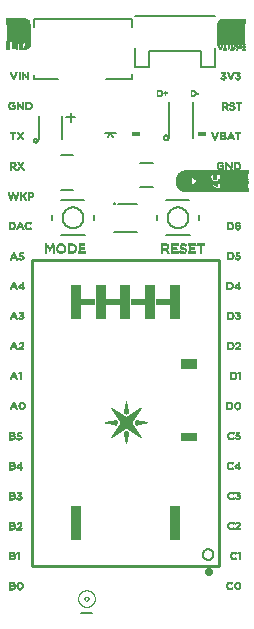
<source format=gto>
G75*
%MOIN*%
%OFA0B0*%
%FSLAX25Y25*%
%IPPOS*%
%LPD*%
%AMOC8*
5,1,8,0,0,1.08239X$1,22.5*
%
%ADD10C,0.00000*%
%ADD11C,0.00001*%
%ADD12C,0.01000*%
%ADD13C,0.00500*%
%ADD14R,0.00444X0.00012*%
%ADD15R,0.00516X0.00012*%
%ADD16R,0.00528X0.00012*%
%ADD17R,0.00432X0.00012*%
%ADD18R,0.00528X0.00012*%
%ADD19R,0.00444X0.00012*%
%ADD20R,0.00516X0.00012*%
%ADD21R,0.00528X0.00012*%
%ADD22R,0.00432X0.00012*%
%ADD23R,0.00504X0.00012*%
%ADD24R,0.00504X0.00012*%
%ADD25R,0.00504X0.00012*%
%ADD26R,0.00504X0.00012*%
%ADD27R,0.00492X0.00012*%
%ADD28R,0.00528X0.00012*%
%ADD29R,0.00492X0.00012*%
%ADD30R,0.00492X0.00012*%
%ADD31R,0.00492X0.00012*%
%ADD32R,0.01512X0.00012*%
%ADD33R,0.01500X0.00012*%
%ADD34R,0.01488X0.00012*%
%ADD35R,0.01488X0.00012*%
%ADD36R,0.01476X0.00012*%
%ADD37R,0.01464X0.00012*%
%ADD38R,0.00996X0.00012*%
%ADD39R,0.01464X0.00012*%
%ADD40R,0.00984X0.00012*%
%ADD41R,0.00960X0.00012*%
%ADD42R,0.01524X0.00012*%
%ADD43R,0.00948X0.00012*%
%ADD44R,0.01560X0.00012*%
%ADD45R,0.00948X0.00012*%
%ADD46R,0.00936X0.00012*%
%ADD47R,0.01596X0.00012*%
%ADD48R,0.00912X0.00012*%
%ADD49R,0.01620X0.00012*%
%ADD50R,0.00912X0.00012*%
%ADD51R,0.00900X0.00012*%
%ADD52R,0.01644X0.00012*%
%ADD53R,0.00876X0.00012*%
%ADD54R,0.01668X0.00012*%
%ADD55R,0.00876X0.00012*%
%ADD56R,0.00864X0.00012*%
%ADD57R,0.01692X0.00012*%
%ADD58R,0.00840X0.00012*%
%ADD59R,0.01704X0.00012*%
%ADD60R,0.00828X0.00012*%
%ADD61R,0.01728X0.00012*%
%ADD62R,0.00828X0.00012*%
%ADD63R,0.00816X0.00012*%
%ADD64R,0.01752X0.00012*%
%ADD65R,0.00792X0.00012*%
%ADD66R,0.01764X0.00012*%
%ADD67R,0.00780X0.00012*%
%ADD68R,0.01776X0.00012*%
%ADD69R,0.00756X0.00012*%
%ADD70R,0.01800X0.00012*%
%ADD71R,0.00756X0.00012*%
%ADD72R,0.00744X0.00012*%
%ADD73R,0.01812X0.00012*%
%ADD74R,0.00720X0.00012*%
%ADD75R,0.01824X0.00012*%
%ADD76R,0.00708X0.00012*%
%ADD77R,0.01836X0.00012*%
%ADD78R,0.00696X0.00012*%
%ADD79R,0.01848X0.00012*%
%ADD80R,0.00672X0.00012*%
%ADD81R,0.01860X0.00012*%
%ADD82R,0.00660X0.00012*%
%ADD83R,0.01872X0.00012*%
%ADD84R,0.00636X0.00012*%
%ADD85R,0.01884X0.00012*%
%ADD86R,0.00624X0.00012*%
%ADD87R,0.01896X0.00012*%
%ADD88R,0.00600X0.00012*%
%ADD89R,0.01908X0.00012*%
%ADD90R,0.00588X0.00012*%
%ADD91R,0.00576X0.00012*%
%ADD92R,0.01920X0.00012*%
%ADD93R,0.00576X0.00012*%
%ADD94R,0.00552X0.00012*%
%ADD95R,0.01932X0.00012*%
%ADD96R,0.00732X0.00012*%
%ADD97R,0.00540X0.00012*%
%ADD98R,0.00684X0.00012*%
%ADD99R,0.00540X0.00012*%
%ADD100R,0.00648X0.00012*%
%ADD101R,0.00564X0.00012*%
%ADD102R,0.00612X0.00012*%
%ADD103R,0.00576X0.00012*%
%ADD104R,0.00612X0.00012*%
%ADD105R,0.00612X0.00012*%
%ADD106R,0.00612X0.00012*%
%ADD107R,0.00660X0.00012*%
%ADD108R,0.00684X0.00012*%
%ADD109R,0.00708X0.00012*%
%ADD110R,0.00732X0.00012*%
%ADD111R,0.00756X0.00012*%
%ADD112R,0.00756X0.00012*%
%ADD113R,0.00780X0.00012*%
%ADD114R,0.00480X0.00012*%
%ADD115R,0.00804X0.00012*%
%ADD116R,0.00480X0.00012*%
%ADD117R,0.00852X0.00012*%
%ADD118R,0.00468X0.00012*%
%ADD119R,0.00852X0.00012*%
%ADD120R,0.00468X0.00012*%
%ADD121R,0.00456X0.00012*%
%ADD122R,0.00900X0.00012*%
%ADD123R,0.00924X0.00012*%
%ADD124R,0.00456X0.00012*%
%ADD125R,0.00948X0.00012*%
%ADD126R,0.00456X0.00012*%
%ADD127R,0.00948X0.00012*%
%ADD128R,0.00972X0.00012*%
%ADD129R,0.00552X0.00012*%
%ADD130R,0.00588X0.00012*%
%ADD131R,0.02052X0.00012*%
%ADD132R,0.01968X0.00012*%
%ADD133R,0.02052X0.00012*%
%ADD134R,0.01956X0.00012*%
%ADD135R,0.01944X0.00012*%
%ADD136R,0.01944X0.00012*%
%ADD137R,0.01920X0.00012*%
%ADD138R,0.01872X0.00012*%
%ADD139R,0.01860X0.00012*%
%ADD140R,0.01836X0.00012*%
%ADD141R,0.01800X0.00012*%
%ADD142R,0.01788X0.00012*%
%ADD143R,0.01776X0.00012*%
%ADD144R,0.01740X0.00012*%
%ADD145R,0.01716X0.00012*%
%ADD146R,0.01704X0.00012*%
%ADD147R,0.01680X0.00012*%
%ADD148R,0.01656X0.00012*%
%ADD149R,0.01632X0.00012*%
%ADD150R,0.01608X0.00012*%
%ADD151R,0.01572X0.00012*%
%ADD152R,0.01548X0.00012*%
%ADD153R,0.01416X0.00012*%
%ADD154R,0.01356X0.00012*%
%ADD155R,0.01248X0.00012*%
%ADD156R,0.00396X0.00012*%
%ADD157R,0.00396X0.00012*%
%ADD158R,0.00420X0.00012*%
%ADD159R,0.00372X0.00012*%
%ADD160R,0.00384X0.00012*%
%ADD161R,0.00408X0.00012*%
%ADD162R,0.00420X0.00012*%
%ADD163R,0.00540X0.00012*%
%ADD164R,0.00564X0.00012*%
%ADD165R,0.00576X0.00012*%
%ADD166R,0.00600X0.00012*%
%ADD167R,0.00684X0.00012*%
%ADD168R,0.00648X0.00012*%
%ADD169R,0.00696X0.00012*%
%ADD170R,0.00720X0.00012*%
%ADD171R,0.00804X0.00012*%
%ADD172R,0.00828X0.00012*%
%ADD173R,0.00768X0.00012*%
%ADD174R,0.00876X0.00012*%
%ADD175R,0.00816X0.00012*%
%ADD176R,0.00840X0.00012*%
%ADD177R,0.00864X0.00012*%
%ADD178R,0.00888X0.00012*%
%ADD179R,0.00912X0.00012*%
%ADD180R,0.00936X0.00012*%
%ADD181R,0.00456X0.00012*%
%ADD182R,0.00540X0.00012*%
%ADD183R,0.00468X0.00012*%
%ADD184R,0.00468X0.00012*%
%ADD185R,0.00972X0.00012*%
%ADD186R,0.00960X0.00012*%
%ADD187R,0.00912X0.00012*%
%ADD188R,0.00888X0.00012*%
%ADD189R,0.00840X0.00012*%
%ADD190R,0.00768X0.00012*%
%ADD191R,0.00744X0.00012*%
%ADD192R,0.00720X0.00012*%
%ADD193R,0.00684X0.00012*%
%ADD194R,0.00672X0.00012*%
%ADD195R,0.00648X0.00012*%
%ADD196R,0.00636X0.00012*%
%ADD197R,0.00624X0.00012*%
%ADD198R,0.00420X0.00012*%
%ADD199R,0.00240X0.00012*%
%ADD200R,0.00252X0.00012*%
%ADD201R,0.00264X0.00012*%
%ADD202R,0.00384X0.00012*%
%ADD203R,0.01308X0.00012*%
%ADD204R,0.00720X0.00012*%
%ADD205R,0.01824X0.00012*%
%ADD206R,0.00792X0.00012*%
%ADD207R,0.01476X0.00012*%
%ADD208R,0.00792X0.00012*%
%ADD209R,0.01476X0.00012*%
%ADD210R,0.01536X0.00012*%
%ADD211R,0.01620X0.00012*%
%ADD212R,0.01020X0.00012*%
%ADD213R,0.01032X0.00012*%
%ADD214R,0.00984X0.00012*%
%ADD215R,0.01068X0.00012*%
%ADD216R,0.01080X0.00012*%
%ADD217R,0.01032X0.00012*%
%ADD218R,0.01104X0.00012*%
%ADD219R,0.01128X0.00012*%
%ADD220R,0.01080X0.00012*%
%ADD221R,0.01704X0.00012*%
%ADD222R,0.01152X0.00012*%
%ADD223R,0.01164X0.00012*%
%ADD224R,0.01188X0.00012*%
%ADD225R,0.01728X0.00012*%
%ADD226R,0.01212X0.00012*%
%ADD227R,0.01752X0.00012*%
%ADD228R,0.01152X0.00012*%
%ADD229R,0.01224X0.00012*%
%ADD230R,0.01248X0.00012*%
%ADD231R,0.01176X0.00012*%
%ADD232R,0.01776X0.00012*%
%ADD233R,0.01260X0.00012*%
%ADD234R,0.01296X0.00012*%
%ADD235R,0.01212X0.00012*%
%ADD236R,0.01296X0.00012*%
%ADD237R,0.01320X0.00012*%
%ADD238R,0.01812X0.00012*%
%ADD239R,0.01320X0.00012*%
%ADD240R,0.01272X0.00012*%
%ADD241R,0.01344X0.00012*%
%ADD242R,0.01380X0.00012*%
%ADD243R,0.01848X0.00012*%
%ADD244R,0.01308X0.00012*%
%ADD245R,0.01392X0.00012*%
%ADD246R,0.01428X0.00012*%
%ADD247R,0.01332X0.00012*%
%ADD248R,0.01416X0.00012*%
%ADD249R,0.01452X0.00012*%
%ADD250R,0.01476X0.00012*%
%ADD251R,0.01896X0.00012*%
%ADD252R,0.01380X0.00012*%
%ADD253R,0.01464X0.00012*%
%ADD254R,0.01512X0.00012*%
%ADD255R,0.01908X0.00012*%
%ADD256R,0.01536X0.00012*%
%ADD257R,0.01440X0.00012*%
%ADD258R,0.01920X0.00012*%
%ADD259R,0.01584X0.00012*%
%ADD260R,0.01560X0.00012*%
%ADD261R,0.01608X0.00012*%
%ADD262R,0.01584X0.00012*%
%ADD263R,0.01632X0.00012*%
%ADD264R,0.01524X0.00012*%
%ADD265R,0.01956X0.00012*%
%ADD266R,0.01668X0.00012*%
%ADD267R,0.01980X0.00012*%
%ADD268R,0.01692X0.00012*%
%ADD269R,0.01980X0.00012*%
%ADD270R,0.01584X0.00012*%
%ADD271R,0.01656X0.00012*%
%ADD272R,0.01716X0.00012*%
%ADD273R,0.01992X0.00012*%
%ADD274R,0.01992X0.00012*%
%ADD275R,0.02004X0.00012*%
%ADD276R,0.01620X0.00012*%
%ADD277R,0.02004X0.00012*%
%ADD278R,0.01692X0.00012*%
%ADD279R,0.02004X0.00012*%
%ADD280R,0.02004X0.00012*%
%ADD281R,0.02016X0.00012*%
%ADD282R,0.00348X0.00012*%
%ADD283R,0.00312X0.00012*%
%ADD284R,0.00348X0.00012*%
%ADD285R,0.00288X0.00012*%
%ADD286R,0.00312X0.00012*%
%ADD287R,0.00252X0.00012*%
%ADD288R,0.00228X0.00012*%
%ADD289R,0.00264X0.00012*%
%ADD290R,0.00216X0.00012*%
%ADD291R,0.00240X0.00012*%
%ADD292R,0.00192X0.00012*%
%ADD293R,0.00156X0.00012*%
%ADD294R,0.00192X0.00012*%
%ADD295R,0.00132X0.00012*%
%ADD296R,0.00168X0.00012*%
%ADD297R,0.02064X0.00012*%
%ADD298R,0.00108X0.00012*%
%ADD299R,0.00144X0.00012*%
%ADD300R,0.02064X0.00012*%
%ADD301R,0.00084X0.00012*%
%ADD302R,0.00120X0.00012*%
%ADD303R,0.00060X0.00012*%
%ADD304R,0.00084X0.00012*%
%ADD305R,0.02076X0.00012*%
%ADD306R,0.00048X0.00012*%
%ADD307R,0.00060X0.00012*%
%ADD308R,0.00012X0.00012*%
%ADD309R,0.00036X0.00012*%
%ADD310R,0.02076X0.00012*%
%ADD311R,0.02088X0.00012*%
%ADD312R,0.02088X0.00012*%
%ADD313R,0.02100X0.00012*%
%ADD314R,0.02100X0.00012*%
%ADD315R,0.02112X0.00012*%
%ADD316R,0.00420X0.00012*%
%ADD317R,0.02112X0.00012*%
%ADD318R,0.02124X0.00012*%
%ADD319R,0.02124X0.00012*%
%ADD320R,0.02136X0.00012*%
%ADD321R,0.00564X0.00012*%
%ADD322R,0.00648X0.00012*%
%ADD323R,0.00036X0.00012*%
%ADD324R,0.00084X0.00012*%
%ADD325R,0.00564X0.00012*%
%ADD326R,0.01116X0.00012*%
%ADD327R,0.01884X0.00012*%
%ADD328R,0.00180X0.00012*%
%ADD329R,0.01092X0.00012*%
%ADD330R,0.00228X0.00012*%
%ADD331R,0.01092X0.00012*%
%ADD332R,0.00300X0.00012*%
%ADD333R,0.01092X0.00012*%
%ADD334R,0.00348X0.00012*%
%ADD335R,0.01812X0.00012*%
%ADD336R,0.01812X0.00012*%
%ADD337R,0.01764X0.00012*%
%ADD338R,0.01056X0.00012*%
%ADD339R,0.01764X0.00012*%
%ADD340R,0.01512X0.00012*%
%ADD341R,0.01056X0.00012*%
%ADD342R,0.01044X0.00012*%
%ADD343R,0.01020X0.00012*%
%ADD344R,0.01548X0.00012*%
%ADD345R,0.01008X0.00012*%
%ADD346R,0.01548X0.00012*%
%ADD347R,0.01620X0.00012*%
%ADD348R,0.01656X0.00012*%
%ADD349R,0.01452X0.00012*%
%ADD350R,0.01740X0.00012*%
%ADD351R,0.01740X0.00012*%
%ADD352R,0.01440X0.00012*%
%ADD353R,0.01764X0.00012*%
%ADD354R,0.01404X0.00012*%
%ADD355R,0.01368X0.00012*%
%ADD356R,0.01284X0.00012*%
%ADD357R,0.01260X0.00012*%
%ADD358R,0.01224X0.00012*%
%ADD359R,0.00408X0.00012*%
%ADD360R,0.00228X0.00012*%
%ADD361R,0.00024X0.00012*%
%ADD362R,0.00048X0.00012*%
%ADD363R,0.00072X0.00012*%
%ADD364R,0.00204X0.00012*%
%ADD365R,0.00228X0.00012*%
%ADD366R,0.00276X0.00012*%
%ADD367R,0.00312X0.00012*%
%ADD368R,0.00336X0.00012*%
%ADD369R,0.00120X0.00012*%
%ADD370R,0.00168X0.00012*%
%ADD371R,0.00264X0.00012*%
%ADD372R,0.00360X0.00012*%
%ADD373R,0.00924X0.00012*%
%ADD374R,0.01884X0.00012*%
%ADD375R,0.01884X0.00012*%
%ADD376R,0.01572X0.00012*%
%ADD377R,0.01644X0.00012*%
%ADD378R,0.01668X0.00012*%
%ADD379R,0.01668X0.00012*%
%ADD380R,0.01548X0.00012*%
%ADD381R,0.01500X0.00012*%
%ADD382R,0.01404X0.00012*%
%ADD383R,0.01392X0.00012*%
%ADD384R,0.01404X0.00012*%
%ADD385R,0.01788X0.00012*%
%ADD386R,0.01776X0.00012*%
%ADD387R,0.01332X0.00012*%
%ADD388R,0.01272X0.00012*%
%ADD389R,0.01740X0.00012*%
%ADD390R,0.01212X0.00012*%
%ADD391R,0.01188X0.00012*%
%ADD392R,0.01176X0.00012*%
%ADD393R,0.01140X0.00012*%
%ADD394R,0.01104X0.00012*%
%ADD395R,0.01068X0.00012*%
%ADD396R,0.01596X0.00012*%
%ADD397R,0.01356X0.00012*%
%ADD398R,0.01356X0.00012*%
%ADD399R,0.00324X0.00012*%
%ADD400R,0.00372X0.00012*%
%ADD401R,0.00384X0.00012*%
%ADD402R,0.01020X0.00012*%
%ADD403R,0.00984X0.00012*%
%ADD404R,0.01068X0.00012*%
%ADD405R,0.01212X0.00012*%
%ADD406R,0.01344X0.00012*%
%ADD407R,0.01428X0.00012*%
%ADD408R,0.01584X0.00012*%
%ADD409R,0.00288X0.00012*%
%ADD410R,0.00240X0.00012*%
%ADD411R,0.00216X0.00012*%
%ADD412R,0.00192X0.00012*%
%ADD413R,0.00144X0.00012*%
%ADD414R,0.02076X0.00012*%
%ADD415R,0.00120X0.00012*%
%ADD416R,0.02076X0.00012*%
%ADD417R,0.02028X0.00012*%
%ADD418R,0.02028X0.00012*%
%ADD419R,0.00012X0.00012*%
%ADD420R,0.02028X0.00012*%
%ADD421R,0.02028X0.00012*%
%ADD422R,0.01932X0.00012*%
%ADD423R,0.02112X0.00012*%
%ADD424R,0.02112X0.00012*%
%ADD425R,0.02136X0.00012*%
%ADD426R,0.01116X0.00012*%
%ADD427R,0.01104X0.00012*%
%ADD428R,0.01056X0.00012*%
%ADD429R,0.01044X0.00012*%
%ADD430R,0.01020X0.00012*%
%ADD431R,0.00996X0.00012*%
%ADD432R,0.00048X0.00012*%
%ADD433R,0.00072X0.00012*%
%ADD434R,0.00108X0.00012*%
%ADD435R,0.00204X0.00012*%
%ADD436R,0.00276X0.00012*%
%ADD437R,0.00336X0.00012*%
%ADD438R,0.00348X0.00012*%
%ADD439R,0.00876X0.00012*%
%ADD440R,0.00840X0.00012*%
%ADD441R,0.00804X0.00012*%
%ADD442R,0.00300X0.00012*%
%ADD443R,0.01512X0.00012*%
%ADD444R,0.01392X0.00012*%
%ADD445R,0.01368X0.00012*%
%ADD446R,0.01320X0.00012*%
%ADD447R,0.01248X0.00012*%
%ADD448R,0.01248X0.00012*%
%ADD449R,0.01176X0.00012*%
%ADD450R,0.01140X0.00012*%
%ADD451R,0.00324X0.00012*%
%ADD452R,0.00384X0.00012*%
%ADD453R,0.00984X0.00012*%
%ADD454R,0.01128X0.00012*%
%ADD455R,0.01164X0.00012*%
%ADD456R,0.01728X0.00012*%
%ADD457R,0.00132X0.00012*%
%ADD458R,0.00084X0.00012*%
%ADD459R,0.01956X0.00012*%
%ADD460R,0.00180X0.00012*%
%ADD461R,0.01284X0.00012*%
%ADD462R,0.00828X0.00012*%
%ADD463R,0.01392X0.00012*%
%ADD464R,0.01680X0.00012*%
%ADD465R,0.00864X0.00012*%
%ADD466R,0.00768X0.00012*%
%ADD467R,0.00804X0.00012*%
%ADD468R,0.00096X0.00012*%
%ADD469R,0.00312X0.00012*%
%ADD470R,0.01428X0.00012*%
%ADD471R,0.01200X0.00012*%
%ADD472R,0.01356X0.00012*%
%ADD473R,0.01284X0.00012*%
%ADD474R,0.01428X0.00012*%
%ADD475R,0.01656X0.00012*%
%ADD476R,0.01848X0.00012*%
%ADD477R,0.01920X0.00012*%
%ADD478R,0.00012X0.00012*%
%ADD479R,0.00156X0.00012*%
%ADD480R,0.01848X0.00012*%
%ADD481R,0.01284X0.00012*%
%ADD482R,0.01008X0.00012*%
%ADD483R,0.01104X0.00012*%
%ADD484R,0.01320X0.00012*%
%ADD485R,0.01956X0.00012*%
%ADD486R,0.01968X0.00012*%
%ADD487R,0.02016X0.00012*%
%ADD488R,0.00012X0.00012*%
%ADD489R,0.01236X0.00012*%
%ADD490R,0.01056X0.00012*%
%ADD491R,0.01236X0.00012*%
%ADD492R,0.00048X0.00012*%
%ADD493R,0.01176X0.00012*%
%ADD494R,0.00864X0.00012*%
%ADD495R,0.00120X0.00012*%
%ADD496R,0.00792X0.00012*%
%ADD497R,0.00204X0.00012*%
%ADD498R,0.00276X0.00012*%
%ADD499R,0.01368X0.00012*%
%ADD500R,0.01164X0.00012*%
%ADD501R,0.00360X0.00012*%
%ADD502R,0.00192X0.00012*%
%ADD503R,0.01440X0.00012*%
%ADD504R,0.00024X0.00012*%
%ADD505R,0.00156X0.00012*%
%ADD506R,0.00156X0.00012*%
%ADD507R,0.01140X0.00012*%
%ADD508R,0.01128X0.00012*%
%ADD509R,0.00810X0.00009*%
%ADD510R,0.00882X0.00009*%
%ADD511R,0.00936X0.00009*%
%ADD512R,0.00972X0.00009*%
%ADD513R,0.01008X0.00009*%
%ADD514R,0.01044X0.00009*%
%ADD515R,0.01071X0.00009*%
%ADD516R,0.01098X0.00009*%
%ADD517R,0.01116X0.00009*%
%ADD518R,0.01143X0.00009*%
%ADD519R,0.01161X0.00009*%
%ADD520R,0.01179X0.00009*%
%ADD521R,0.01197X0.00009*%
%ADD522R,0.01215X0.00009*%
%ADD523R,0.01233X0.00009*%
%ADD524R,0.01251X0.00009*%
%ADD525R,0.01251X0.00009*%
%ADD526R,0.01260X0.00009*%
%ADD527R,0.01278X0.00009*%
%ADD528R,0.01296X0.00009*%
%ADD529R,0.01305X0.00009*%
%ADD530R,0.01323X0.00009*%
%ADD531R,0.01332X0.00009*%
%ADD532R,0.01341X0.00009*%
%ADD533R,0.01359X0.00009*%
%ADD534R,0.01368X0.00009*%
%ADD535R,0.01377X0.00009*%
%ADD536R,0.01386X0.00009*%
%ADD537R,0.01395X0.00009*%
%ADD538R,0.01413X0.00009*%
%ADD539R,0.01422X0.00009*%
%ADD540R,0.01431X0.00009*%
%ADD541R,0.01440X0.00009*%
%ADD542R,0.01449X0.00009*%
%ADD543R,0.00306X0.00009*%
%ADD544R,0.01458X0.00009*%
%ADD545R,0.00306X0.00009*%
%ADD546R,0.00324X0.00009*%
%ADD547R,0.00657X0.00009*%
%ADD548R,0.00324X0.00009*%
%ADD549R,0.00612X0.00009*%
%ADD550R,0.00612X0.00009*%
%ADD551R,0.00585X0.00009*%
%ADD552R,0.00549X0.00009*%
%ADD553R,0.00531X0.00009*%
%ADD554R,0.00531X0.00009*%
%ADD555R,0.00522X0.00009*%
%ADD556R,0.00504X0.00009*%
%ADD557R,0.00495X0.00009*%
%ADD558R,0.00495X0.00009*%
%ADD559R,0.00477X0.00009*%
%ADD560R,0.00477X0.00009*%
%ADD561R,0.00468X0.00009*%
%ADD562R,0.00459X0.00009*%
%ADD563R,0.00450X0.00009*%
%ADD564R,0.00441X0.00009*%
%ADD565R,0.00441X0.00009*%
%ADD566R,0.00432X0.00009*%
%ADD567R,0.00423X0.00009*%
%ADD568R,0.00414X0.00009*%
%ADD569R,0.00414X0.00009*%
%ADD570R,0.00405X0.00009*%
%ADD571R,0.00396X0.00009*%
%ADD572R,0.00396X0.00009*%
%ADD573R,0.00387X0.00009*%
%ADD574R,0.00387X0.00009*%
%ADD575R,0.00387X0.00009*%
%ADD576R,0.00378X0.00009*%
%ADD577R,0.00378X0.00009*%
%ADD578R,0.00387X0.00009*%
%ADD579R,0.00369X0.00009*%
%ADD580R,0.00369X0.00009*%
%ADD581R,0.00360X0.00009*%
%ADD582R,0.00360X0.00009*%
%ADD583R,0.00801X0.00009*%
%ADD584R,0.00801X0.00009*%
%ADD585R,0.00351X0.00009*%
%ADD586R,0.00351X0.00009*%
%ADD587R,0.00351X0.00009*%
%ADD588R,0.00351X0.00009*%
%ADD589R,0.00342X0.00009*%
%ADD590R,0.01350X0.00009*%
%ADD591R,0.01350X0.00009*%
%ADD592R,0.00342X0.00009*%
%ADD593R,0.00342X0.00009*%
%ADD594R,0.00342X0.00009*%
%ADD595R,0.00378X0.00009*%
%ADD596R,0.00378X0.00009*%
%ADD597R,0.00405X0.00009*%
%ADD598R,0.00423X0.00009*%
%ADD599R,0.00432X0.00009*%
%ADD600R,0.00450X0.00009*%
%ADD601R,0.00459X0.00009*%
%ADD602R,0.00495X0.00009*%
%ADD603R,0.00495X0.00009*%
%ADD604R,0.00504X0.00009*%
%ADD605R,0.00513X0.00009*%
%ADD606R,0.00549X0.00009*%
%ADD607R,0.00567X0.00009*%
%ADD608R,0.00567X0.00009*%
%ADD609R,0.01404X0.00009*%
%ADD610R,0.01395X0.00009*%
%ADD611R,0.01269X0.00009*%
%ADD612R,0.01206X0.00009*%
%ADD613R,0.01017X0.00009*%
%ADD614C,0.00800*%
%ADD615R,0.02364X0.00012*%
%ADD616R,0.02352X0.00012*%
%ADD617R,0.02364X0.00012*%
%ADD618R,0.02352X0.00012*%
%ADD619R,0.02148X0.00012*%
%ADD620R,0.02172X0.00012*%
%ADD621R,0.02196X0.00012*%
%ADD622R,0.02220X0.00012*%
%ADD623R,0.02256X0.00012*%
%ADD624R,0.02256X0.00012*%
%ADD625R,0.02280X0.00012*%
%ADD626R,0.02304X0.00012*%
%ADD627R,0.02040X0.00012*%
%ADD628R,0.02148X0.00012*%
%ADD629R,0.02172X0.00012*%
%ADD630R,0.02208X0.00012*%
%ADD631R,0.02232X0.00012*%
%ADD632R,0.02268X0.00012*%
%ADD633R,0.02256X0.00012*%
%ADD634R,0.02280X0.00012*%
%ADD635R,0.01440X0.00012*%
%ADD636R,0.02316X0.00012*%
%ADD637R,0.02316X0.00012*%
%ADD638R,0.02328X0.00012*%
%ADD639R,0.02364X0.00012*%
%ADD640R,0.02376X0.00012*%
%ADD641R,0.02388X0.00012*%
%ADD642R,0.02400X0.00012*%
%ADD643R,0.02412X0.00012*%
%ADD644R,0.02448X0.00012*%
%ADD645R,0.02568X0.00012*%
%ADD646R,0.02436X0.00012*%
%ADD647R,0.02340X0.00012*%
%ADD648R,0.02328X0.00012*%
%ADD649R,0.02556X0.00012*%
%ADD650R,0.02436X0.00012*%
%ADD651R,0.02340X0.00012*%
%ADD652R,0.02424X0.00012*%
%ADD653R,0.02328X0.00012*%
%ADD654R,0.02556X0.00012*%
%ADD655R,0.02412X0.00012*%
%ADD656R,0.02568X0.00012*%
%ADD657R,0.02400X0.00012*%
%ADD658R,0.02388X0.00012*%
%ADD659R,0.02304X0.00012*%
%ADD660R,0.02268X0.00012*%
%ADD661R,0.02244X0.00012*%
%ADD662R,0.02232X0.00012*%
%ADD663R,0.02196X0.00012*%
%ADD664R,0.02184X0.00012*%
%ADD665R,0.02160X0.00012*%
%ADD666R,0.01547X0.00017*%
%ADD667R,0.00459X0.00017*%
%ADD668R,0.02023X0.00017*%
%ADD669R,0.01547X0.00017*%
%ADD670R,0.00459X0.00017*%
%ADD671R,0.02159X0.00017*%
%ADD672R,0.02244X0.00017*%
%ADD673R,0.02329X0.00017*%
%ADD674R,0.02397X0.00017*%
%ADD675R,0.02448X0.00017*%
%ADD676R,0.02499X0.00017*%
%ADD677R,0.02550X0.00017*%
%ADD678R,0.02601X0.00017*%
%ADD679R,0.02635X0.00017*%
%ADD680R,0.02669X0.00017*%
%ADD681R,0.02720X0.00017*%
%ADD682R,0.02754X0.00017*%
%ADD683R,0.02788X0.00017*%
%ADD684R,0.02805X0.00017*%
%ADD685R,0.02839X0.00017*%
%ADD686R,0.02873X0.00017*%
%ADD687R,0.02907X0.00017*%
%ADD688R,0.02924X0.00017*%
%ADD689R,0.02958X0.00017*%
%ADD690R,0.02975X0.00017*%
%ADD691R,0.03009X0.00017*%
%ADD692R,0.03026X0.00017*%
%ADD693R,0.01309X0.00017*%
%ADD694R,0.01326X0.00017*%
%ADD695R,0.01887X0.00017*%
%ADD696R,0.01343X0.00017*%
%ADD697R,0.01887X0.00017*%
%ADD698R,0.01309X0.00017*%
%ADD699R,0.01377X0.00017*%
%ADD700R,0.01394X0.00017*%
%ADD701R,0.01411X0.00017*%
%ADD702R,0.01428X0.00017*%
%ADD703R,0.01462X0.00017*%
%ADD704R,0.01479X0.00017*%
%ADD705R,0.01496X0.00017*%
%ADD706R,0.01513X0.00017*%
%ADD707R,0.01530X0.00017*%
%ADD708R,0.01564X0.00017*%
%ADD709R,0.01581X0.00017*%
%ADD710R,0.01598X0.00017*%
%ADD711R,0.01615X0.00017*%
%ADD712R,0.01632X0.00017*%
%ADD713R,0.01649X0.00017*%
%ADD714R,0.01649X0.00017*%
%ADD715R,0.01666X0.00017*%
%ADD716R,0.01683X0.00017*%
%ADD717R,0.01700X0.00017*%
%ADD718R,0.01717X0.00017*%
%ADD719R,0.01717X0.00017*%
%ADD720R,0.01734X0.00017*%
%ADD721R,0.01751X0.00017*%
%ADD722R,0.01768X0.00017*%
%ADD723R,0.01768X0.00017*%
%ADD724R,0.01785X0.00017*%
%ADD725R,0.01802X0.00017*%
%ADD726R,0.01819X0.00017*%
%ADD727R,0.01819X0.00017*%
%ADD728R,0.01836X0.00017*%
%ADD729R,0.01853X0.00017*%
%ADD730R,0.01870X0.00017*%
%ADD731R,0.01870X0.00017*%
%ADD732R,0.01887X0.00017*%
%ADD733R,0.01904X0.00017*%
%ADD734R,0.01921X0.00017*%
%ADD735R,0.00561X0.00017*%
%ADD736R,0.01190X0.00017*%
%ADD737R,0.00561X0.00017*%
%ADD738R,0.01190X0.00017*%
%ADD739R,0.01207X0.00017*%
%ADD740R,0.01224X0.00017*%
%ADD741R,0.01224X0.00017*%
%ADD742R,0.01241X0.00017*%
%ADD743R,0.01258X0.00017*%
%ADD744R,0.01258X0.00017*%
%ADD745R,0.01275X0.00017*%
%ADD746R,0.01292X0.00017*%
%ADD747R,0.01292X0.00017*%
%ADD748R,0.01309X0.00017*%
%ADD749R,0.01309X0.00017*%
%ADD750R,0.01326X0.00017*%
%ADD751R,0.01326X0.00017*%
%ADD752R,0.01343X0.00017*%
%ADD753R,0.02091X0.00017*%
%ADD754R,0.02108X0.00017*%
%ADD755R,0.02108X0.00017*%
%ADD756R,0.02125X0.00017*%
%ADD757R,0.02125X0.00017*%
%ADD758R,0.02142X0.00017*%
%ADD759R,0.02142X0.00017*%
%ADD760R,0.02159X0.00017*%
%ADD761R,0.03672X0.00017*%
%ADD762R,0.03672X0.00017*%
%ADD763R,0.06273X0.00017*%
%ADD764R,0.01870X0.00017*%
%ADD765R,0.03893X0.00017*%
%ADD766R,0.01870X0.00017*%
%ADD767R,0.03893X0.00017*%
%ADD768R,0.08296X0.00017*%
%ADD769R,0.08296X0.00017*%
%ADD770R,0.08279X0.00017*%
%ADD771R,0.08279X0.00017*%
%ADD772R,0.08262X0.00017*%
%ADD773R,0.08262X0.00017*%
%ADD774R,0.08245X0.00017*%
%ADD775R,0.08245X0.00017*%
%ADD776R,0.08228X0.00017*%
%ADD777R,0.08228X0.00017*%
%ADD778R,0.08211X0.00017*%
%ADD779R,0.08211X0.00017*%
%ADD780R,0.08194X0.00017*%
%ADD781R,0.08194X0.00017*%
%ADD782R,0.08177X0.00017*%
%ADD783R,0.08160X0.00017*%
%ADD784R,0.08160X0.00017*%
%ADD785R,0.08143X0.00017*%
%ADD786R,0.08143X0.00017*%
%ADD787R,0.08126X0.00017*%
%ADD788R,0.08109X0.00017*%
%ADD789R,0.08109X0.00017*%
%ADD790R,0.08092X0.00017*%
%ADD791R,0.08075X0.00017*%
%ADD792R,0.08075X0.00017*%
%ADD793R,0.08058X0.00017*%
%ADD794R,0.08041X0.00017*%
%ADD795R,0.08024X0.00017*%
%ADD796R,0.08007X0.00017*%
%ADD797R,0.08007X0.00017*%
%ADD798R,0.07990X0.00017*%
%ADD799R,0.07973X0.00017*%
%ADD800R,0.07956X0.00017*%
%ADD801R,0.07956X0.00017*%
%ADD802R,0.07939X0.00017*%
%ADD803R,0.07922X0.00017*%
%ADD804R,0.07905X0.00017*%
%ADD805R,0.07905X0.00017*%
%ADD806R,0.07888X0.00017*%
%ADD807R,0.07871X0.00017*%
%ADD808R,0.07854X0.00017*%
%ADD809R,0.07837X0.00017*%
%ADD810R,0.07820X0.00017*%
%ADD811R,0.07803X0.00017*%
%ADD812R,0.07786X0.00017*%
%ADD813R,0.07786X0.00017*%
%ADD814R,0.07769X0.00017*%
%ADD815R,0.07752X0.00017*%
%ADD816R,0.07735X0.00017*%
%ADD817R,0.07718X0.00017*%
%ADD818R,0.07701X0.00017*%
%ADD819R,0.07684X0.00017*%
%ADD820R,0.07667X0.00017*%
%ADD821R,0.07650X0.00017*%
%ADD822R,0.07633X0.00017*%
%ADD823R,0.07616X0.00017*%
%ADD824R,0.07599X0.00017*%
%ADD825R,0.07565X0.00017*%
%ADD826R,0.07548X0.00017*%
%ADD827R,0.07531X0.00017*%
%ADD828R,0.07514X0.00017*%
%ADD829R,0.07480X0.00017*%
%ADD830R,0.07463X0.00017*%
%ADD831R,0.07446X0.00017*%
%ADD832R,0.07412X0.00017*%
%ADD833R,0.07395X0.00017*%
%ADD834R,0.07378X0.00017*%
%ADD835R,0.07344X0.00017*%
%ADD836R,0.07310X0.00017*%
%ADD837R,0.07293X0.00017*%
%ADD838R,0.07259X0.00017*%
%ADD839R,0.07225X0.00017*%
%ADD840R,0.07208X0.00017*%
%ADD841R,0.07174X0.00017*%
%ADD842R,0.07140X0.00017*%
%ADD843R,0.07106X0.00017*%
%ADD844R,0.07055X0.00017*%
%ADD845R,0.07021X0.00017*%
%ADD846R,0.06987X0.00017*%
%ADD847R,0.06936X0.00017*%
%ADD848R,0.06885X0.00017*%
%ADD849R,0.06834X0.00017*%
%ADD850R,0.06783X0.00017*%
%ADD851R,0.06715X0.00017*%
%ADD852R,0.06630X0.00017*%
%ADD853R,0.06545X0.00017*%
%ADD854R,0.06409X0.00017*%
%ADD855R,0.00276X0.00012*%
%ADD856R,0.02040X0.00012*%
%ADD857R,0.02148X0.00012*%
%ADD858R,0.02184X0.00012*%
%ADD859R,0.02208X0.00012*%
%ADD860R,0.02148X0.00012*%
%ADD861R,0.02292X0.00012*%
%ADD862R,0.02304X0.00012*%
%ADD863R,0.02340X0.00012*%
%ADD864R,0.02412X0.00012*%
%ADD865R,0.02376X0.00012*%
%ADD866R,0.02424X0.00012*%
%ADD867R,0.01128X0.00012*%
%ADD868R,0.00096X0.00012*%
%ADD869R,0.01092X0.00012*%
%ADD870R,0.02412X0.00012*%
%ADD871R,0.02376X0.00012*%
%ADD872R,0.02340X0.00012*%
%ADD873R,0.02292X0.00012*%
%ADD874R,0.02304X0.00012*%
%ADD875R,0.02220X0.00012*%
%ADD876R,0.02160X0.00012*%
%ADD877R,0.01558X0.00020*%
%ADD878R,0.01291X0.00020*%
%ADD879R,0.00820X0.00020*%
%ADD880R,0.01271X0.00020*%
%ADD881R,0.01476X0.00020*%
%ADD882R,0.01189X0.00020*%
%ADD883R,0.00779X0.00020*%
%ADD884R,0.01189X0.00020*%
%ADD885R,0.01435X0.00020*%
%ADD886R,0.01086X0.00020*%
%ADD887R,0.00717X0.00020*%
%ADD888R,0.01127X0.00020*%
%ADD889R,0.01394X0.00020*%
%ADD890R,0.01005X0.00020*%
%ADD891R,0.00697X0.00020*%
%ADD892R,0.01353X0.00020*%
%ADD893R,0.00943X0.00020*%
%ADD894R,0.00656X0.00020*%
%ADD895R,0.01045X0.00020*%
%ADD896R,0.00061X0.00020*%
%ADD897R,0.01333X0.00020*%
%ADD898R,0.00861X0.00020*%
%ADD899R,0.00636X0.00020*%
%ADD900R,0.01025X0.00020*%
%ADD901R,0.00102X0.00020*%
%ADD902R,0.00800X0.00020*%
%ADD903R,0.00594X0.00020*%
%ADD904R,0.00984X0.00020*%
%ADD905R,0.00164X0.00020*%
%ADD906R,0.00738X0.00020*%
%ADD907R,0.00574X0.00020*%
%ADD908R,0.00963X0.00020*%
%ADD909R,0.00184X0.00020*%
%ADD910R,0.01230X0.00020*%
%ADD911R,0.00553X0.00020*%
%ADD912R,0.00225X0.00020*%
%ADD913R,0.01209X0.00020*%
%ADD914R,0.00533X0.00020*%
%ADD915R,0.00922X0.00020*%
%ADD916R,0.00266X0.00020*%
%ADD917R,0.00902X0.00020*%
%ADD918R,0.00287X0.00020*%
%ADD919R,0.01148X0.00020*%
%ADD920R,0.00513X0.00020*%
%ADD921R,0.00881X0.00020*%
%ADD922R,0.00328X0.00020*%
%ADD923R,0.00492X0.00020*%
%ADD924R,0.00348X0.00020*%
%ADD925R,0.01107X0.00020*%
%ADD926R,0.00471X0.00020*%
%ADD927R,0.00389X0.00020*%
%ADD928R,0.00472X0.00020*%
%ADD929R,0.00841X0.00020*%
%ADD930R,0.00410X0.00020*%
%ADD931R,0.00430X0.00020*%
%ADD932R,0.00451X0.00020*%
%ADD933R,0.00451X0.00020*%
%ADD934R,0.00492X0.00020*%
%ADD935R,0.00635X0.00020*%
%ADD936R,0.00758X0.00020*%
%ADD937R,0.00799X0.00020*%
%ADD938R,0.00677X0.00020*%
%ADD939R,0.00820X0.00020*%
%ADD940R,0.00615X0.00020*%
%ADD941R,0.00020X0.00020*%
%ADD942R,0.01476X0.00020*%
%ADD943R,0.00041X0.00020*%
%ADD944R,0.00840X0.00020*%
%ADD945R,0.01455X0.00020*%
%ADD946R,0.00082X0.00020*%
%ADD947R,0.01353X0.00020*%
%ADD948R,0.00123X0.00020*%
%ADD949R,0.00144X0.00020*%
%ADD950R,0.01168X0.00020*%
%ADD951R,0.01004X0.00020*%
%ADD952R,0.00205X0.00020*%
%ADD953R,0.00779X0.00020*%
%ADD954R,0.00246X0.00020*%
%ADD955R,0.00676X0.00020*%
%ADD956R,0.00287X0.00020*%
%ADD957R,0.00308X0.00020*%
%ADD958R,0.01066X0.00020*%
%ADD959R,0.00328X0.00020*%
%ADD960R,0.00369X0.00020*%
%ADD961R,0.00964X0.00020*%
%ADD962R,0.01250X0.00020*%
%ADD963R,0.00656X0.00020*%
%ADD964R,0.01312X0.00020*%
%ADD965R,0.01373X0.00020*%
%ADD966R,0.00615X0.00020*%
%ADD967R,0.00307X0.00020*%
%ADD968R,0.05760X0.00020*%
%ADD969R,0.03587X0.00020*%
%ADD970R,0.09573X0.00020*%
%ADD971R,0.09553X0.00020*%
%ADD972R,0.09533X0.00020*%
%ADD973R,0.09512X0.00020*%
%ADD974R,0.09491X0.00020*%
%ADD975R,0.09471X0.00020*%
%ADD976R,0.09450X0.00020*%
%ADD977R,0.09430X0.00020*%
%ADD978R,0.09409X0.00020*%
%ADD979R,0.09389X0.00020*%
%ADD980R,0.09369X0.00020*%
%ADD981R,0.09348X0.00020*%
%ADD982R,0.09327X0.00020*%
%ADD983R,0.09307X0.00020*%
%ADD984R,0.09286X0.00020*%
%ADD985R,0.09266X0.00020*%
%ADD986R,0.09245X0.00020*%
%ADD987R,0.09225X0.00020*%
%ADD988R,0.09205X0.00020*%
%ADD989R,0.09184X0.00020*%
%ADD990R,0.09163X0.00020*%
%ADD991R,0.09143X0.00020*%
%ADD992R,0.09122X0.00020*%
%ADD993R,0.09102X0.00020*%
%ADD994R,0.09081X0.00020*%
%ADD995R,0.09061X0.00020*%
%ADD996R,0.09041X0.00020*%
%ADD997R,0.09020X0.00020*%
%ADD998R,0.08999X0.00020*%
%ADD999R,0.08979X0.00020*%
%ADD1000R,0.08958X0.00020*%
%ADD1001R,0.08917X0.00020*%
%ADD1002R,0.08897X0.00020*%
%ADD1003R,0.08877X0.00020*%
%ADD1004R,0.08856X0.00020*%
%ADD1005R,0.08835X0.00020*%
%ADD1006R,0.08815X0.00020*%
%ADD1007R,0.08794X0.00020*%
%ADD1008R,0.08753X0.00020*%
%ADD1009R,0.08733X0.00020*%
%ADD1010R,0.08712X0.00020*%
%ADD1011R,0.08672X0.00020*%
%ADD1012R,0.08651X0.00020*%
%ADD1013R,0.08610X0.00020*%
%ADD1014R,0.08589X0.00020*%
%ADD1015R,0.08548X0.00020*%
%ADD1016R,0.08508X0.00020*%
%ADD1017R,0.08487X0.00020*%
%ADD1018R,0.08446X0.00020*%
%ADD1019R,0.08405X0.00020*%
%ADD1020R,0.08364X0.00020*%
%ADD1021R,0.08302X0.00020*%
%ADD1022R,0.08261X0.00020*%
%ADD1023R,0.08200X0.00020*%
%ADD1024R,0.08159X0.00020*%
%ADD1025R,0.08097X0.00020*%
%ADD1026R,0.08016X0.00020*%
%ADD1027R,0.07933X0.00020*%
%ADD1028R,0.07831X0.00020*%
%ADD1029R,0.07667X0.00020*%
%ADD1030R,0.20889X0.00020*%
%ADD1031R,0.21053X0.00020*%
%ADD1032R,0.21177X0.00020*%
%ADD1033R,0.21279X0.00020*%
%ADD1034R,0.21361X0.00020*%
%ADD1035R,0.21443X0.00020*%
%ADD1036R,0.21525X0.00020*%
%ADD1037R,0.21586X0.00020*%
%ADD1038R,0.21648X0.00020*%
%ADD1039R,0.21709X0.00020*%
%ADD1040R,0.21771X0.00020*%
%ADD1041R,0.21812X0.00020*%
%ADD1042R,0.21873X0.00020*%
%ADD1043R,0.21914X0.00020*%
%ADD1044R,0.21955X0.00020*%
%ADD1045R,0.22017X0.00020*%
%ADD1046R,0.22058X0.00020*%
%ADD1047R,0.22099X0.00020*%
%ADD1048R,0.22140X0.00020*%
%ADD1049R,0.22181X0.00020*%
%ADD1050R,0.22222X0.00020*%
%ADD1051R,0.22263X0.00020*%
%ADD1052R,0.22283X0.00020*%
%ADD1053R,0.22324X0.00020*%
%ADD1054R,0.22366X0.00020*%
%ADD1055R,0.22386X0.00020*%
%ADD1056R,0.22427X0.00020*%
%ADD1057R,0.22447X0.00020*%
%ADD1058R,0.22488X0.00020*%
%ADD1059R,0.22530X0.00020*%
%ADD1060R,0.22550X0.00020*%
%ADD1061R,0.22570X0.00020*%
%ADD1062R,0.22611X0.00020*%
%ADD1063R,0.22632X0.00020*%
%ADD1064R,0.22673X0.00020*%
%ADD1065R,0.22694X0.00020*%
%ADD1066R,0.22714X0.00020*%
%ADD1067R,0.22734X0.00020*%
%ADD1068R,0.22775X0.00020*%
%ADD1069R,0.22796X0.00020*%
%ADD1070R,0.22816X0.00020*%
%ADD1071R,0.22837X0.00020*%
%ADD1072R,0.22858X0.00020*%
%ADD1073R,0.22898X0.00020*%
%ADD1074R,0.22919X0.00020*%
%ADD1075R,0.22939X0.00020*%
%ADD1076R,0.22960X0.00020*%
%ADD1077R,0.22980X0.00020*%
%ADD1078R,0.23001X0.00020*%
%ADD1079R,0.23022X0.00020*%
%ADD1080R,0.12997X0.00020*%
%ADD1081R,0.12977X0.00020*%
%ADD1082R,0.12956X0.00020*%
%ADD1083R,0.12936X0.00020*%
%ADD1084R,0.12915X0.00020*%
%ADD1085R,0.12894X0.00020*%
%ADD1086R,0.12874X0.00020*%
%ADD1087R,0.12833X0.00020*%
%ADD1088R,0.12812X0.00020*%
%ADD1089R,0.12792X0.00020*%
%ADD1090R,0.12772X0.00020*%
%ADD1091R,0.12751X0.00020*%
%ADD1092R,0.12730X0.00020*%
%ADD1093R,0.12689X0.00020*%
%ADD1094R,0.12669X0.00020*%
%ADD1095R,0.12648X0.00020*%
%ADD1096R,0.12628X0.00020*%
%ADD1097R,0.12587X0.00020*%
%ADD1098R,0.12566X0.00020*%
%ADD1099R,0.12546X0.00020*%
%ADD1100R,0.12525X0.00020*%
%ADD1101R,0.12505X0.00020*%
%ADD1102R,0.12484X0.00020*%
%ADD1103R,0.12464X0.00020*%
%ADD1104R,0.12423X0.00020*%
%ADD1105R,0.12402X0.00020*%
%ADD1106R,0.12361X0.00020*%
%ADD1107R,0.12341X0.00020*%
%ADD1108R,0.12300X0.00020*%
%ADD1109R,0.12280X0.00020*%
%ADD1110R,0.12259X0.00020*%
%ADD1111R,0.12218X0.00020*%
%ADD1112R,0.12197X0.00020*%
%ADD1113R,0.12177X0.00020*%
%ADD1114R,0.12156X0.00020*%
%ADD1115R,0.12136X0.00020*%
%ADD1116R,0.12095X0.00020*%
%ADD1117R,0.12074X0.00020*%
%ADD1118R,0.12033X0.00020*%
%ADD1119R,0.12013X0.00020*%
%ADD1120R,0.11992X0.00020*%
%ADD1121R,0.11972X0.00020*%
%ADD1122R,0.11931X0.00020*%
%ADD1123R,0.11910X0.00020*%
%ADD1124R,0.11869X0.00020*%
%ADD1125R,0.11849X0.00020*%
%ADD1126R,0.11808X0.00020*%
%ADD1127R,0.11787X0.00020*%
%ADD1128R,0.11767X0.00020*%
%ADD1129R,0.11726X0.00020*%
%ADD1130R,0.11705X0.00020*%
%ADD1131R,0.11664X0.00020*%
%ADD1132R,0.11644X0.00020*%
%ADD1133R,0.11603X0.00020*%
%ADD1134R,0.11582X0.00020*%
%ADD1135R,0.05289X0.00020*%
%ADD1136R,0.06252X0.00020*%
%ADD1137R,0.06211X0.00020*%
%ADD1138R,0.05309X0.00020*%
%ADD1139R,0.06191X0.00020*%
%ADD1140R,0.06170X0.00020*%
%ADD1141R,0.05330X0.00020*%
%ADD1142R,0.06150X0.00020*%
%ADD1143R,0.06130X0.00020*%
%ADD1144R,0.01169X0.00020*%
%ADD1145R,0.06109X0.00020*%
%ADD1146R,0.05350X0.00020*%
%ADD1147R,0.06088X0.00020*%
%ADD1148R,0.06068X0.00020*%
%ADD1149R,0.06047X0.00020*%
%ADD1150R,0.05371X0.00020*%
%ADD1151R,0.06027X0.00020*%
%ADD1152R,0.06006X0.00020*%
%ADD1153R,0.05986X0.00020*%
%ADD1154R,0.01414X0.00020*%
%ADD1155R,0.05391X0.00020*%
%ADD1156R,0.05966X0.00020*%
%ADD1157R,0.05945X0.00020*%
%ADD1158R,0.01497X0.00020*%
%ADD1159R,0.05924X0.00020*%
%ADD1160R,0.01537X0.00020*%
%ADD1161R,0.05412X0.00020*%
%ADD1162R,0.05904X0.00020*%
%ADD1163R,0.05863X0.00020*%
%ADD1164R,0.01599X0.00020*%
%ADD1165R,0.05842X0.00020*%
%ADD1166R,0.01640X0.00020*%
%ADD1167R,0.05822X0.00020*%
%ADD1168R,0.01681X0.00020*%
%ADD1169R,0.05433X0.00020*%
%ADD1170R,0.05802X0.00020*%
%ADD1171R,0.01722X0.00020*%
%ADD1172R,0.05781X0.00020*%
%ADD1173R,0.01763X0.00020*%
%ADD1174R,0.05761X0.00020*%
%ADD1175R,0.01783X0.00020*%
%ADD1176R,0.05740X0.00020*%
%ADD1177R,0.01825X0.00020*%
%ADD1178R,0.05453X0.00020*%
%ADD1179R,0.05719X0.00020*%
%ADD1180R,0.01866X0.00020*%
%ADD1181R,0.05699X0.00020*%
%ADD1182R,0.01906X0.00020*%
%ADD1183R,0.05678X0.00020*%
%ADD1184R,0.01947X0.00020*%
%ADD1185R,0.05658X0.00020*%
%ADD1186R,0.01968X0.00020*%
%ADD1187R,0.05473X0.00020*%
%ADD1188R,0.05638X0.00020*%
%ADD1189R,0.02009X0.00020*%
%ADD1190R,0.05617X0.00020*%
%ADD1191R,0.02050X0.00020*%
%ADD1192R,0.05597X0.00020*%
%ADD1193R,0.02091X0.00020*%
%ADD1194R,0.05576X0.00020*%
%ADD1195R,0.02132X0.00020*%
%ADD1196R,0.05555X0.00020*%
%ADD1197R,0.02173X0.00020*%
%ADD1198R,0.05494X0.00020*%
%ADD1199R,0.05535X0.00020*%
%ADD1200R,0.02194X0.00020*%
%ADD1201R,0.07728X0.00020*%
%ADD1202R,0.07708X0.00020*%
%ADD1203R,0.07687X0.00020*%
%ADD1204R,0.17753X0.00020*%
%ADD1205R,0.17733X0.00020*%
%ADD1206R,0.05514X0.00020*%
%ADD1207R,0.17712X0.00020*%
%ADD1208R,0.17691X0.00020*%
%ADD1209R,0.17671X0.00020*%
%ADD1210R,0.17650X0.00020*%
%ADD1211R,0.17630X0.00020*%
%ADD1212R,0.17609X0.00020*%
%ADD1213R,0.17589X0.00020*%
%ADD1214R,0.17569X0.00020*%
%ADD1215R,0.17548X0.00020*%
%ADD1216R,0.17527X0.00020*%
%ADD1217R,0.17507X0.00020*%
%ADD1218R,0.17486X0.00020*%
%ADD1219R,0.17466X0.00020*%
%ADD1220R,0.17445X0.00020*%
%ADD1221R,0.17425X0.00020*%
%ADD1222R,0.17405X0.00020*%
%ADD1223R,0.17384X0.00020*%
%ADD1224R,0.17363X0.00020*%
%ADD1225R,0.17343X0.00020*%
%ADD1226R,0.17322X0.00020*%
%ADD1227R,0.10783X0.00020*%
%ADD1228R,0.10639X0.00020*%
%ADD1229R,0.10558X0.00020*%
%ADD1230R,0.10496X0.00020*%
%ADD1231R,0.10434X0.00020*%
%ADD1232R,0.10394X0.00020*%
%ADD1233R,0.10332X0.00020*%
%ADD1234R,0.10291X0.00020*%
%ADD1235R,0.05596X0.00020*%
%ADD1236R,0.10270X0.00020*%
%ADD1237R,0.05576X0.00020*%
%ADD1238R,0.10230X0.00020*%
%ADD1239R,0.10188X0.00020*%
%ADD1240R,0.10168X0.00020*%
%ADD1241R,0.10127X0.00020*%
%ADD1242R,0.10106X0.00020*%
%ADD1243R,0.10086X0.00020*%
%ADD1244R,0.10066X0.00020*%
%ADD1245R,0.10024X0.00020*%
%ADD1246R,0.10004X0.00020*%
%ADD1247R,0.09983X0.00020*%
%ADD1248R,0.09963X0.00020*%
%ADD1249R,0.09942X0.00020*%
%ADD1250R,0.09922X0.00020*%
%ADD1251R,0.09902X0.00020*%
%ADD1252R,0.09881X0.00020*%
%ADD1253R,0.09861X0.00020*%
%ADD1254R,0.09840X0.00020*%
%ADD1255R,0.09819X0.00020*%
%ADD1256R,0.09799X0.00020*%
%ADD1257R,0.09778X0.00020*%
%ADD1258R,0.09758X0.00020*%
%ADD1259R,0.09738X0.00020*%
%ADD1260R,0.09717X0.00020*%
%ADD1261R,0.09697X0.00020*%
%ADD1262R,0.09676X0.00020*%
%ADD1263R,0.09655X0.00020*%
%ADD1264R,0.09635X0.00020*%
%ADD1265R,0.09614X0.00020*%
%ADD1266R,0.01517X0.00020*%
%ADD1267R,0.05883X0.00020*%
%ADD1268R,0.01578X0.00020*%
%ADD1269R,0.09594X0.00020*%
%ADD1270R,0.05945X0.00020*%
%ADD1271R,0.01619X0.00020*%
%ADD1272R,0.01661X0.00020*%
%ADD1273R,0.06232X0.00020*%
%ADD1274R,0.11541X0.00020*%
%ADD1275R,0.11521X0.00020*%
%ADD1276R,0.11500X0.00020*%
%ADD1277R,0.11480X0.00020*%
%ADD1278R,0.11459X0.00020*%
%ADD1279R,0.11439X0.00020*%
%ADD1280R,0.11419X0.00020*%
%ADD1281R,0.11398X0.00020*%
%ADD1282R,0.11377X0.00020*%
%ADD1283R,0.11357X0.00020*%
%ADD1284R,0.11336X0.00020*%
%ADD1285R,0.11316X0.00020*%
%ADD1286R,0.11295X0.00020*%
%ADD1287R,0.11275X0.00020*%
%ADD1288R,0.11255X0.00020*%
%ADD1289R,0.11234X0.00020*%
%ADD1290R,0.11213X0.00020*%
%ADD1291R,0.11193X0.00020*%
%ADD1292R,0.11172X0.00020*%
%ADD1293R,0.11152X0.00020*%
%ADD1294R,0.11131X0.00020*%
%ADD1295R,0.11111X0.00020*%
%ADD1296R,0.11091X0.00020*%
%ADD1297R,0.11070X0.00020*%
%ADD1298R,0.11049X0.00020*%
%ADD1299R,0.11029X0.00020*%
%ADD1300R,0.11008X0.00020*%
%ADD1301R,0.10988X0.00020*%
%ADD1302R,0.10967X0.00020*%
%ADD1303R,0.10947X0.00020*%
%ADD1304R,0.10927X0.00020*%
%ADD1305R,0.10906X0.00020*%
%ADD1306R,0.23206X0.00020*%
%ADD1307R,0.23186X0.00020*%
%ADD1308R,0.23165X0.00020*%
%ADD1309R,0.23144X0.00020*%
%ADD1310R,0.23124X0.00020*%
%ADD1311R,0.23103X0.00020*%
%ADD1312R,0.23083X0.00020*%
%ADD1313R,0.23062X0.00020*%
%ADD1314R,0.23042X0.00020*%
%ADD1315R,0.03300X0.11800*%
%ADD1316R,0.03400X0.11800*%
%ADD1317R,0.05800X0.03500*%
%ADD1318R,0.05800X0.03100*%
%ADD1319R,0.04900X0.02200*%
%ADD1320R,0.05000X0.02200*%
%ADD1321C,0.00787*%
%ADD1322C,0.00400*%
%ADD1323C,0.01575*%
%ADD1324R,0.03000X0.01800*%
D10*
X0077813Y0063946D02*
X0077103Y0067520D01*
X0077813Y0068044D01*
X0078524Y0067520D01*
X0077813Y0063946D01*
X0077814Y0069263D02*
X0072901Y0066023D01*
X0076141Y0070936D01*
X0072901Y0075848D01*
X0077814Y0072608D01*
X0082726Y0075848D01*
X0079486Y0070936D01*
X0082726Y0066023D01*
X0077814Y0069263D01*
X0080705Y0070935D02*
X0081229Y0071646D01*
X0084803Y0070935D01*
X0081229Y0070225D01*
X0080705Y0070935D01*
X0074922Y0070935D02*
X0074398Y0071646D01*
X0070825Y0070935D01*
X0074398Y0070225D01*
X0074922Y0070935D01*
X0077103Y0074351D02*
X0077813Y0077924D01*
X0078524Y0074351D01*
X0077813Y0073826D01*
X0077103Y0074351D01*
D11*
X0078524Y0074351D01*
X0078524Y0074352D02*
X0077103Y0074352D01*
X0077103Y0074353D02*
X0078524Y0074353D01*
X0078523Y0074354D02*
X0077103Y0074354D01*
X0077104Y0074355D02*
X0078523Y0074355D01*
X0078523Y0074356D02*
X0077104Y0074356D01*
X0077104Y0074357D02*
X0078523Y0074357D01*
X0078523Y0074358D02*
X0077104Y0074358D01*
X0077104Y0074359D02*
X0078522Y0074359D01*
X0078522Y0074360D02*
X0077105Y0074360D01*
X0077105Y0074361D02*
X0078522Y0074361D01*
X0078522Y0074362D02*
X0077105Y0074362D01*
X0077105Y0074363D02*
X0078522Y0074363D01*
X0078521Y0074363D02*
X0077105Y0074363D01*
X0077106Y0074364D02*
X0078521Y0074364D01*
X0078521Y0074365D02*
X0077106Y0074365D01*
X0077106Y0074366D02*
X0078521Y0074366D01*
X0078521Y0074367D02*
X0077106Y0074367D01*
X0077106Y0074368D02*
X0078520Y0074368D01*
X0078520Y0074369D02*
X0077107Y0074369D01*
X0077107Y0074370D02*
X0078520Y0074370D01*
X0078520Y0074371D02*
X0077107Y0074371D01*
X0077107Y0074372D02*
X0078520Y0074372D01*
X0078519Y0074373D02*
X0077107Y0074373D01*
X0077108Y0074374D02*
X0078519Y0074374D01*
X0078519Y0074375D02*
X0077108Y0074375D01*
X0077108Y0074376D02*
X0078519Y0074376D01*
X0078519Y0074377D02*
X0077108Y0074377D01*
X0077108Y0074378D02*
X0078518Y0074378D01*
X0078518Y0074379D02*
X0077109Y0074379D01*
X0077109Y0074380D02*
X0078518Y0074380D01*
X0078518Y0074381D02*
X0077109Y0074381D01*
X0077109Y0074382D02*
X0078518Y0074382D01*
X0078517Y0074383D02*
X0077109Y0074383D01*
X0077110Y0074384D02*
X0078517Y0074384D01*
X0078517Y0074385D02*
X0077110Y0074385D01*
X0077110Y0074386D02*
X0078517Y0074386D01*
X0078517Y0074387D02*
X0077110Y0074387D01*
X0077110Y0074388D02*
X0078516Y0074388D01*
X0078516Y0074389D02*
X0077111Y0074389D01*
X0077111Y0074390D02*
X0078516Y0074390D01*
X0078516Y0074391D02*
X0077111Y0074391D01*
X0077111Y0074392D02*
X0078516Y0074392D01*
X0078515Y0074393D02*
X0077111Y0074393D01*
X0077112Y0074394D02*
X0078515Y0074394D01*
X0078515Y0074395D02*
X0077112Y0074395D01*
X0077112Y0074396D02*
X0078515Y0074396D01*
X0078515Y0074397D02*
X0077112Y0074397D01*
X0077112Y0074398D02*
X0078515Y0074398D01*
X0078514Y0074399D02*
X0077112Y0074399D01*
X0077113Y0074400D02*
X0078514Y0074400D01*
X0078514Y0074401D02*
X0077113Y0074401D01*
X0077113Y0074402D02*
X0078514Y0074402D01*
X0078514Y0074403D02*
X0077113Y0074403D01*
X0077113Y0074404D02*
X0078513Y0074404D01*
X0078513Y0074405D02*
X0077114Y0074405D01*
X0077114Y0074406D02*
X0078513Y0074406D01*
X0078513Y0074407D02*
X0077114Y0074407D01*
X0077114Y0074408D02*
X0078513Y0074408D01*
X0078512Y0074409D02*
X0077114Y0074409D01*
X0077115Y0074410D02*
X0078512Y0074410D01*
X0078512Y0074411D02*
X0077115Y0074411D01*
X0077115Y0074412D02*
X0078512Y0074412D01*
X0078512Y0074413D02*
X0077115Y0074413D01*
X0077115Y0074414D02*
X0078511Y0074414D01*
X0078511Y0074415D02*
X0077116Y0074415D01*
X0077116Y0074416D02*
X0078511Y0074416D01*
X0078511Y0074417D02*
X0077116Y0074417D01*
X0077116Y0074418D02*
X0078511Y0074418D01*
X0078510Y0074419D02*
X0077116Y0074419D01*
X0077117Y0074420D02*
X0078510Y0074420D01*
X0078510Y0074421D02*
X0077117Y0074421D01*
X0077117Y0074422D02*
X0078510Y0074422D01*
X0078510Y0074423D02*
X0077117Y0074423D01*
X0077117Y0074424D02*
X0078509Y0074424D01*
X0078509Y0074425D02*
X0077118Y0074425D01*
X0077118Y0074426D02*
X0078509Y0074426D01*
X0077118Y0074426D01*
X0077118Y0074427D02*
X0078509Y0074427D01*
X0078508Y0074428D02*
X0077118Y0074428D01*
X0077119Y0074429D02*
X0078508Y0074429D01*
X0078508Y0074430D02*
X0077119Y0074430D01*
X0077119Y0074431D02*
X0078508Y0074431D01*
X0078508Y0074432D02*
X0077119Y0074432D01*
X0077119Y0074433D02*
X0078507Y0074433D01*
X0078507Y0074434D02*
X0077120Y0074434D01*
X0077120Y0074435D02*
X0078507Y0074435D01*
X0078507Y0074436D02*
X0077120Y0074436D01*
X0077120Y0074437D02*
X0078507Y0074437D01*
X0078506Y0074438D02*
X0077120Y0074438D01*
X0077120Y0074439D02*
X0078506Y0074439D01*
X0078506Y0074440D02*
X0077121Y0074440D01*
X0077121Y0074441D02*
X0078506Y0074441D01*
X0078506Y0074442D02*
X0077121Y0074442D01*
X0077121Y0074443D02*
X0078506Y0074443D01*
X0078505Y0074444D02*
X0077121Y0074444D01*
X0077122Y0074445D02*
X0078505Y0074445D01*
X0078505Y0074446D02*
X0077122Y0074446D01*
X0077122Y0074447D02*
X0078505Y0074447D01*
X0078505Y0074448D02*
X0077122Y0074448D01*
X0077122Y0074449D02*
X0078504Y0074449D01*
X0078504Y0074450D02*
X0077123Y0074450D01*
X0077123Y0074451D02*
X0078504Y0074451D01*
X0078504Y0074452D02*
X0077123Y0074452D01*
X0077123Y0074453D02*
X0078504Y0074453D01*
X0078503Y0074454D02*
X0077123Y0074454D01*
X0077124Y0074455D02*
X0078503Y0074455D01*
X0078503Y0074456D02*
X0077124Y0074456D01*
X0077124Y0074457D02*
X0078503Y0074457D01*
X0078503Y0074458D02*
X0077124Y0074458D01*
X0077124Y0074459D02*
X0078502Y0074459D01*
X0078502Y0074460D02*
X0077125Y0074460D01*
X0077125Y0074461D02*
X0078502Y0074461D01*
X0078502Y0074462D02*
X0077125Y0074462D01*
X0077125Y0074463D02*
X0078502Y0074463D01*
X0078501Y0074464D02*
X0077125Y0074464D01*
X0077126Y0074465D02*
X0078501Y0074465D01*
X0078501Y0074466D02*
X0077126Y0074466D01*
X0077126Y0074467D02*
X0078501Y0074467D01*
X0078501Y0074468D02*
X0077126Y0074468D01*
X0077126Y0074469D02*
X0078500Y0074469D01*
X0078500Y0074470D02*
X0077127Y0074470D01*
X0077127Y0074471D02*
X0078500Y0074471D01*
X0078500Y0074472D02*
X0077127Y0074472D01*
X0077127Y0074473D02*
X0078500Y0074473D01*
X0078499Y0074474D02*
X0077127Y0074474D01*
X0077128Y0074475D02*
X0078499Y0074475D01*
X0078499Y0074476D02*
X0077128Y0074476D01*
X0077128Y0074477D02*
X0078499Y0074477D01*
X0078499Y0074478D02*
X0077128Y0074478D01*
X0077128Y0074479D02*
X0078498Y0074479D01*
X0078498Y0074480D02*
X0077129Y0074480D01*
X0077129Y0074481D02*
X0078498Y0074481D01*
X0078498Y0074482D02*
X0077129Y0074482D01*
X0077129Y0074483D02*
X0078498Y0074483D01*
X0078497Y0074484D02*
X0077129Y0074484D01*
X0077130Y0074485D02*
X0078497Y0074485D01*
X0078497Y0074486D02*
X0077130Y0074486D01*
X0077130Y0074487D02*
X0078497Y0074487D01*
X0078497Y0074488D02*
X0077130Y0074488D01*
X0078497Y0074488D01*
X0078496Y0074489D02*
X0077130Y0074489D01*
X0077131Y0074490D02*
X0078496Y0074490D01*
X0078496Y0074491D02*
X0077131Y0074491D01*
X0077131Y0074492D02*
X0078496Y0074492D01*
X0078496Y0074493D02*
X0077131Y0074493D01*
X0077131Y0074494D02*
X0078495Y0074494D01*
X0078495Y0074495D02*
X0077132Y0074495D01*
X0077132Y0074496D02*
X0078495Y0074496D01*
X0078495Y0074497D02*
X0077132Y0074497D01*
X0077132Y0074498D02*
X0078495Y0074498D01*
X0078494Y0074499D02*
X0077132Y0074499D01*
X0077133Y0074500D02*
X0078494Y0074500D01*
X0078494Y0074501D02*
X0077133Y0074501D01*
X0077133Y0074502D02*
X0078494Y0074502D01*
X0078494Y0074503D02*
X0077133Y0074503D01*
X0077133Y0074504D02*
X0078493Y0074504D01*
X0078493Y0074505D02*
X0077134Y0074505D01*
X0077134Y0074506D02*
X0078493Y0074506D01*
X0078493Y0074507D02*
X0077134Y0074507D01*
X0077134Y0074508D02*
X0078493Y0074508D01*
X0078492Y0074509D02*
X0077134Y0074509D01*
X0077135Y0074510D02*
X0078492Y0074510D01*
X0078492Y0074511D02*
X0077135Y0074511D01*
X0077135Y0074512D02*
X0078492Y0074512D01*
X0078492Y0074513D02*
X0077135Y0074513D01*
X0077135Y0074514D02*
X0078491Y0074514D01*
X0078491Y0074515D02*
X0077136Y0074515D01*
X0077136Y0074516D02*
X0078491Y0074516D01*
X0078491Y0074517D02*
X0077136Y0074517D01*
X0077136Y0074518D02*
X0078491Y0074518D01*
X0078490Y0074519D02*
X0077136Y0074519D01*
X0077137Y0074520D02*
X0078490Y0074520D01*
X0078490Y0074521D02*
X0077137Y0074521D01*
X0077137Y0074522D02*
X0078490Y0074522D01*
X0078490Y0074523D02*
X0077137Y0074523D01*
X0077137Y0074524D02*
X0078489Y0074524D01*
X0078489Y0074525D02*
X0077138Y0074525D01*
X0077138Y0074526D02*
X0078489Y0074526D01*
X0078489Y0074527D02*
X0077138Y0074527D01*
X0077138Y0074528D02*
X0078489Y0074528D01*
X0078488Y0074529D02*
X0077138Y0074529D01*
X0077138Y0074530D02*
X0078488Y0074530D01*
X0078488Y0074531D02*
X0077139Y0074531D01*
X0077139Y0074532D02*
X0078488Y0074532D01*
X0078488Y0074533D02*
X0077139Y0074533D01*
X0077139Y0074534D02*
X0078488Y0074534D01*
X0078487Y0074535D02*
X0077139Y0074535D01*
X0077140Y0074536D02*
X0078487Y0074536D01*
X0078487Y0074537D02*
X0077140Y0074537D01*
X0077140Y0074538D02*
X0078487Y0074538D01*
X0078487Y0074539D02*
X0077140Y0074539D01*
X0077140Y0074540D02*
X0078486Y0074540D01*
X0078486Y0074541D02*
X0077141Y0074541D01*
X0077141Y0074542D02*
X0078486Y0074542D01*
X0078486Y0074543D02*
X0077141Y0074543D01*
X0077141Y0074544D02*
X0078486Y0074544D01*
X0078485Y0074545D02*
X0077141Y0074545D01*
X0077142Y0074546D02*
X0078485Y0074546D01*
X0078485Y0074547D02*
X0077142Y0074547D01*
X0077142Y0074548D02*
X0078485Y0074548D01*
X0078485Y0074549D02*
X0077142Y0074549D01*
X0077142Y0074550D02*
X0078484Y0074550D01*
X0078484Y0074551D02*
X0077143Y0074551D01*
X0078484Y0074551D01*
X0078484Y0074552D02*
X0077143Y0074552D01*
X0077143Y0074553D02*
X0078484Y0074553D01*
X0078483Y0074554D02*
X0077143Y0074554D01*
X0077144Y0074555D02*
X0078483Y0074555D01*
X0078483Y0074556D02*
X0077144Y0074556D01*
X0077144Y0074557D02*
X0078483Y0074557D01*
X0078483Y0074558D02*
X0077144Y0074558D01*
X0077144Y0074559D02*
X0078482Y0074559D01*
X0078482Y0074560D02*
X0077145Y0074560D01*
X0077145Y0074561D02*
X0078482Y0074561D01*
X0078482Y0074562D02*
X0077145Y0074562D01*
X0077145Y0074563D02*
X0078482Y0074563D01*
X0078481Y0074564D02*
X0077145Y0074564D01*
X0077146Y0074565D02*
X0078481Y0074565D01*
X0078481Y0074566D02*
X0077146Y0074566D01*
X0077146Y0074567D02*
X0078481Y0074567D01*
X0078481Y0074568D02*
X0077146Y0074568D01*
X0077146Y0074569D02*
X0078480Y0074569D01*
X0078480Y0074570D02*
X0077147Y0074570D01*
X0077147Y0074571D02*
X0078480Y0074571D01*
X0078480Y0074572D02*
X0077147Y0074572D01*
X0077147Y0074573D02*
X0078480Y0074573D01*
X0078479Y0074574D02*
X0077147Y0074574D01*
X0077148Y0074575D02*
X0078479Y0074575D01*
X0078479Y0074576D02*
X0077148Y0074576D01*
X0077148Y0074577D02*
X0078479Y0074577D01*
X0078479Y0074578D02*
X0077148Y0074578D01*
X0077148Y0074579D02*
X0078479Y0074579D01*
X0078478Y0074580D02*
X0077148Y0074580D01*
X0077149Y0074581D02*
X0078478Y0074581D01*
X0078478Y0074582D02*
X0077149Y0074582D01*
X0077149Y0074583D02*
X0078478Y0074583D01*
X0078478Y0074584D02*
X0077149Y0074584D01*
X0077149Y0074585D02*
X0078477Y0074585D01*
X0078477Y0074586D02*
X0077150Y0074586D01*
X0077150Y0074587D02*
X0078477Y0074587D01*
X0078477Y0074588D02*
X0077150Y0074588D01*
X0077150Y0074589D02*
X0078477Y0074589D01*
X0078476Y0074590D02*
X0077150Y0074590D01*
X0077151Y0074591D02*
X0078476Y0074591D01*
X0078476Y0074592D02*
X0077151Y0074592D01*
X0077151Y0074593D02*
X0078476Y0074593D01*
X0078476Y0074594D02*
X0077151Y0074594D01*
X0077151Y0074595D02*
X0078475Y0074595D01*
X0078475Y0074596D02*
X0077152Y0074596D01*
X0077152Y0074597D02*
X0078475Y0074597D01*
X0078475Y0074598D02*
X0077152Y0074598D01*
X0077152Y0074599D02*
X0078475Y0074599D01*
X0078474Y0074600D02*
X0077152Y0074600D01*
X0077153Y0074601D02*
X0078474Y0074601D01*
X0078474Y0074602D02*
X0077153Y0074602D01*
X0077153Y0074603D02*
X0078474Y0074603D01*
X0078474Y0074604D02*
X0077153Y0074604D01*
X0077153Y0074605D02*
X0078473Y0074605D01*
X0078473Y0074606D02*
X0077154Y0074606D01*
X0077154Y0074607D02*
X0078473Y0074607D01*
X0078473Y0074608D02*
X0077154Y0074608D01*
X0077154Y0074609D02*
X0078473Y0074609D01*
X0078472Y0074610D02*
X0077154Y0074610D01*
X0077155Y0074611D02*
X0078472Y0074611D01*
X0078472Y0074612D02*
X0077155Y0074612D01*
X0077155Y0074613D02*
X0078472Y0074613D01*
X0077155Y0074613D01*
X0077155Y0074614D02*
X0078471Y0074614D01*
X0078471Y0074615D02*
X0077156Y0074615D01*
X0077156Y0074616D02*
X0078471Y0074616D01*
X0078471Y0074617D02*
X0077156Y0074617D01*
X0077156Y0074618D02*
X0078471Y0074618D01*
X0078470Y0074619D02*
X0077156Y0074619D01*
X0077157Y0074620D02*
X0078470Y0074620D01*
X0078470Y0074621D02*
X0077157Y0074621D01*
X0077157Y0074622D02*
X0078470Y0074622D01*
X0078470Y0074623D02*
X0077157Y0074623D01*
X0077157Y0074624D02*
X0078470Y0074624D01*
X0078469Y0074625D02*
X0077157Y0074625D01*
X0077158Y0074626D02*
X0078469Y0074626D01*
X0078469Y0074627D02*
X0077158Y0074627D01*
X0077158Y0074628D02*
X0078469Y0074628D01*
X0078469Y0074629D02*
X0077158Y0074629D01*
X0077158Y0074630D02*
X0078468Y0074630D01*
X0078468Y0074631D02*
X0077159Y0074631D01*
X0077159Y0074632D02*
X0078468Y0074632D01*
X0078468Y0074633D02*
X0077159Y0074633D01*
X0077159Y0074634D02*
X0078468Y0074634D01*
X0078467Y0074635D02*
X0077159Y0074635D01*
X0077160Y0074636D02*
X0078467Y0074636D01*
X0078467Y0074637D02*
X0077160Y0074637D01*
X0077160Y0074638D02*
X0078467Y0074638D01*
X0078467Y0074639D02*
X0077160Y0074639D01*
X0077160Y0074640D02*
X0078466Y0074640D01*
X0078466Y0074641D02*
X0077161Y0074641D01*
X0077161Y0074642D02*
X0078466Y0074642D01*
X0078466Y0074643D02*
X0077161Y0074643D01*
X0077161Y0074644D02*
X0078466Y0074644D01*
X0078465Y0074645D02*
X0077161Y0074645D01*
X0077162Y0074646D02*
X0078465Y0074646D01*
X0078465Y0074647D02*
X0077162Y0074647D01*
X0077162Y0074648D02*
X0078465Y0074648D01*
X0078465Y0074649D02*
X0077162Y0074649D01*
X0077162Y0074650D02*
X0078464Y0074650D01*
X0078464Y0074651D02*
X0077163Y0074651D01*
X0077163Y0074652D02*
X0078464Y0074652D01*
X0078464Y0074653D02*
X0077163Y0074653D01*
X0077163Y0074654D02*
X0078464Y0074654D01*
X0078463Y0074655D02*
X0077163Y0074655D01*
X0077164Y0074656D02*
X0078463Y0074656D01*
X0078463Y0074657D02*
X0077164Y0074657D01*
X0077164Y0074658D02*
X0078463Y0074658D01*
X0078463Y0074659D02*
X0077164Y0074659D01*
X0077164Y0074660D02*
X0078462Y0074660D01*
X0078462Y0074661D02*
X0077165Y0074661D01*
X0077165Y0074662D02*
X0078462Y0074662D01*
X0078462Y0074663D02*
X0077165Y0074663D01*
X0077165Y0074664D02*
X0078462Y0074664D01*
X0078461Y0074665D02*
X0077165Y0074665D01*
X0077166Y0074666D02*
X0078461Y0074666D01*
X0078461Y0074667D02*
X0077166Y0074667D01*
X0077166Y0074668D02*
X0078461Y0074668D01*
X0078461Y0074669D02*
X0077166Y0074669D01*
X0077166Y0074670D02*
X0078461Y0074670D01*
X0078460Y0074671D02*
X0077166Y0074671D01*
X0077167Y0074672D02*
X0078460Y0074672D01*
X0078460Y0074673D02*
X0077167Y0074673D01*
X0077167Y0074674D02*
X0078460Y0074674D01*
X0078460Y0074675D02*
X0077167Y0074675D01*
X0077167Y0074676D02*
X0078459Y0074676D01*
X0077168Y0074676D01*
X0077168Y0074677D02*
X0078459Y0074677D01*
X0078459Y0074678D02*
X0077168Y0074678D01*
X0077168Y0074679D02*
X0078459Y0074679D01*
X0078458Y0074680D02*
X0077168Y0074680D01*
X0077169Y0074681D02*
X0078458Y0074681D01*
X0078458Y0074682D02*
X0077169Y0074682D01*
X0077169Y0074683D02*
X0078458Y0074683D01*
X0078458Y0074684D02*
X0077169Y0074684D01*
X0077169Y0074685D02*
X0078457Y0074685D01*
X0078457Y0074686D02*
X0077170Y0074686D01*
X0077170Y0074687D02*
X0078457Y0074687D01*
X0078457Y0074688D02*
X0077170Y0074688D01*
X0077170Y0074689D02*
X0078457Y0074689D01*
X0078456Y0074690D02*
X0077170Y0074690D01*
X0077171Y0074691D02*
X0078456Y0074691D01*
X0078456Y0074692D02*
X0077171Y0074692D01*
X0077171Y0074693D02*
X0078456Y0074693D01*
X0078456Y0074694D02*
X0077171Y0074694D01*
X0077171Y0074695D02*
X0078455Y0074695D01*
X0078455Y0074696D02*
X0077172Y0074696D01*
X0077172Y0074697D02*
X0078455Y0074697D01*
X0078455Y0074698D02*
X0077172Y0074698D01*
X0077172Y0074699D02*
X0078455Y0074699D01*
X0078454Y0074700D02*
X0077172Y0074700D01*
X0077173Y0074701D02*
X0078454Y0074701D01*
X0078454Y0074702D02*
X0077173Y0074702D01*
X0077173Y0074703D02*
X0078454Y0074703D01*
X0078454Y0074704D02*
X0077173Y0074704D01*
X0077173Y0074705D02*
X0078453Y0074705D01*
X0078453Y0074706D02*
X0077174Y0074706D01*
X0077174Y0074707D02*
X0078453Y0074707D01*
X0078453Y0074708D02*
X0077174Y0074708D01*
X0077174Y0074709D02*
X0078453Y0074709D01*
X0078452Y0074710D02*
X0077174Y0074710D01*
X0077175Y0074711D02*
X0078452Y0074711D01*
X0078452Y0074712D02*
X0077175Y0074712D01*
X0077175Y0074713D02*
X0078452Y0074713D01*
X0078452Y0074714D02*
X0077175Y0074714D01*
X0077175Y0074715D02*
X0078452Y0074715D01*
X0078451Y0074716D02*
X0077175Y0074716D01*
X0077176Y0074717D02*
X0078451Y0074717D01*
X0078451Y0074718D02*
X0077176Y0074718D01*
X0077176Y0074719D02*
X0078451Y0074719D01*
X0078451Y0074720D02*
X0077176Y0074720D01*
X0077176Y0074721D02*
X0078450Y0074721D01*
X0078450Y0074722D02*
X0077177Y0074722D01*
X0077177Y0074723D02*
X0078450Y0074723D01*
X0078450Y0074724D02*
X0077177Y0074724D01*
X0077177Y0074725D02*
X0078450Y0074725D01*
X0078449Y0074726D02*
X0077177Y0074726D01*
X0077178Y0074727D02*
X0078449Y0074727D01*
X0078449Y0074728D02*
X0077178Y0074728D01*
X0077178Y0074729D02*
X0078449Y0074729D01*
X0078449Y0074730D02*
X0077178Y0074730D01*
X0077178Y0074731D02*
X0078448Y0074731D01*
X0078448Y0074732D02*
X0077179Y0074732D01*
X0077179Y0074733D02*
X0078448Y0074733D01*
X0078448Y0074734D02*
X0077179Y0074734D01*
X0077179Y0074735D02*
X0078448Y0074735D01*
X0078447Y0074736D02*
X0077179Y0074736D01*
X0077180Y0074737D02*
X0078447Y0074737D01*
X0078447Y0074738D02*
X0077180Y0074738D01*
X0078447Y0074738D01*
X0078447Y0074739D02*
X0077180Y0074739D01*
X0077180Y0074740D02*
X0078446Y0074740D01*
X0078446Y0074741D02*
X0077181Y0074741D01*
X0077181Y0074742D02*
X0078446Y0074742D01*
X0078446Y0074743D02*
X0077181Y0074743D01*
X0077181Y0074744D02*
X0078446Y0074744D01*
X0078445Y0074745D02*
X0077181Y0074745D01*
X0077182Y0074746D02*
X0078445Y0074746D01*
X0078445Y0074747D02*
X0077182Y0074747D01*
X0077182Y0074748D02*
X0078445Y0074748D01*
X0078445Y0074749D02*
X0077182Y0074749D01*
X0077182Y0074750D02*
X0078444Y0074750D01*
X0078444Y0074751D02*
X0077183Y0074751D01*
X0077183Y0074752D02*
X0078444Y0074752D01*
X0078444Y0074753D02*
X0077183Y0074753D01*
X0077183Y0074754D02*
X0078444Y0074754D01*
X0078443Y0074755D02*
X0077183Y0074755D01*
X0077184Y0074756D02*
X0078443Y0074756D01*
X0078443Y0074757D02*
X0077184Y0074757D01*
X0077184Y0074758D02*
X0078443Y0074758D01*
X0078443Y0074759D02*
X0077184Y0074759D01*
X0077184Y0074760D02*
X0078443Y0074760D01*
X0078442Y0074761D02*
X0077184Y0074761D01*
X0077185Y0074762D02*
X0078442Y0074762D01*
X0078442Y0074763D02*
X0077185Y0074763D01*
X0077185Y0074764D02*
X0078442Y0074764D01*
X0078442Y0074765D02*
X0077185Y0074765D01*
X0077185Y0074766D02*
X0078441Y0074766D01*
X0078441Y0074767D02*
X0077186Y0074767D01*
X0077186Y0074768D02*
X0078441Y0074768D01*
X0078441Y0074769D02*
X0077186Y0074769D01*
X0077186Y0074770D02*
X0078441Y0074770D01*
X0078440Y0074771D02*
X0077186Y0074771D01*
X0077187Y0074772D02*
X0078440Y0074772D01*
X0078440Y0074773D02*
X0077187Y0074773D01*
X0077187Y0074774D02*
X0078440Y0074774D01*
X0078440Y0074775D02*
X0077187Y0074775D01*
X0077187Y0074776D02*
X0078439Y0074776D01*
X0078439Y0074777D02*
X0077188Y0074777D01*
X0077188Y0074778D02*
X0078439Y0074778D01*
X0078439Y0074779D02*
X0077188Y0074779D01*
X0077188Y0074780D02*
X0078439Y0074780D01*
X0078438Y0074781D02*
X0077188Y0074781D01*
X0077189Y0074782D02*
X0078438Y0074782D01*
X0078438Y0074783D02*
X0077189Y0074783D01*
X0077189Y0074784D02*
X0078438Y0074784D01*
X0078438Y0074785D02*
X0077189Y0074785D01*
X0077189Y0074786D02*
X0078437Y0074786D01*
X0078437Y0074787D02*
X0077190Y0074787D01*
X0077190Y0074788D02*
X0078437Y0074788D01*
X0078437Y0074789D02*
X0077190Y0074789D01*
X0077190Y0074790D02*
X0078437Y0074790D01*
X0078436Y0074791D02*
X0077190Y0074791D01*
X0077191Y0074792D02*
X0078436Y0074792D01*
X0078436Y0074793D02*
X0077191Y0074793D01*
X0077191Y0074794D02*
X0078436Y0074794D01*
X0078436Y0074795D02*
X0077191Y0074795D01*
X0077191Y0074796D02*
X0078435Y0074796D01*
X0078435Y0074797D02*
X0077192Y0074797D01*
X0077192Y0074798D02*
X0078435Y0074798D01*
X0078435Y0074799D02*
X0077192Y0074799D01*
X0077192Y0074800D02*
X0078435Y0074800D01*
X0078434Y0074801D02*
X0077192Y0074801D01*
X0077193Y0074801D02*
X0078434Y0074801D01*
X0078434Y0074802D02*
X0077193Y0074802D01*
X0077193Y0074803D02*
X0078434Y0074803D01*
X0078434Y0074804D02*
X0077193Y0074804D01*
X0077193Y0074805D02*
X0078434Y0074805D01*
X0078433Y0074806D02*
X0077193Y0074806D01*
X0077194Y0074807D02*
X0078433Y0074807D01*
X0078433Y0074808D02*
X0077194Y0074808D01*
X0077194Y0074809D02*
X0078433Y0074809D01*
X0078433Y0074810D02*
X0077194Y0074810D01*
X0077194Y0074811D02*
X0078432Y0074811D01*
X0078432Y0074812D02*
X0077195Y0074812D01*
X0077195Y0074813D02*
X0078432Y0074813D01*
X0078432Y0074814D02*
X0077195Y0074814D01*
X0077195Y0074815D02*
X0078432Y0074815D01*
X0078431Y0074816D02*
X0077195Y0074816D01*
X0077196Y0074817D02*
X0078431Y0074817D01*
X0078431Y0074818D02*
X0077196Y0074818D01*
X0077196Y0074819D02*
X0078431Y0074819D01*
X0078431Y0074820D02*
X0077196Y0074820D01*
X0077196Y0074821D02*
X0078430Y0074821D01*
X0078430Y0074822D02*
X0077197Y0074822D01*
X0077197Y0074823D02*
X0078430Y0074823D01*
X0078430Y0074824D02*
X0077197Y0074824D01*
X0077197Y0074825D02*
X0078430Y0074825D01*
X0078429Y0074826D02*
X0077197Y0074826D01*
X0077198Y0074827D02*
X0078429Y0074827D01*
X0078429Y0074828D02*
X0077198Y0074828D01*
X0077198Y0074829D02*
X0078429Y0074829D01*
X0078429Y0074830D02*
X0077198Y0074830D01*
X0077198Y0074831D02*
X0078428Y0074831D01*
X0078428Y0074832D02*
X0077199Y0074832D01*
X0077199Y0074833D02*
X0078428Y0074833D01*
X0078428Y0074834D02*
X0077199Y0074834D01*
X0077199Y0074835D02*
X0078428Y0074835D01*
X0078427Y0074836D02*
X0077199Y0074836D01*
X0077200Y0074837D02*
X0078427Y0074837D01*
X0078427Y0074838D02*
X0077200Y0074838D01*
X0077200Y0074839D02*
X0078427Y0074839D01*
X0078427Y0074840D02*
X0077200Y0074840D01*
X0077200Y0074841D02*
X0078426Y0074841D01*
X0078426Y0074842D02*
X0077201Y0074842D01*
X0077201Y0074843D02*
X0078426Y0074843D01*
X0078426Y0074844D02*
X0077201Y0074844D01*
X0077201Y0074845D02*
X0078426Y0074845D01*
X0078425Y0074846D02*
X0077201Y0074846D01*
X0077202Y0074847D02*
X0078425Y0074847D01*
X0078425Y0074848D02*
X0077202Y0074848D01*
X0077202Y0074849D02*
X0078425Y0074849D01*
X0078425Y0074850D02*
X0077202Y0074850D01*
X0077202Y0074851D02*
X0078424Y0074851D01*
X0078424Y0074852D02*
X0077202Y0074852D01*
X0077203Y0074853D02*
X0078424Y0074853D01*
X0078424Y0074854D02*
X0077203Y0074854D01*
X0077203Y0074855D02*
X0078424Y0074855D01*
X0078424Y0074856D02*
X0077203Y0074856D01*
X0077203Y0074857D02*
X0078423Y0074857D01*
X0078423Y0074858D02*
X0077204Y0074858D01*
X0077204Y0074859D02*
X0078423Y0074859D01*
X0078423Y0074860D02*
X0077204Y0074860D01*
X0077204Y0074861D02*
X0078423Y0074861D01*
X0078422Y0074862D02*
X0077204Y0074862D01*
X0077205Y0074863D02*
X0078422Y0074863D01*
X0077205Y0074863D01*
X0077205Y0074864D02*
X0078422Y0074864D01*
X0078422Y0074865D02*
X0077205Y0074865D01*
X0077205Y0074866D02*
X0078421Y0074866D01*
X0078421Y0074867D02*
X0077206Y0074867D01*
X0077206Y0074868D02*
X0078421Y0074868D01*
X0078421Y0074869D02*
X0077206Y0074869D01*
X0077206Y0074870D02*
X0078421Y0074870D01*
X0078420Y0074871D02*
X0077206Y0074871D01*
X0077207Y0074872D02*
X0078420Y0074872D01*
X0078420Y0074873D02*
X0077207Y0074873D01*
X0077207Y0074874D02*
X0078420Y0074874D01*
X0078420Y0074875D02*
X0077207Y0074875D01*
X0077207Y0074876D02*
X0078419Y0074876D01*
X0078419Y0074877D02*
X0077208Y0074877D01*
X0077208Y0074878D02*
X0078419Y0074878D01*
X0078419Y0074879D02*
X0077208Y0074879D01*
X0077208Y0074880D02*
X0078419Y0074880D01*
X0078418Y0074881D02*
X0077208Y0074881D01*
X0077209Y0074882D02*
X0078418Y0074882D01*
X0078418Y0074883D02*
X0077209Y0074883D01*
X0077209Y0074884D02*
X0078418Y0074884D01*
X0078418Y0074885D02*
X0077209Y0074885D01*
X0077209Y0074886D02*
X0078417Y0074886D01*
X0078417Y0074887D02*
X0077210Y0074887D01*
X0077210Y0074888D02*
X0078417Y0074888D01*
X0078417Y0074889D02*
X0077210Y0074889D01*
X0077210Y0074890D02*
X0078417Y0074890D01*
X0078416Y0074891D02*
X0077210Y0074891D01*
X0077211Y0074892D02*
X0078416Y0074892D01*
X0078416Y0074893D02*
X0077211Y0074893D01*
X0077211Y0074894D02*
X0078416Y0074894D01*
X0078416Y0074895D02*
X0077211Y0074895D01*
X0077211Y0074896D02*
X0078416Y0074896D01*
X0078415Y0074897D02*
X0077211Y0074897D01*
X0077212Y0074898D02*
X0078415Y0074898D01*
X0078415Y0074899D02*
X0077212Y0074899D01*
X0077212Y0074900D02*
X0078415Y0074900D01*
X0078415Y0074901D02*
X0077212Y0074901D01*
X0077212Y0074902D02*
X0078414Y0074902D01*
X0078414Y0074903D02*
X0077213Y0074903D01*
X0077213Y0074904D02*
X0078414Y0074904D01*
X0078414Y0074905D02*
X0077213Y0074905D01*
X0077213Y0074906D02*
X0078414Y0074906D01*
X0078413Y0074907D02*
X0077213Y0074907D01*
X0077214Y0074908D02*
X0078413Y0074908D01*
X0078413Y0074909D02*
X0077214Y0074909D01*
X0077214Y0074910D02*
X0078413Y0074910D01*
X0078413Y0074911D02*
X0077214Y0074911D01*
X0077214Y0074912D02*
X0078412Y0074912D01*
X0078412Y0074913D02*
X0077215Y0074913D01*
X0077215Y0074914D02*
X0078412Y0074914D01*
X0078412Y0074915D02*
X0077215Y0074915D01*
X0077215Y0074916D02*
X0078412Y0074916D01*
X0078411Y0074917D02*
X0077215Y0074917D01*
X0077216Y0074918D02*
X0078411Y0074918D01*
X0078411Y0074919D02*
X0077216Y0074919D01*
X0077216Y0074920D02*
X0078411Y0074920D01*
X0078411Y0074921D02*
X0077216Y0074921D01*
X0077216Y0074922D02*
X0078410Y0074922D01*
X0078410Y0074923D02*
X0077217Y0074923D01*
X0077217Y0074924D02*
X0078410Y0074924D01*
X0078410Y0074925D02*
X0077217Y0074925D01*
X0077217Y0074926D02*
X0078410Y0074926D01*
X0078409Y0074926D02*
X0077217Y0074926D01*
X0077218Y0074927D02*
X0078409Y0074927D01*
X0078409Y0074928D02*
X0077218Y0074928D01*
X0077218Y0074929D02*
X0078409Y0074929D01*
X0078409Y0074930D02*
X0077218Y0074930D01*
X0077218Y0074931D02*
X0078408Y0074931D01*
X0078408Y0074932D02*
X0077219Y0074932D01*
X0077219Y0074933D02*
X0078408Y0074933D01*
X0078408Y0074934D02*
X0077219Y0074934D01*
X0077219Y0074935D02*
X0078408Y0074935D01*
X0078407Y0074936D02*
X0077219Y0074936D01*
X0077220Y0074937D02*
X0078407Y0074937D01*
X0078407Y0074938D02*
X0077220Y0074938D01*
X0077220Y0074939D02*
X0078407Y0074939D01*
X0078407Y0074940D02*
X0077220Y0074940D01*
X0077220Y0074941D02*
X0078406Y0074941D01*
X0078406Y0074942D02*
X0077220Y0074942D01*
X0077221Y0074943D02*
X0078406Y0074943D01*
X0078406Y0074944D02*
X0077221Y0074944D01*
X0077221Y0074945D02*
X0078406Y0074945D01*
X0078406Y0074946D02*
X0077221Y0074946D01*
X0077221Y0074947D02*
X0078405Y0074947D01*
X0078405Y0074948D02*
X0077222Y0074948D01*
X0077222Y0074949D02*
X0078405Y0074949D01*
X0078405Y0074950D02*
X0077222Y0074950D01*
X0077222Y0074951D02*
X0078405Y0074951D01*
X0078404Y0074952D02*
X0077222Y0074952D01*
X0077223Y0074953D02*
X0078404Y0074953D01*
X0078404Y0074954D02*
X0077223Y0074954D01*
X0077223Y0074955D02*
X0078404Y0074955D01*
X0078404Y0074956D02*
X0077223Y0074956D01*
X0077223Y0074957D02*
X0078403Y0074957D01*
X0078403Y0074958D02*
X0077224Y0074958D01*
X0077224Y0074959D02*
X0078403Y0074959D01*
X0078403Y0074960D02*
X0077224Y0074960D01*
X0077224Y0074961D02*
X0078403Y0074961D01*
X0078402Y0074962D02*
X0077224Y0074962D01*
X0077225Y0074963D02*
X0078402Y0074963D01*
X0078402Y0074964D02*
X0077225Y0074964D01*
X0077225Y0074965D02*
X0078402Y0074965D01*
X0078402Y0074966D02*
X0077225Y0074966D01*
X0077225Y0074967D02*
X0078401Y0074967D01*
X0078401Y0074968D02*
X0077226Y0074968D01*
X0077226Y0074969D02*
X0078401Y0074969D01*
X0078401Y0074970D02*
X0077226Y0074970D01*
X0077226Y0074971D02*
X0078401Y0074971D01*
X0078400Y0074972D02*
X0077226Y0074972D01*
X0077227Y0074973D02*
X0078400Y0074973D01*
X0078400Y0074974D02*
X0077227Y0074974D01*
X0077227Y0074975D02*
X0078400Y0074975D01*
X0078400Y0074976D02*
X0077227Y0074976D01*
X0077227Y0074977D02*
X0078399Y0074977D01*
X0078399Y0074978D02*
X0077228Y0074978D01*
X0077228Y0074979D02*
X0078399Y0074979D01*
X0078399Y0074980D02*
X0077228Y0074980D01*
X0077228Y0074981D02*
X0078399Y0074981D01*
X0078398Y0074982D02*
X0077228Y0074982D01*
X0077229Y0074983D02*
X0078398Y0074983D01*
X0078398Y0074984D02*
X0077229Y0074984D01*
X0077229Y0074985D02*
X0078398Y0074985D01*
X0078398Y0074986D02*
X0077229Y0074986D01*
X0077229Y0074987D02*
X0078398Y0074987D01*
X0078397Y0074988D02*
X0077230Y0074988D01*
X0078397Y0074988D01*
X0078397Y0074989D02*
X0077230Y0074989D01*
X0077230Y0074990D02*
X0078397Y0074990D01*
X0078397Y0074991D02*
X0077230Y0074991D01*
X0077230Y0074992D02*
X0078396Y0074992D01*
X0078396Y0074993D02*
X0077231Y0074993D01*
X0077231Y0074994D02*
X0078396Y0074994D01*
X0078396Y0074995D02*
X0077231Y0074995D01*
X0077231Y0074996D02*
X0078396Y0074996D01*
X0078395Y0074997D02*
X0077231Y0074997D01*
X0077232Y0074998D02*
X0078395Y0074998D01*
X0078395Y0074999D02*
X0077232Y0074999D01*
X0077232Y0075000D02*
X0078395Y0075000D01*
X0078395Y0075001D02*
X0077232Y0075001D01*
X0077232Y0075002D02*
X0078394Y0075002D01*
X0078394Y0075003D02*
X0077233Y0075003D01*
X0077233Y0075004D02*
X0078394Y0075004D01*
X0078394Y0075005D02*
X0077233Y0075005D01*
X0077233Y0075006D02*
X0078394Y0075006D01*
X0078393Y0075007D02*
X0077233Y0075007D01*
X0077234Y0075008D02*
X0078393Y0075008D01*
X0078393Y0075009D02*
X0077234Y0075009D01*
X0077234Y0075010D02*
X0078393Y0075010D01*
X0078393Y0075011D02*
X0077234Y0075011D01*
X0077234Y0075012D02*
X0078392Y0075012D01*
X0078392Y0075013D02*
X0077235Y0075013D01*
X0077235Y0075014D02*
X0078392Y0075014D01*
X0078392Y0075015D02*
X0077235Y0075015D01*
X0077235Y0075016D02*
X0078392Y0075016D01*
X0078391Y0075017D02*
X0077235Y0075017D01*
X0077236Y0075018D02*
X0078391Y0075018D01*
X0078391Y0075019D02*
X0077236Y0075019D01*
X0077236Y0075020D02*
X0078391Y0075020D01*
X0078391Y0075021D02*
X0077236Y0075021D01*
X0077236Y0075022D02*
X0078390Y0075022D01*
X0078390Y0075023D02*
X0077237Y0075023D01*
X0077237Y0075024D02*
X0078390Y0075024D01*
X0078390Y0075025D02*
X0077237Y0075025D01*
X0077237Y0075026D02*
X0078390Y0075026D01*
X0078389Y0075027D02*
X0077237Y0075027D01*
X0077238Y0075028D02*
X0078389Y0075028D01*
X0078389Y0075029D02*
X0077238Y0075029D01*
X0077238Y0075030D02*
X0078389Y0075030D01*
X0078389Y0075031D02*
X0077238Y0075031D01*
X0077238Y0075032D02*
X0078388Y0075032D01*
X0078388Y0075033D02*
X0077238Y0075033D01*
X0077239Y0075034D02*
X0078388Y0075034D01*
X0078388Y0075035D02*
X0077239Y0075035D01*
X0077239Y0075036D02*
X0078388Y0075036D01*
X0078388Y0075037D02*
X0077239Y0075037D01*
X0077239Y0075038D02*
X0078387Y0075038D01*
X0078387Y0075039D02*
X0077240Y0075039D01*
X0077240Y0075040D02*
X0078387Y0075040D01*
X0078387Y0075041D02*
X0077240Y0075041D01*
X0077240Y0075042D02*
X0078387Y0075042D01*
X0078386Y0075043D02*
X0077240Y0075043D01*
X0077241Y0075044D02*
X0078386Y0075044D01*
X0078386Y0075045D02*
X0077241Y0075045D01*
X0077241Y0075046D02*
X0078386Y0075046D01*
X0078386Y0075047D02*
X0077241Y0075047D01*
X0077241Y0075048D02*
X0078385Y0075048D01*
X0078385Y0075049D02*
X0077242Y0075049D01*
X0077242Y0075050D02*
X0078385Y0075050D01*
X0078385Y0075051D02*
X0077242Y0075051D01*
X0078385Y0075051D01*
X0078384Y0075052D02*
X0077242Y0075052D01*
X0077243Y0075053D02*
X0078384Y0075053D01*
X0078384Y0075054D02*
X0077243Y0075054D01*
X0077243Y0075055D02*
X0078384Y0075055D01*
X0078384Y0075056D02*
X0077243Y0075056D01*
X0077243Y0075057D02*
X0078383Y0075057D01*
X0078383Y0075058D02*
X0077244Y0075058D01*
X0077244Y0075059D02*
X0078383Y0075059D01*
X0078383Y0075060D02*
X0077244Y0075060D01*
X0077244Y0075061D02*
X0078383Y0075061D01*
X0078382Y0075062D02*
X0077244Y0075062D01*
X0077245Y0075063D02*
X0078382Y0075063D01*
X0078382Y0075064D02*
X0077245Y0075064D01*
X0077245Y0075065D02*
X0078382Y0075065D01*
X0078382Y0075066D02*
X0077245Y0075066D01*
X0077245Y0075067D02*
X0078381Y0075067D01*
X0078381Y0075068D02*
X0077246Y0075068D01*
X0077246Y0075069D02*
X0078381Y0075069D01*
X0078381Y0075070D02*
X0077246Y0075070D01*
X0077246Y0075071D02*
X0078381Y0075071D01*
X0078380Y0075072D02*
X0077246Y0075072D01*
X0077247Y0075073D02*
X0078380Y0075073D01*
X0078380Y0075074D02*
X0077247Y0075074D01*
X0077247Y0075075D02*
X0078380Y0075075D01*
X0078380Y0075076D02*
X0077247Y0075076D01*
X0077247Y0075077D02*
X0078379Y0075077D01*
X0078379Y0075078D02*
X0077248Y0075078D01*
X0077248Y0075079D02*
X0078379Y0075079D01*
X0078379Y0075080D02*
X0077248Y0075080D01*
X0077248Y0075081D02*
X0078379Y0075081D01*
X0078379Y0075082D02*
X0077248Y0075082D01*
X0077248Y0075083D02*
X0078378Y0075083D01*
X0078378Y0075084D02*
X0077249Y0075084D01*
X0077249Y0075085D02*
X0078378Y0075085D01*
X0078378Y0075086D02*
X0077249Y0075086D01*
X0077249Y0075087D02*
X0078378Y0075087D01*
X0078377Y0075088D02*
X0077249Y0075088D01*
X0077250Y0075089D02*
X0078377Y0075089D01*
X0078377Y0075090D02*
X0077250Y0075090D01*
X0077250Y0075091D02*
X0078377Y0075091D01*
X0078377Y0075092D02*
X0077250Y0075092D01*
X0077250Y0075093D02*
X0078376Y0075093D01*
X0078376Y0075094D02*
X0077251Y0075094D01*
X0077251Y0075095D02*
X0078376Y0075095D01*
X0078376Y0075096D02*
X0077251Y0075096D01*
X0077251Y0075097D02*
X0078376Y0075097D01*
X0078375Y0075098D02*
X0077251Y0075098D01*
X0077252Y0075099D02*
X0078375Y0075099D01*
X0078375Y0075100D02*
X0077252Y0075100D01*
X0077252Y0075101D02*
X0078375Y0075101D01*
X0078375Y0075102D02*
X0077252Y0075102D01*
X0077252Y0075103D02*
X0078374Y0075103D01*
X0078374Y0075104D02*
X0077253Y0075104D01*
X0077253Y0075105D02*
X0078374Y0075105D01*
X0078374Y0075106D02*
X0077253Y0075106D01*
X0077253Y0075107D02*
X0078374Y0075107D01*
X0078373Y0075108D02*
X0077253Y0075108D01*
X0077254Y0075109D02*
X0078373Y0075109D01*
X0078373Y0075110D02*
X0077254Y0075110D01*
X0077254Y0075111D02*
X0078373Y0075111D01*
X0078373Y0075112D02*
X0077254Y0075112D01*
X0077254Y0075113D02*
X0078372Y0075113D01*
X0077255Y0075113D01*
X0077255Y0075114D02*
X0078372Y0075114D01*
X0078372Y0075115D02*
X0077255Y0075115D01*
X0077255Y0075116D02*
X0078372Y0075116D01*
X0078371Y0075117D02*
X0077255Y0075117D01*
X0077256Y0075118D02*
X0078371Y0075118D01*
X0078371Y0075119D02*
X0077256Y0075119D01*
X0077256Y0075120D02*
X0078371Y0075120D01*
X0078371Y0075121D02*
X0077256Y0075121D01*
X0077256Y0075122D02*
X0078370Y0075122D01*
X0078370Y0075123D02*
X0077257Y0075123D01*
X0077257Y0075124D02*
X0078370Y0075124D01*
X0078370Y0075125D02*
X0077257Y0075125D01*
X0077257Y0075126D02*
X0078370Y0075126D01*
X0078370Y0075127D02*
X0077257Y0075127D01*
X0077257Y0075128D02*
X0078369Y0075128D01*
X0078369Y0075129D02*
X0077258Y0075129D01*
X0077258Y0075130D02*
X0078369Y0075130D01*
X0078369Y0075131D02*
X0077258Y0075131D01*
X0077258Y0075132D02*
X0078369Y0075132D01*
X0078368Y0075133D02*
X0077258Y0075133D01*
X0077259Y0075134D02*
X0078368Y0075134D01*
X0078368Y0075135D02*
X0077259Y0075135D01*
X0077259Y0075136D02*
X0078368Y0075136D01*
X0078368Y0075137D02*
X0077259Y0075137D01*
X0077259Y0075138D02*
X0078367Y0075138D01*
X0078367Y0075139D02*
X0077260Y0075139D01*
X0077260Y0075140D02*
X0078367Y0075140D01*
X0078367Y0075141D02*
X0077260Y0075141D01*
X0077260Y0075142D02*
X0078367Y0075142D01*
X0078366Y0075143D02*
X0077260Y0075143D01*
X0077261Y0075144D02*
X0078366Y0075144D01*
X0078366Y0075145D02*
X0077261Y0075145D01*
X0077261Y0075146D02*
X0078366Y0075146D01*
X0078366Y0075147D02*
X0077261Y0075147D01*
X0077261Y0075148D02*
X0078365Y0075148D01*
X0078365Y0075149D02*
X0077262Y0075149D01*
X0077262Y0075150D02*
X0078365Y0075150D01*
X0078365Y0075151D02*
X0077262Y0075151D01*
X0077262Y0075152D02*
X0078365Y0075152D01*
X0078364Y0075153D02*
X0077262Y0075153D01*
X0077263Y0075154D02*
X0078364Y0075154D01*
X0078364Y0075155D02*
X0077263Y0075155D01*
X0077263Y0075156D02*
X0078364Y0075156D01*
X0078364Y0075157D02*
X0077263Y0075157D01*
X0077263Y0075158D02*
X0078363Y0075158D01*
X0078363Y0075159D02*
X0077264Y0075159D01*
X0077264Y0075160D02*
X0078363Y0075160D01*
X0078363Y0075161D02*
X0077264Y0075161D01*
X0077264Y0075162D02*
X0078363Y0075162D01*
X0078362Y0075163D02*
X0077264Y0075163D01*
X0077265Y0075164D02*
X0078362Y0075164D01*
X0078362Y0075165D02*
X0077265Y0075165D01*
X0077265Y0075166D02*
X0078362Y0075166D01*
X0078362Y0075167D02*
X0077265Y0075167D01*
X0077265Y0075168D02*
X0078361Y0075168D01*
X0078361Y0075169D02*
X0077266Y0075169D01*
X0077266Y0075170D02*
X0078361Y0075170D01*
X0078361Y0075171D02*
X0077266Y0075171D01*
X0077266Y0075172D02*
X0078361Y0075172D01*
X0078361Y0075173D02*
X0077266Y0075173D01*
X0077266Y0075174D02*
X0078360Y0075174D01*
X0078360Y0075175D02*
X0077267Y0075175D01*
X0077267Y0075176D02*
X0078360Y0075176D01*
X0077267Y0075176D01*
X0077267Y0075177D02*
X0078360Y0075177D01*
X0078359Y0075178D02*
X0077267Y0075178D01*
X0077268Y0075179D02*
X0078359Y0075179D01*
X0078359Y0075180D02*
X0077268Y0075180D01*
X0077268Y0075181D02*
X0078359Y0075181D01*
X0078359Y0075182D02*
X0077268Y0075182D01*
X0077268Y0075183D02*
X0078358Y0075183D01*
X0078358Y0075184D02*
X0077269Y0075184D01*
X0077269Y0075185D02*
X0078358Y0075185D01*
X0078358Y0075186D02*
X0077269Y0075186D01*
X0077269Y0075187D02*
X0078358Y0075187D01*
X0078357Y0075188D02*
X0077269Y0075188D01*
X0077270Y0075189D02*
X0078357Y0075189D01*
X0078357Y0075190D02*
X0077270Y0075190D01*
X0077270Y0075191D02*
X0078357Y0075191D01*
X0078357Y0075192D02*
X0077270Y0075192D01*
X0077270Y0075193D02*
X0078356Y0075193D01*
X0078356Y0075194D02*
X0077271Y0075194D01*
X0077271Y0075195D02*
X0078356Y0075195D01*
X0078356Y0075196D02*
X0077271Y0075196D01*
X0077271Y0075197D02*
X0078356Y0075197D01*
X0078355Y0075198D02*
X0077271Y0075198D01*
X0077272Y0075199D02*
X0078355Y0075199D01*
X0078355Y0075200D02*
X0077272Y0075200D01*
X0077272Y0075201D02*
X0078355Y0075201D01*
X0078355Y0075202D02*
X0077272Y0075202D01*
X0077272Y0075203D02*
X0078354Y0075203D01*
X0078354Y0075204D02*
X0077273Y0075204D01*
X0077273Y0075205D02*
X0078354Y0075205D01*
X0078354Y0075206D02*
X0077273Y0075206D01*
X0077273Y0075207D02*
X0078354Y0075207D01*
X0078353Y0075208D02*
X0077273Y0075208D01*
X0077274Y0075209D02*
X0078353Y0075209D01*
X0078353Y0075210D02*
X0077274Y0075210D01*
X0077274Y0075211D02*
X0078353Y0075211D01*
X0078353Y0075212D02*
X0077274Y0075212D01*
X0077274Y0075213D02*
X0078352Y0075213D01*
X0078352Y0075214D02*
X0077275Y0075214D01*
X0077275Y0075215D02*
X0078352Y0075215D01*
X0078352Y0075216D02*
X0077275Y0075216D01*
X0077275Y0075217D02*
X0078352Y0075217D01*
X0078352Y0075218D02*
X0077275Y0075218D01*
X0077275Y0075219D02*
X0078351Y0075219D01*
X0078351Y0075220D02*
X0077276Y0075220D01*
X0077276Y0075221D02*
X0078351Y0075221D01*
X0078351Y0075222D02*
X0077276Y0075222D01*
X0077276Y0075223D02*
X0078351Y0075223D01*
X0078350Y0075224D02*
X0077276Y0075224D01*
X0077277Y0075225D02*
X0078350Y0075225D01*
X0078350Y0075226D02*
X0077277Y0075226D01*
X0077277Y0075227D02*
X0078350Y0075227D01*
X0078350Y0075228D02*
X0077277Y0075228D01*
X0077277Y0075229D02*
X0078349Y0075229D01*
X0078349Y0075230D02*
X0077278Y0075230D01*
X0077278Y0075231D02*
X0078349Y0075231D01*
X0078349Y0075232D02*
X0077278Y0075232D01*
X0077278Y0075233D02*
X0078349Y0075233D01*
X0078348Y0075234D02*
X0077278Y0075234D01*
X0077279Y0075235D02*
X0078348Y0075235D01*
X0078348Y0075236D02*
X0077279Y0075236D01*
X0077279Y0075237D02*
X0078348Y0075237D01*
X0078348Y0075238D02*
X0077279Y0075238D01*
X0078347Y0075238D01*
X0078347Y0075239D02*
X0077280Y0075239D01*
X0077280Y0075240D02*
X0078347Y0075240D01*
X0078347Y0075241D02*
X0077280Y0075241D01*
X0077280Y0075242D02*
X0078347Y0075242D01*
X0078346Y0075243D02*
X0077280Y0075243D01*
X0077281Y0075244D02*
X0078346Y0075244D01*
X0078346Y0075245D02*
X0077281Y0075245D01*
X0077281Y0075246D02*
X0078346Y0075246D01*
X0078346Y0075247D02*
X0077281Y0075247D01*
X0077281Y0075248D02*
X0078345Y0075248D01*
X0078345Y0075249D02*
X0077282Y0075249D01*
X0077282Y0075250D02*
X0078345Y0075250D01*
X0078345Y0075251D02*
X0077282Y0075251D01*
X0077282Y0075252D02*
X0078345Y0075252D01*
X0078344Y0075253D02*
X0077282Y0075253D01*
X0077283Y0075254D02*
X0078344Y0075254D01*
X0078344Y0075255D02*
X0077283Y0075255D01*
X0077283Y0075256D02*
X0078344Y0075256D01*
X0078344Y0075257D02*
X0077283Y0075257D01*
X0077283Y0075258D02*
X0078343Y0075258D01*
X0078343Y0075259D02*
X0077284Y0075259D01*
X0077284Y0075260D02*
X0078343Y0075260D01*
X0078343Y0075261D02*
X0077284Y0075261D01*
X0077284Y0075262D02*
X0078343Y0075262D01*
X0078343Y0075263D02*
X0077284Y0075263D01*
X0077284Y0075264D02*
X0078342Y0075264D01*
X0078342Y0075265D02*
X0077285Y0075265D01*
X0077285Y0075266D02*
X0078342Y0075266D01*
X0078342Y0075267D02*
X0077285Y0075267D01*
X0077285Y0075268D02*
X0078342Y0075268D01*
X0078341Y0075269D02*
X0077285Y0075269D01*
X0077286Y0075270D02*
X0078341Y0075270D01*
X0078341Y0075271D02*
X0077286Y0075271D01*
X0077286Y0075272D02*
X0078341Y0075272D01*
X0078341Y0075273D02*
X0077286Y0075273D01*
X0077286Y0075274D02*
X0078340Y0075274D01*
X0078340Y0075275D02*
X0077287Y0075275D01*
X0077287Y0075276D02*
X0078340Y0075276D01*
X0078340Y0075277D02*
X0077287Y0075277D01*
X0077287Y0075278D02*
X0078340Y0075278D01*
X0078339Y0075279D02*
X0077287Y0075279D01*
X0077288Y0075280D02*
X0078339Y0075280D01*
X0078339Y0075281D02*
X0077288Y0075281D01*
X0077288Y0075282D02*
X0078339Y0075282D01*
X0078339Y0075283D02*
X0077288Y0075283D01*
X0077288Y0075284D02*
X0078338Y0075284D01*
X0078338Y0075285D02*
X0077289Y0075285D01*
X0077289Y0075286D02*
X0078338Y0075286D01*
X0078338Y0075287D02*
X0077289Y0075287D01*
X0077289Y0075288D02*
X0078338Y0075288D01*
X0078337Y0075289D02*
X0077289Y0075289D01*
X0077290Y0075290D02*
X0078337Y0075290D01*
X0078337Y0075291D02*
X0077290Y0075291D01*
X0077290Y0075292D02*
X0078337Y0075292D01*
X0078337Y0075293D02*
X0077290Y0075293D01*
X0077290Y0075294D02*
X0078336Y0075294D01*
X0078336Y0075295D02*
X0077291Y0075295D01*
X0077291Y0075296D02*
X0078336Y0075296D01*
X0078336Y0075297D02*
X0077291Y0075297D01*
X0077291Y0075298D02*
X0078336Y0075298D01*
X0078335Y0075299D02*
X0077291Y0075299D01*
X0077292Y0075300D02*
X0078335Y0075300D01*
X0078335Y0075301D02*
X0077292Y0075301D01*
X0078335Y0075301D01*
X0078335Y0075302D02*
X0077292Y0075302D01*
X0077292Y0075303D02*
X0078334Y0075303D01*
X0078334Y0075304D02*
X0077293Y0075304D01*
X0077293Y0075305D02*
X0078334Y0075305D01*
X0078334Y0075306D02*
X0077293Y0075306D01*
X0077293Y0075307D02*
X0078334Y0075307D01*
X0078334Y0075308D02*
X0077293Y0075308D01*
X0077293Y0075309D02*
X0078333Y0075309D01*
X0078333Y0075310D02*
X0077294Y0075310D01*
X0077294Y0075311D02*
X0078333Y0075311D01*
X0078333Y0075312D02*
X0077294Y0075312D01*
X0077294Y0075313D02*
X0078333Y0075313D01*
X0078332Y0075314D02*
X0077294Y0075314D01*
X0077295Y0075315D02*
X0078332Y0075315D01*
X0078332Y0075316D02*
X0077295Y0075316D01*
X0077295Y0075317D02*
X0078332Y0075317D01*
X0078332Y0075318D02*
X0077295Y0075318D01*
X0077295Y0075319D02*
X0078331Y0075319D01*
X0078331Y0075320D02*
X0077296Y0075320D01*
X0077296Y0075321D02*
X0078331Y0075321D01*
X0078331Y0075322D02*
X0077296Y0075322D01*
X0077296Y0075323D02*
X0078331Y0075323D01*
X0078330Y0075324D02*
X0077296Y0075324D01*
X0077297Y0075325D02*
X0078330Y0075325D01*
X0078330Y0075326D02*
X0077297Y0075326D01*
X0077297Y0075327D02*
X0078330Y0075327D01*
X0078330Y0075328D02*
X0077297Y0075328D01*
X0077297Y0075329D02*
X0078329Y0075329D01*
X0078329Y0075330D02*
X0077298Y0075330D01*
X0077298Y0075331D02*
X0078329Y0075331D01*
X0078329Y0075332D02*
X0077298Y0075332D01*
X0077298Y0075333D02*
X0078329Y0075333D01*
X0078328Y0075334D02*
X0077298Y0075334D01*
X0077299Y0075335D02*
X0078328Y0075335D01*
X0078328Y0075336D02*
X0077299Y0075336D01*
X0077299Y0075337D02*
X0078328Y0075337D01*
X0078328Y0075338D02*
X0077299Y0075338D01*
X0077299Y0075339D02*
X0078327Y0075339D01*
X0078327Y0075340D02*
X0077300Y0075340D01*
X0077300Y0075341D02*
X0078327Y0075341D01*
X0078327Y0075342D02*
X0077300Y0075342D01*
X0077300Y0075343D02*
X0078327Y0075343D01*
X0078326Y0075344D02*
X0077300Y0075344D01*
X0077301Y0075345D02*
X0078326Y0075345D01*
X0078326Y0075346D02*
X0077301Y0075346D01*
X0077301Y0075347D02*
X0078326Y0075347D01*
X0078326Y0075348D02*
X0077301Y0075348D01*
X0077301Y0075349D02*
X0078325Y0075349D01*
X0078325Y0075350D02*
X0077302Y0075350D01*
X0077302Y0075351D02*
X0078325Y0075351D01*
X0078325Y0075352D02*
X0077302Y0075352D01*
X0077302Y0075353D02*
X0078325Y0075353D01*
X0078325Y0075354D02*
X0077302Y0075354D01*
X0077302Y0075355D02*
X0078324Y0075355D01*
X0078324Y0075356D02*
X0077303Y0075356D01*
X0077303Y0075357D02*
X0078324Y0075357D01*
X0078324Y0075358D02*
X0077303Y0075358D01*
X0077303Y0075359D02*
X0078324Y0075359D01*
X0078323Y0075360D02*
X0077303Y0075360D01*
X0077304Y0075361D02*
X0078323Y0075361D01*
X0078323Y0075362D02*
X0077304Y0075362D01*
X0077304Y0075363D02*
X0078323Y0075363D01*
X0077304Y0075363D01*
X0077304Y0075364D02*
X0078322Y0075364D01*
X0078322Y0075365D02*
X0077305Y0075365D01*
X0077305Y0075366D02*
X0078322Y0075366D01*
X0078322Y0075367D02*
X0077305Y0075367D01*
X0077305Y0075368D02*
X0078322Y0075368D01*
X0078321Y0075369D02*
X0077305Y0075369D01*
X0077306Y0075370D02*
X0078321Y0075370D01*
X0078321Y0075371D02*
X0077306Y0075371D01*
X0077306Y0075372D02*
X0078321Y0075372D01*
X0078321Y0075373D02*
X0077306Y0075373D01*
X0077306Y0075374D02*
X0078320Y0075374D01*
X0078320Y0075375D02*
X0077307Y0075375D01*
X0077307Y0075376D02*
X0078320Y0075376D01*
X0078320Y0075377D02*
X0077307Y0075377D01*
X0077307Y0075378D02*
X0078320Y0075378D01*
X0078319Y0075379D02*
X0077307Y0075379D01*
X0077308Y0075380D02*
X0078319Y0075380D01*
X0078319Y0075381D02*
X0077308Y0075381D01*
X0077308Y0075382D02*
X0078319Y0075382D01*
X0078319Y0075383D02*
X0077308Y0075383D01*
X0077308Y0075384D02*
X0078318Y0075384D01*
X0078318Y0075385D02*
X0077309Y0075385D01*
X0077309Y0075386D02*
X0078318Y0075386D01*
X0078318Y0075387D02*
X0077309Y0075387D01*
X0077309Y0075388D02*
X0078318Y0075388D01*
X0078317Y0075389D02*
X0077309Y0075389D01*
X0077310Y0075390D02*
X0078317Y0075390D01*
X0078317Y0075391D02*
X0077310Y0075391D01*
X0077310Y0075392D02*
X0078317Y0075392D01*
X0078317Y0075393D02*
X0077310Y0075393D01*
X0077310Y0075394D02*
X0078316Y0075394D01*
X0078316Y0075395D02*
X0077311Y0075395D01*
X0077311Y0075396D02*
X0078316Y0075396D01*
X0078316Y0075397D02*
X0077311Y0075397D01*
X0077311Y0075398D02*
X0078316Y0075398D01*
X0078316Y0075399D02*
X0077311Y0075399D01*
X0077311Y0075400D02*
X0078315Y0075400D01*
X0078315Y0075401D02*
X0077312Y0075401D01*
X0077312Y0075402D02*
X0078315Y0075402D01*
X0078315Y0075403D02*
X0077312Y0075403D01*
X0077312Y0075404D02*
X0078315Y0075404D01*
X0078314Y0075405D02*
X0077312Y0075405D01*
X0077313Y0075406D02*
X0078314Y0075406D01*
X0078314Y0075407D02*
X0077313Y0075407D01*
X0077313Y0075408D02*
X0078314Y0075408D01*
X0078314Y0075409D02*
X0077313Y0075409D01*
X0077313Y0075410D02*
X0078313Y0075410D01*
X0078313Y0075411D02*
X0077314Y0075411D01*
X0077314Y0075412D02*
X0078313Y0075412D01*
X0078313Y0075413D02*
X0077314Y0075413D01*
X0077314Y0075414D02*
X0078313Y0075414D01*
X0078312Y0075415D02*
X0077314Y0075415D01*
X0077315Y0075416D02*
X0078312Y0075416D01*
X0078312Y0075417D02*
X0077315Y0075417D01*
X0077315Y0075418D02*
X0078312Y0075418D01*
X0078312Y0075419D02*
X0077315Y0075419D01*
X0077315Y0075420D02*
X0078311Y0075420D01*
X0078311Y0075421D02*
X0077316Y0075421D01*
X0077316Y0075422D02*
X0078311Y0075422D01*
X0078311Y0075423D02*
X0077316Y0075423D01*
X0077316Y0075424D02*
X0078311Y0075424D01*
X0078310Y0075425D02*
X0077316Y0075425D01*
X0077317Y0075426D02*
X0078310Y0075426D01*
X0077317Y0075426D01*
X0077317Y0075427D02*
X0078310Y0075427D01*
X0078310Y0075428D02*
X0077317Y0075428D01*
X0077317Y0075429D02*
X0078309Y0075429D01*
X0078309Y0075430D02*
X0077318Y0075430D01*
X0077318Y0075431D02*
X0078309Y0075431D01*
X0078309Y0075432D02*
X0077318Y0075432D01*
X0077318Y0075433D02*
X0078309Y0075433D01*
X0078308Y0075434D02*
X0077318Y0075434D01*
X0077319Y0075435D02*
X0078308Y0075435D01*
X0078308Y0075436D02*
X0077319Y0075436D01*
X0077319Y0075437D02*
X0078308Y0075437D01*
X0078308Y0075438D02*
X0077319Y0075438D01*
X0077319Y0075439D02*
X0078307Y0075439D01*
X0078307Y0075440D02*
X0077320Y0075440D01*
X0077320Y0075441D02*
X0078307Y0075441D01*
X0078307Y0075442D02*
X0077320Y0075442D01*
X0077320Y0075443D02*
X0078307Y0075443D01*
X0078307Y0075444D02*
X0077320Y0075444D01*
X0077320Y0075445D02*
X0078306Y0075445D01*
X0078306Y0075446D02*
X0077321Y0075446D01*
X0077321Y0075447D02*
X0078306Y0075447D01*
X0078306Y0075448D02*
X0077321Y0075448D01*
X0077321Y0075449D02*
X0078306Y0075449D01*
X0078305Y0075450D02*
X0077321Y0075450D01*
X0077322Y0075451D02*
X0078305Y0075451D01*
X0078305Y0075452D02*
X0077322Y0075452D01*
X0077322Y0075453D02*
X0078305Y0075453D01*
X0078305Y0075454D02*
X0077322Y0075454D01*
X0077322Y0075455D02*
X0078304Y0075455D01*
X0078304Y0075456D02*
X0077323Y0075456D01*
X0077323Y0075457D02*
X0078304Y0075457D01*
X0078304Y0075458D02*
X0077323Y0075458D01*
X0077323Y0075459D02*
X0078304Y0075459D01*
X0078303Y0075460D02*
X0077323Y0075460D01*
X0077324Y0075461D02*
X0078303Y0075461D01*
X0078303Y0075462D02*
X0077324Y0075462D01*
X0077324Y0075463D02*
X0078303Y0075463D01*
X0078303Y0075464D02*
X0077324Y0075464D01*
X0077324Y0075465D02*
X0078302Y0075465D01*
X0078302Y0075466D02*
X0077325Y0075466D01*
X0077325Y0075467D02*
X0078302Y0075467D01*
X0078302Y0075468D02*
X0077325Y0075468D01*
X0077325Y0075469D02*
X0078302Y0075469D01*
X0078301Y0075470D02*
X0077325Y0075470D01*
X0077326Y0075471D02*
X0078301Y0075471D01*
X0078301Y0075472D02*
X0077326Y0075472D01*
X0077326Y0075473D02*
X0078301Y0075473D01*
X0078301Y0075474D02*
X0077326Y0075474D01*
X0077326Y0075475D02*
X0078300Y0075475D01*
X0078300Y0075476D02*
X0077327Y0075476D01*
X0077327Y0075477D02*
X0078300Y0075477D01*
X0078300Y0075478D02*
X0077327Y0075478D01*
X0077327Y0075479D02*
X0078300Y0075479D01*
X0078299Y0075480D02*
X0077327Y0075480D01*
X0077328Y0075481D02*
X0078299Y0075481D01*
X0078299Y0075482D02*
X0077328Y0075482D01*
X0077328Y0075483D02*
X0078299Y0075483D01*
X0078299Y0075484D02*
X0077328Y0075484D01*
X0077328Y0075485D02*
X0078298Y0075485D01*
X0078298Y0075486D02*
X0077329Y0075486D01*
X0077329Y0075487D02*
X0078298Y0075487D01*
X0078298Y0075488D02*
X0077329Y0075488D01*
X0078298Y0075488D01*
X0078298Y0075489D02*
X0077329Y0075489D01*
X0077329Y0075490D02*
X0078297Y0075490D01*
X0078297Y0075491D02*
X0077330Y0075491D01*
X0077330Y0075492D02*
X0078297Y0075492D01*
X0078297Y0075493D02*
X0077330Y0075493D01*
X0077330Y0075494D02*
X0078297Y0075494D01*
X0078296Y0075495D02*
X0077330Y0075495D01*
X0077331Y0075496D02*
X0078296Y0075496D01*
X0078296Y0075497D02*
X0077331Y0075497D01*
X0077331Y0075498D02*
X0078296Y0075498D01*
X0078296Y0075499D02*
X0077331Y0075499D01*
X0077331Y0075500D02*
X0078295Y0075500D01*
X0078295Y0075501D02*
X0077332Y0075501D01*
X0077332Y0075502D02*
X0078295Y0075502D01*
X0078295Y0075503D02*
X0077332Y0075503D01*
X0077332Y0075504D02*
X0078295Y0075504D01*
X0078294Y0075505D02*
X0077332Y0075505D01*
X0077333Y0075506D02*
X0078294Y0075506D01*
X0078294Y0075507D02*
X0077333Y0075507D01*
X0077333Y0075508D02*
X0078294Y0075508D01*
X0078294Y0075509D02*
X0077333Y0075509D01*
X0077333Y0075510D02*
X0078293Y0075510D01*
X0078293Y0075511D02*
X0077334Y0075511D01*
X0077334Y0075512D02*
X0078293Y0075512D01*
X0078293Y0075513D02*
X0077334Y0075513D01*
X0077334Y0075514D02*
X0078293Y0075514D01*
X0078292Y0075515D02*
X0077334Y0075515D01*
X0077335Y0075516D02*
X0078292Y0075516D01*
X0078292Y0075517D02*
X0077335Y0075517D01*
X0077335Y0075518D02*
X0078292Y0075518D01*
X0078292Y0075519D02*
X0077335Y0075519D01*
X0077335Y0075520D02*
X0078291Y0075520D01*
X0078291Y0075521D02*
X0077336Y0075521D01*
X0077336Y0075522D02*
X0078291Y0075522D01*
X0078291Y0075523D02*
X0077336Y0075523D01*
X0077336Y0075524D02*
X0078291Y0075524D01*
X0078290Y0075525D02*
X0077336Y0075525D01*
X0077337Y0075526D02*
X0078290Y0075526D01*
X0078290Y0075527D02*
X0077337Y0075527D01*
X0077337Y0075528D02*
X0078290Y0075528D01*
X0078290Y0075529D02*
X0077337Y0075529D01*
X0077337Y0075530D02*
X0078289Y0075530D01*
X0078289Y0075531D02*
X0077338Y0075531D01*
X0077338Y0075532D02*
X0078289Y0075532D01*
X0078289Y0075533D02*
X0077338Y0075533D01*
X0077338Y0075534D02*
X0078289Y0075534D01*
X0078288Y0075535D02*
X0077338Y0075535D01*
X0077338Y0075536D02*
X0078288Y0075536D01*
X0078288Y0075537D02*
X0077339Y0075537D01*
X0077339Y0075538D02*
X0078288Y0075538D01*
X0078288Y0075539D02*
X0077339Y0075539D01*
X0077339Y0075540D02*
X0078288Y0075540D01*
X0078287Y0075541D02*
X0077339Y0075541D01*
X0077340Y0075542D02*
X0078287Y0075542D01*
X0078287Y0075543D02*
X0077340Y0075543D01*
X0077340Y0075544D02*
X0078287Y0075544D01*
X0078287Y0075545D02*
X0077340Y0075545D01*
X0077340Y0075546D02*
X0078286Y0075546D01*
X0078286Y0075547D02*
X0077341Y0075547D01*
X0077341Y0075548D02*
X0078286Y0075548D01*
X0078286Y0075549D02*
X0077341Y0075549D01*
X0077341Y0075550D02*
X0078286Y0075550D01*
X0078285Y0075551D02*
X0077341Y0075551D01*
X0077342Y0075551D02*
X0078285Y0075551D01*
X0078285Y0075552D02*
X0077342Y0075552D01*
X0077342Y0075553D02*
X0078285Y0075553D01*
X0078285Y0075554D02*
X0077342Y0075554D01*
X0077342Y0075555D02*
X0078284Y0075555D01*
X0078284Y0075556D02*
X0077343Y0075556D01*
X0077343Y0075557D02*
X0078284Y0075557D01*
X0078284Y0075558D02*
X0077343Y0075558D01*
X0077343Y0075559D02*
X0078284Y0075559D01*
X0078283Y0075560D02*
X0077343Y0075560D01*
X0077344Y0075561D02*
X0078283Y0075561D01*
X0078283Y0075562D02*
X0077344Y0075562D01*
X0077344Y0075563D02*
X0078283Y0075563D01*
X0078283Y0075564D02*
X0077344Y0075564D01*
X0077344Y0075565D02*
X0078282Y0075565D01*
X0078282Y0075566D02*
X0077345Y0075566D01*
X0077345Y0075567D02*
X0078282Y0075567D01*
X0078282Y0075568D02*
X0077345Y0075568D01*
X0077345Y0075569D02*
X0078282Y0075569D01*
X0078281Y0075570D02*
X0077345Y0075570D01*
X0077346Y0075571D02*
X0078281Y0075571D01*
X0078281Y0075572D02*
X0077346Y0075572D01*
X0077346Y0075573D02*
X0078281Y0075573D01*
X0078281Y0075574D02*
X0077346Y0075574D01*
X0077346Y0075575D02*
X0078280Y0075575D01*
X0078280Y0075576D02*
X0077347Y0075576D01*
X0077347Y0075577D02*
X0078280Y0075577D01*
X0078280Y0075578D02*
X0077347Y0075578D01*
X0077347Y0075579D02*
X0078280Y0075579D01*
X0078280Y0075580D02*
X0077347Y0075580D01*
X0077348Y0075581D02*
X0078279Y0075581D01*
X0078279Y0075582D02*
X0077348Y0075582D01*
X0077348Y0075583D02*
X0078279Y0075583D01*
X0078279Y0075584D02*
X0077348Y0075584D01*
X0077348Y0075585D02*
X0078279Y0075585D01*
X0078278Y0075586D02*
X0077348Y0075586D01*
X0077349Y0075587D02*
X0078278Y0075587D01*
X0078278Y0075588D02*
X0077349Y0075588D01*
X0077349Y0075589D02*
X0078278Y0075589D01*
X0078278Y0075590D02*
X0077349Y0075590D01*
X0077349Y0075591D02*
X0078277Y0075591D01*
X0078277Y0075592D02*
X0077350Y0075592D01*
X0077350Y0075593D02*
X0078277Y0075593D01*
X0078277Y0075594D02*
X0077350Y0075594D01*
X0077350Y0075595D02*
X0078277Y0075595D01*
X0078276Y0075596D02*
X0077350Y0075596D01*
X0077351Y0075597D02*
X0078276Y0075597D01*
X0078276Y0075598D02*
X0077351Y0075598D01*
X0077351Y0075599D02*
X0078276Y0075599D01*
X0078276Y0075600D02*
X0077351Y0075600D01*
X0077351Y0075601D02*
X0078275Y0075601D01*
X0078275Y0075602D02*
X0077352Y0075602D01*
X0077352Y0075603D02*
X0078275Y0075603D01*
X0078275Y0075604D02*
X0077352Y0075604D01*
X0077352Y0075605D02*
X0078275Y0075605D01*
X0078274Y0075606D02*
X0077352Y0075606D01*
X0077353Y0075607D02*
X0078274Y0075607D01*
X0078274Y0075608D02*
X0077353Y0075608D01*
X0077353Y0075609D02*
X0078274Y0075609D01*
X0078274Y0075610D02*
X0077353Y0075610D01*
X0077353Y0075611D02*
X0078273Y0075611D01*
X0078273Y0075612D02*
X0077354Y0075612D01*
X0077354Y0075613D02*
X0078273Y0075613D01*
X0077354Y0075613D01*
X0077354Y0075614D02*
X0078273Y0075614D01*
X0078272Y0075615D02*
X0077354Y0075615D01*
X0077355Y0075616D02*
X0078272Y0075616D01*
X0078272Y0075617D02*
X0077355Y0075617D01*
X0077355Y0075618D02*
X0078272Y0075618D01*
X0078272Y0075619D02*
X0077355Y0075619D01*
X0077355Y0075620D02*
X0078271Y0075620D01*
X0078271Y0075621D02*
X0077356Y0075621D01*
X0077356Y0075622D02*
X0078271Y0075622D01*
X0078271Y0075623D02*
X0077356Y0075623D01*
X0077356Y0075624D02*
X0078271Y0075624D01*
X0078270Y0075625D02*
X0077356Y0075625D01*
X0077356Y0075626D02*
X0078270Y0075626D01*
X0078270Y0075627D02*
X0077357Y0075627D01*
X0077357Y0075628D02*
X0078270Y0075628D01*
X0078270Y0075629D02*
X0077357Y0075629D01*
X0077357Y0075630D02*
X0078270Y0075630D01*
X0078269Y0075631D02*
X0077357Y0075631D01*
X0077358Y0075632D02*
X0078269Y0075632D01*
X0078269Y0075633D02*
X0077358Y0075633D01*
X0077358Y0075634D02*
X0078269Y0075634D01*
X0078269Y0075635D02*
X0077358Y0075635D01*
X0077358Y0075636D02*
X0078268Y0075636D01*
X0078268Y0075637D02*
X0077359Y0075637D01*
X0077359Y0075638D02*
X0078268Y0075638D01*
X0078268Y0075639D02*
X0077359Y0075639D01*
X0077359Y0075640D02*
X0078268Y0075640D01*
X0078267Y0075641D02*
X0077359Y0075641D01*
X0077360Y0075642D02*
X0078267Y0075642D01*
X0078267Y0075643D02*
X0077360Y0075643D01*
X0077360Y0075644D02*
X0078267Y0075644D01*
X0078267Y0075645D02*
X0077360Y0075645D01*
X0077360Y0075646D02*
X0078266Y0075646D01*
X0078266Y0075647D02*
X0077361Y0075647D01*
X0077361Y0075648D02*
X0078266Y0075648D01*
X0078266Y0075649D02*
X0077361Y0075649D01*
X0077361Y0075650D02*
X0078266Y0075650D01*
X0078265Y0075651D02*
X0077361Y0075651D01*
X0077362Y0075652D02*
X0078265Y0075652D01*
X0078265Y0075653D02*
X0077362Y0075653D01*
X0077362Y0075654D02*
X0078265Y0075654D01*
X0078265Y0075655D02*
X0077362Y0075655D01*
X0077362Y0075656D02*
X0078264Y0075656D01*
X0078264Y0075657D02*
X0077363Y0075657D01*
X0077363Y0075658D02*
X0078264Y0075658D01*
X0078264Y0075659D02*
X0077363Y0075659D01*
X0077363Y0075660D02*
X0078264Y0075660D01*
X0078263Y0075661D02*
X0077363Y0075661D01*
X0077364Y0075662D02*
X0078263Y0075662D01*
X0078263Y0075663D02*
X0077364Y0075663D01*
X0077364Y0075664D02*
X0078263Y0075664D01*
X0078263Y0075665D02*
X0077364Y0075665D01*
X0077364Y0075666D02*
X0078262Y0075666D01*
X0078262Y0075667D02*
X0077365Y0075667D01*
X0077365Y0075668D02*
X0078262Y0075668D01*
X0078262Y0075669D02*
X0077365Y0075669D01*
X0077365Y0075670D02*
X0078262Y0075670D01*
X0078261Y0075671D02*
X0077365Y0075671D01*
X0077366Y0075672D02*
X0078261Y0075672D01*
X0078261Y0075673D02*
X0077366Y0075673D01*
X0077366Y0075674D02*
X0078261Y0075674D01*
X0078261Y0075675D02*
X0077366Y0075675D01*
X0077366Y0075676D02*
X0078261Y0075676D01*
X0078260Y0075676D02*
X0077366Y0075676D01*
X0077367Y0075677D02*
X0078260Y0075677D01*
X0078260Y0075678D02*
X0077367Y0075678D01*
X0077367Y0075679D02*
X0078260Y0075679D01*
X0078260Y0075680D02*
X0077367Y0075680D01*
X0077367Y0075681D02*
X0078259Y0075681D01*
X0078259Y0075682D02*
X0077368Y0075682D01*
X0077368Y0075683D02*
X0078259Y0075683D01*
X0078259Y0075684D02*
X0077368Y0075684D01*
X0077368Y0075685D02*
X0078259Y0075685D01*
X0078258Y0075686D02*
X0077368Y0075686D01*
X0077369Y0075687D02*
X0078258Y0075687D01*
X0078258Y0075688D02*
X0077369Y0075688D01*
X0077369Y0075689D02*
X0078258Y0075689D01*
X0078258Y0075690D02*
X0077369Y0075690D01*
X0077369Y0075691D02*
X0078257Y0075691D01*
X0078257Y0075692D02*
X0077370Y0075692D01*
X0077370Y0075693D02*
X0078257Y0075693D01*
X0078257Y0075694D02*
X0077370Y0075694D01*
X0077370Y0075695D02*
X0078257Y0075695D01*
X0078256Y0075696D02*
X0077370Y0075696D01*
X0077371Y0075697D02*
X0078256Y0075697D01*
X0078256Y0075698D02*
X0077371Y0075698D01*
X0077371Y0075699D02*
X0078256Y0075699D01*
X0078256Y0075700D02*
X0077371Y0075700D01*
X0077371Y0075701D02*
X0078255Y0075701D01*
X0078255Y0075702D02*
X0077372Y0075702D01*
X0077372Y0075703D02*
X0078255Y0075703D01*
X0078255Y0075704D02*
X0077372Y0075704D01*
X0077372Y0075705D02*
X0078255Y0075705D01*
X0078254Y0075706D02*
X0077372Y0075706D01*
X0077373Y0075707D02*
X0078254Y0075707D01*
X0078254Y0075708D02*
X0077373Y0075708D01*
X0077373Y0075709D02*
X0078254Y0075709D01*
X0078254Y0075710D02*
X0077373Y0075710D01*
X0077373Y0075711D02*
X0078253Y0075711D01*
X0078253Y0075712D02*
X0077374Y0075712D01*
X0077374Y0075713D02*
X0078253Y0075713D01*
X0078253Y0075714D02*
X0077374Y0075714D01*
X0077374Y0075715D02*
X0078253Y0075715D01*
X0078252Y0075716D02*
X0077374Y0075716D01*
X0077375Y0075717D02*
X0078252Y0075717D01*
X0078252Y0075718D02*
X0077375Y0075718D01*
X0077375Y0075719D02*
X0078252Y0075719D01*
X0078252Y0075720D02*
X0077375Y0075720D01*
X0077375Y0075721D02*
X0078252Y0075721D01*
X0078251Y0075722D02*
X0077375Y0075722D01*
X0077376Y0075723D02*
X0078251Y0075723D01*
X0078251Y0075724D02*
X0077376Y0075724D01*
X0077376Y0075725D02*
X0078251Y0075725D01*
X0078251Y0075726D02*
X0077376Y0075726D01*
X0077376Y0075727D02*
X0078250Y0075727D01*
X0078250Y0075728D02*
X0077377Y0075728D01*
X0077377Y0075729D02*
X0078250Y0075729D01*
X0078250Y0075730D02*
X0077377Y0075730D01*
X0077377Y0075731D02*
X0078250Y0075731D01*
X0078249Y0075732D02*
X0077377Y0075732D01*
X0077378Y0075733D02*
X0078249Y0075733D01*
X0078249Y0075734D02*
X0077378Y0075734D01*
X0077378Y0075735D02*
X0078249Y0075735D01*
X0078249Y0075736D02*
X0077378Y0075736D01*
X0077378Y0075737D02*
X0078248Y0075737D01*
X0078248Y0075738D02*
X0077379Y0075738D01*
X0078248Y0075738D01*
X0078248Y0075739D02*
X0077379Y0075739D01*
X0077379Y0075740D02*
X0078248Y0075740D01*
X0078247Y0075741D02*
X0077379Y0075741D01*
X0077380Y0075742D02*
X0078247Y0075742D01*
X0078247Y0075743D02*
X0077380Y0075743D01*
X0077380Y0075744D02*
X0078247Y0075744D01*
X0078247Y0075745D02*
X0077380Y0075745D01*
X0077380Y0075746D02*
X0078246Y0075746D01*
X0078246Y0075747D02*
X0077381Y0075747D01*
X0077381Y0075748D02*
X0078246Y0075748D01*
X0078246Y0075749D02*
X0077381Y0075749D01*
X0077381Y0075750D02*
X0078246Y0075750D01*
X0078245Y0075751D02*
X0077381Y0075751D01*
X0077382Y0075752D02*
X0078245Y0075752D01*
X0078245Y0075753D02*
X0077382Y0075753D01*
X0077382Y0075754D02*
X0078245Y0075754D01*
X0078245Y0075755D02*
X0077382Y0075755D01*
X0077382Y0075756D02*
X0078244Y0075756D01*
X0078244Y0075757D02*
X0077383Y0075757D01*
X0077383Y0075758D02*
X0078244Y0075758D01*
X0078244Y0075759D02*
X0077383Y0075759D01*
X0077383Y0075760D02*
X0078244Y0075760D01*
X0078243Y0075761D02*
X0077383Y0075761D01*
X0077384Y0075762D02*
X0078243Y0075762D01*
X0078243Y0075763D02*
X0077384Y0075763D01*
X0077384Y0075764D02*
X0078243Y0075764D01*
X0078243Y0075765D02*
X0077384Y0075765D01*
X0077384Y0075766D02*
X0078243Y0075766D01*
X0078242Y0075767D02*
X0077384Y0075767D01*
X0077385Y0075768D02*
X0078242Y0075768D01*
X0078242Y0075769D02*
X0077385Y0075769D01*
X0077385Y0075770D02*
X0078242Y0075770D01*
X0078242Y0075771D02*
X0077385Y0075771D01*
X0077385Y0075772D02*
X0078241Y0075772D01*
X0078241Y0075773D02*
X0077386Y0075773D01*
X0077386Y0075774D02*
X0078241Y0075774D01*
X0078241Y0075775D02*
X0077386Y0075775D01*
X0077386Y0075776D02*
X0078241Y0075776D01*
X0078240Y0075777D02*
X0077386Y0075777D01*
X0077387Y0075778D02*
X0078240Y0075778D01*
X0078240Y0075779D02*
X0077387Y0075779D01*
X0077387Y0075780D02*
X0078240Y0075780D01*
X0078240Y0075781D02*
X0077387Y0075781D01*
X0077387Y0075782D02*
X0078239Y0075782D01*
X0078239Y0075783D02*
X0077388Y0075783D01*
X0077388Y0075784D02*
X0078239Y0075784D01*
X0078239Y0075785D02*
X0077388Y0075785D01*
X0077388Y0075786D02*
X0078239Y0075786D01*
X0078238Y0075787D02*
X0077388Y0075787D01*
X0077389Y0075788D02*
X0078238Y0075788D01*
X0078238Y0075789D02*
X0077389Y0075789D01*
X0077389Y0075790D02*
X0078238Y0075790D01*
X0078238Y0075791D02*
X0077389Y0075791D01*
X0077389Y0075792D02*
X0078237Y0075792D01*
X0078237Y0075793D02*
X0077390Y0075793D01*
X0077390Y0075794D02*
X0078237Y0075794D01*
X0078237Y0075795D02*
X0077390Y0075795D01*
X0077390Y0075796D02*
X0078237Y0075796D01*
X0078236Y0075797D02*
X0077390Y0075797D01*
X0077391Y0075798D02*
X0078236Y0075798D01*
X0078236Y0075799D02*
X0077391Y0075799D01*
X0077391Y0075800D02*
X0078236Y0075800D01*
X0078236Y0075801D02*
X0077391Y0075801D01*
X0078235Y0075801D01*
X0078235Y0075802D02*
X0077392Y0075802D01*
X0077392Y0075803D02*
X0078235Y0075803D01*
X0078235Y0075804D02*
X0077392Y0075804D01*
X0077392Y0075805D02*
X0078235Y0075805D01*
X0078234Y0075806D02*
X0077392Y0075806D01*
X0077393Y0075807D02*
X0078234Y0075807D01*
X0078234Y0075808D02*
X0077393Y0075808D01*
X0077393Y0075809D02*
X0078234Y0075809D01*
X0078234Y0075810D02*
X0077393Y0075810D01*
X0077393Y0075811D02*
X0078234Y0075811D01*
X0078233Y0075812D02*
X0077393Y0075812D01*
X0077394Y0075813D02*
X0078233Y0075813D01*
X0078233Y0075814D02*
X0077394Y0075814D01*
X0077394Y0075815D02*
X0078233Y0075815D01*
X0078233Y0075816D02*
X0077394Y0075816D01*
X0077394Y0075817D02*
X0078232Y0075817D01*
X0078232Y0075818D02*
X0077395Y0075818D01*
X0077395Y0075819D02*
X0078232Y0075819D01*
X0078232Y0075820D02*
X0077395Y0075820D01*
X0077395Y0075821D02*
X0078232Y0075821D01*
X0078231Y0075822D02*
X0077395Y0075822D01*
X0077396Y0075823D02*
X0078231Y0075823D01*
X0078231Y0075824D02*
X0077396Y0075824D01*
X0077396Y0075825D02*
X0078231Y0075825D01*
X0078231Y0075826D02*
X0077396Y0075826D01*
X0077396Y0075827D02*
X0078230Y0075827D01*
X0078230Y0075828D02*
X0077397Y0075828D01*
X0077397Y0075829D02*
X0078230Y0075829D01*
X0078230Y0075830D02*
X0077397Y0075830D01*
X0077397Y0075831D02*
X0078230Y0075831D01*
X0078229Y0075832D02*
X0077397Y0075832D01*
X0077398Y0075833D02*
X0078229Y0075833D01*
X0078229Y0075834D02*
X0077398Y0075834D01*
X0077398Y0075835D02*
X0078229Y0075835D01*
X0078229Y0075836D02*
X0077398Y0075836D01*
X0077398Y0075837D02*
X0078228Y0075837D01*
X0078228Y0075838D02*
X0077399Y0075838D01*
X0077399Y0075839D02*
X0078228Y0075839D01*
X0078228Y0075840D02*
X0077399Y0075840D01*
X0077399Y0075841D02*
X0078228Y0075841D01*
X0078227Y0075842D02*
X0077399Y0075842D01*
X0077400Y0075843D02*
X0078227Y0075843D01*
X0078227Y0075844D02*
X0077400Y0075844D01*
X0077400Y0075845D02*
X0078227Y0075845D01*
X0078227Y0075846D02*
X0077400Y0075846D01*
X0077400Y0075847D02*
X0078226Y0075847D01*
X0078226Y0075848D02*
X0077401Y0075848D01*
X0077401Y0075849D02*
X0078226Y0075849D01*
X0078226Y0075850D02*
X0077401Y0075850D01*
X0077401Y0075851D02*
X0078226Y0075851D01*
X0078225Y0075852D02*
X0077401Y0075852D01*
X0077402Y0075853D02*
X0078225Y0075853D01*
X0078225Y0075854D02*
X0077402Y0075854D01*
X0077402Y0075855D02*
X0078225Y0075855D01*
X0078225Y0075856D02*
X0077402Y0075856D01*
X0077402Y0075857D02*
X0078225Y0075857D01*
X0078224Y0075858D02*
X0077402Y0075858D01*
X0077403Y0075859D02*
X0078224Y0075859D01*
X0078224Y0075860D02*
X0077403Y0075860D01*
X0077403Y0075861D02*
X0078224Y0075861D01*
X0078224Y0075862D02*
X0077403Y0075862D01*
X0077403Y0075863D02*
X0078223Y0075863D01*
X0077404Y0075863D01*
X0077404Y0075864D02*
X0078223Y0075864D01*
X0078223Y0075865D02*
X0077404Y0075865D01*
X0077404Y0075866D02*
X0078223Y0075866D01*
X0078222Y0075867D02*
X0077404Y0075867D01*
X0077405Y0075868D02*
X0078222Y0075868D01*
X0078222Y0075869D02*
X0077405Y0075869D01*
X0077405Y0075870D02*
X0078222Y0075870D01*
X0078222Y0075871D02*
X0077405Y0075871D01*
X0077405Y0075872D02*
X0078221Y0075872D01*
X0078221Y0075873D02*
X0077406Y0075873D01*
X0077406Y0075874D02*
X0078221Y0075874D01*
X0078221Y0075875D02*
X0077406Y0075875D01*
X0077406Y0075876D02*
X0078221Y0075876D01*
X0078220Y0075877D02*
X0077406Y0075877D01*
X0077407Y0075878D02*
X0078220Y0075878D01*
X0078220Y0075879D02*
X0077407Y0075879D01*
X0077407Y0075880D02*
X0078220Y0075880D01*
X0078220Y0075881D02*
X0077407Y0075881D01*
X0077407Y0075882D02*
X0078219Y0075882D01*
X0078219Y0075883D02*
X0077408Y0075883D01*
X0077408Y0075884D02*
X0078219Y0075884D01*
X0078219Y0075885D02*
X0077408Y0075885D01*
X0077408Y0075886D02*
X0078219Y0075886D01*
X0078218Y0075887D02*
X0077408Y0075887D01*
X0077409Y0075888D02*
X0078218Y0075888D01*
X0078218Y0075889D02*
X0077409Y0075889D01*
X0077409Y0075890D02*
X0078218Y0075890D01*
X0078218Y0075891D02*
X0077409Y0075891D01*
X0077409Y0075892D02*
X0078217Y0075892D01*
X0078217Y0075893D02*
X0077410Y0075893D01*
X0077410Y0075894D02*
X0078217Y0075894D01*
X0078217Y0075895D02*
X0077410Y0075895D01*
X0077410Y0075896D02*
X0078217Y0075896D01*
X0078216Y0075897D02*
X0077410Y0075897D01*
X0077411Y0075898D02*
X0078216Y0075898D01*
X0078216Y0075899D02*
X0077411Y0075899D01*
X0077411Y0075900D02*
X0078216Y0075900D01*
X0078216Y0075901D02*
X0077411Y0075901D01*
X0077411Y0075902D02*
X0078216Y0075902D01*
X0078215Y0075903D02*
X0077411Y0075903D01*
X0077412Y0075904D02*
X0078215Y0075904D01*
X0078215Y0075905D02*
X0077412Y0075905D01*
X0077412Y0075906D02*
X0078215Y0075906D01*
X0078215Y0075907D02*
X0077412Y0075907D01*
X0077412Y0075908D02*
X0078214Y0075908D01*
X0078214Y0075909D02*
X0077413Y0075909D01*
X0077413Y0075910D02*
X0078214Y0075910D01*
X0078214Y0075911D02*
X0077413Y0075911D01*
X0077413Y0075912D02*
X0078214Y0075912D01*
X0078213Y0075913D02*
X0077413Y0075913D01*
X0077414Y0075914D02*
X0078213Y0075914D01*
X0078213Y0075915D02*
X0077414Y0075915D01*
X0077414Y0075916D02*
X0078213Y0075916D01*
X0078213Y0075917D02*
X0077414Y0075917D01*
X0077414Y0075918D02*
X0078212Y0075918D01*
X0078212Y0075919D02*
X0077415Y0075919D01*
X0077415Y0075920D02*
X0078212Y0075920D01*
X0078212Y0075921D02*
X0077415Y0075921D01*
X0077415Y0075922D02*
X0078212Y0075922D01*
X0078211Y0075923D02*
X0077415Y0075923D01*
X0077416Y0075924D02*
X0078211Y0075924D01*
X0078211Y0075925D02*
X0077416Y0075925D01*
X0077416Y0075926D02*
X0078211Y0075926D01*
X0077416Y0075926D01*
X0077416Y0075927D02*
X0078210Y0075927D01*
X0078210Y0075928D02*
X0077417Y0075928D01*
X0077417Y0075929D02*
X0078210Y0075929D01*
X0078210Y0075930D02*
X0077417Y0075930D01*
X0077417Y0075931D02*
X0078210Y0075931D01*
X0078209Y0075932D02*
X0077417Y0075932D01*
X0077418Y0075933D02*
X0078209Y0075933D01*
X0078209Y0075934D02*
X0077418Y0075934D01*
X0077418Y0075935D02*
X0078209Y0075935D01*
X0078209Y0075936D02*
X0077418Y0075936D01*
X0077418Y0075937D02*
X0078208Y0075937D01*
X0078208Y0075938D02*
X0077419Y0075938D01*
X0077419Y0075939D02*
X0078208Y0075939D01*
X0078208Y0075940D02*
X0077419Y0075940D01*
X0077419Y0075941D02*
X0078208Y0075941D01*
X0078207Y0075942D02*
X0077419Y0075942D01*
X0077420Y0075943D02*
X0078207Y0075943D01*
X0078207Y0075944D02*
X0077420Y0075944D01*
X0077420Y0075945D02*
X0078207Y0075945D01*
X0078207Y0075946D02*
X0077420Y0075946D01*
X0077420Y0075947D02*
X0078207Y0075947D01*
X0078206Y0075948D02*
X0077420Y0075948D01*
X0077421Y0075949D02*
X0078206Y0075949D01*
X0078206Y0075950D02*
X0077421Y0075950D01*
X0077421Y0075951D02*
X0078206Y0075951D01*
X0078206Y0075952D02*
X0077421Y0075952D01*
X0077421Y0075953D02*
X0078205Y0075953D01*
X0078205Y0075954D02*
X0077422Y0075954D01*
X0077422Y0075955D02*
X0078205Y0075955D01*
X0078205Y0075956D02*
X0077422Y0075956D01*
X0077422Y0075957D02*
X0078205Y0075957D01*
X0078204Y0075958D02*
X0077422Y0075958D01*
X0077423Y0075959D02*
X0078204Y0075959D01*
X0078204Y0075960D02*
X0077423Y0075960D01*
X0077423Y0075961D02*
X0078204Y0075961D01*
X0078204Y0075962D02*
X0077423Y0075962D01*
X0077423Y0075963D02*
X0078203Y0075963D01*
X0078203Y0075964D02*
X0077424Y0075964D01*
X0077424Y0075965D02*
X0078203Y0075965D01*
X0078203Y0075966D02*
X0077424Y0075966D01*
X0077424Y0075967D02*
X0078203Y0075967D01*
X0078202Y0075968D02*
X0077424Y0075968D01*
X0077425Y0075969D02*
X0078202Y0075969D01*
X0078202Y0075970D02*
X0077425Y0075970D01*
X0077425Y0075971D02*
X0078202Y0075971D01*
X0078202Y0075972D02*
X0077425Y0075972D01*
X0077425Y0075973D02*
X0078201Y0075973D01*
X0078201Y0075974D02*
X0077426Y0075974D01*
X0077426Y0075975D02*
X0078201Y0075975D01*
X0078201Y0075976D02*
X0077426Y0075976D01*
X0077426Y0075977D02*
X0078201Y0075977D01*
X0078200Y0075978D02*
X0077426Y0075978D01*
X0077427Y0075979D02*
X0078200Y0075979D01*
X0078200Y0075980D02*
X0077427Y0075980D01*
X0077427Y0075981D02*
X0078200Y0075981D01*
X0078200Y0075982D02*
X0077427Y0075982D01*
X0077427Y0075983D02*
X0078199Y0075983D01*
X0078199Y0075984D02*
X0077428Y0075984D01*
X0077428Y0075985D02*
X0078199Y0075985D01*
X0078199Y0075986D02*
X0077428Y0075986D01*
X0077428Y0075987D02*
X0078199Y0075987D01*
X0078198Y0075988D02*
X0077428Y0075988D01*
X0077429Y0075988D02*
X0078198Y0075988D01*
X0078198Y0075989D02*
X0077429Y0075989D01*
X0077429Y0075990D02*
X0078198Y0075990D01*
X0078198Y0075991D02*
X0077429Y0075991D01*
X0077429Y0075992D02*
X0078198Y0075992D01*
X0078197Y0075993D02*
X0077429Y0075993D01*
X0077430Y0075994D02*
X0078197Y0075994D01*
X0078197Y0075995D02*
X0077430Y0075995D01*
X0077430Y0075996D02*
X0078197Y0075996D01*
X0078197Y0075997D02*
X0077430Y0075997D01*
X0077430Y0075998D02*
X0078196Y0075998D01*
X0078196Y0075999D02*
X0077431Y0075999D01*
X0077431Y0076000D02*
X0078196Y0076000D01*
X0078196Y0076001D02*
X0077431Y0076001D01*
X0077431Y0076002D02*
X0078196Y0076002D01*
X0078195Y0076003D02*
X0077431Y0076003D01*
X0077432Y0076004D02*
X0078195Y0076004D01*
X0078195Y0076005D02*
X0077432Y0076005D01*
X0077432Y0076006D02*
X0078195Y0076006D01*
X0078195Y0076007D02*
X0077432Y0076007D01*
X0077432Y0076008D02*
X0078194Y0076008D01*
X0078194Y0076009D02*
X0077433Y0076009D01*
X0077433Y0076010D02*
X0078194Y0076010D01*
X0078194Y0076011D02*
X0077433Y0076011D01*
X0077433Y0076012D02*
X0078194Y0076012D01*
X0078193Y0076013D02*
X0077433Y0076013D01*
X0077434Y0076014D02*
X0078193Y0076014D01*
X0078193Y0076015D02*
X0077434Y0076015D01*
X0077434Y0076016D02*
X0078193Y0076016D01*
X0078193Y0076017D02*
X0077434Y0076017D01*
X0077434Y0076018D02*
X0078192Y0076018D01*
X0078192Y0076019D02*
X0077435Y0076019D01*
X0077435Y0076020D02*
X0078192Y0076020D01*
X0078192Y0076021D02*
X0077435Y0076021D01*
X0077435Y0076022D02*
X0078192Y0076022D01*
X0078191Y0076023D02*
X0077435Y0076023D01*
X0077436Y0076024D02*
X0078191Y0076024D01*
X0078191Y0076025D02*
X0077436Y0076025D01*
X0077436Y0076026D02*
X0078191Y0076026D01*
X0078191Y0076027D02*
X0077436Y0076027D01*
X0077436Y0076028D02*
X0078190Y0076028D01*
X0078190Y0076029D02*
X0077437Y0076029D01*
X0077437Y0076030D02*
X0078190Y0076030D01*
X0078190Y0076031D02*
X0077437Y0076031D01*
X0077437Y0076032D02*
X0078190Y0076032D01*
X0078189Y0076033D02*
X0077437Y0076033D01*
X0077438Y0076034D02*
X0078189Y0076034D01*
X0078189Y0076035D02*
X0077438Y0076035D01*
X0077438Y0076036D02*
X0078189Y0076036D01*
X0078189Y0076037D02*
X0077438Y0076037D01*
X0077438Y0076038D02*
X0078189Y0076038D01*
X0078188Y0076039D02*
X0077438Y0076039D01*
X0077439Y0076040D02*
X0078188Y0076040D01*
X0078188Y0076041D02*
X0077439Y0076041D01*
X0077439Y0076042D02*
X0078188Y0076042D01*
X0078188Y0076043D02*
X0077439Y0076043D01*
X0077439Y0076044D02*
X0078187Y0076044D01*
X0078187Y0076045D02*
X0077440Y0076045D01*
X0077440Y0076046D02*
X0078187Y0076046D01*
X0078187Y0076047D02*
X0077440Y0076047D01*
X0077440Y0076048D02*
X0078187Y0076048D01*
X0078186Y0076049D02*
X0077440Y0076049D01*
X0077441Y0076050D02*
X0078186Y0076050D01*
X0078186Y0076051D02*
X0077441Y0076051D01*
X0078186Y0076051D01*
X0078186Y0076052D02*
X0077441Y0076052D01*
X0077441Y0076053D02*
X0078185Y0076053D01*
X0078185Y0076054D02*
X0077442Y0076054D01*
X0077442Y0076055D02*
X0078185Y0076055D01*
X0078185Y0076056D02*
X0077442Y0076056D01*
X0077442Y0076057D02*
X0078185Y0076057D01*
X0078184Y0076058D02*
X0077442Y0076058D01*
X0077443Y0076059D02*
X0078184Y0076059D01*
X0078184Y0076060D02*
X0077443Y0076060D01*
X0077443Y0076061D02*
X0078184Y0076061D01*
X0078184Y0076062D02*
X0077443Y0076062D01*
X0077443Y0076063D02*
X0078183Y0076063D01*
X0078183Y0076064D02*
X0077444Y0076064D01*
X0077444Y0076065D02*
X0078183Y0076065D01*
X0078183Y0076066D02*
X0077444Y0076066D01*
X0077444Y0076067D02*
X0078183Y0076067D01*
X0078182Y0076068D02*
X0077444Y0076068D01*
X0077445Y0076069D02*
X0078182Y0076069D01*
X0078182Y0076070D02*
X0077445Y0076070D01*
X0077445Y0076071D02*
X0078182Y0076071D01*
X0078182Y0076072D02*
X0077445Y0076072D01*
X0077445Y0076073D02*
X0078181Y0076073D01*
X0078181Y0076074D02*
X0077446Y0076074D01*
X0077446Y0076075D02*
X0078181Y0076075D01*
X0078181Y0076076D02*
X0077446Y0076076D01*
X0077446Y0076077D02*
X0078181Y0076077D01*
X0078180Y0076078D02*
X0077446Y0076078D01*
X0077447Y0076079D02*
X0078180Y0076079D01*
X0078180Y0076080D02*
X0077447Y0076080D01*
X0077447Y0076081D02*
X0078180Y0076081D01*
X0078180Y0076082D02*
X0077447Y0076082D01*
X0077447Y0076083D02*
X0078180Y0076083D01*
X0078179Y0076084D02*
X0077447Y0076084D01*
X0077448Y0076085D02*
X0078179Y0076085D01*
X0078179Y0076086D02*
X0077448Y0076086D01*
X0077448Y0076087D02*
X0078179Y0076087D01*
X0078179Y0076088D02*
X0077448Y0076088D01*
X0077448Y0076089D02*
X0078178Y0076089D01*
X0078178Y0076090D02*
X0077449Y0076090D01*
X0077449Y0076091D02*
X0078178Y0076091D01*
X0078178Y0076092D02*
X0077449Y0076092D01*
X0077449Y0076093D02*
X0078178Y0076093D01*
X0078177Y0076094D02*
X0077449Y0076094D01*
X0077450Y0076095D02*
X0078177Y0076095D01*
X0078177Y0076096D02*
X0077450Y0076096D01*
X0077450Y0076097D02*
X0078177Y0076097D01*
X0078177Y0076098D02*
X0077450Y0076098D01*
X0077450Y0076099D02*
X0078176Y0076099D01*
X0078176Y0076100D02*
X0077451Y0076100D01*
X0077451Y0076101D02*
X0078176Y0076101D01*
X0078176Y0076102D02*
X0077451Y0076102D01*
X0077451Y0076103D02*
X0078176Y0076103D01*
X0078175Y0076104D02*
X0077451Y0076104D01*
X0077452Y0076105D02*
X0078175Y0076105D01*
X0078175Y0076106D02*
X0077452Y0076106D01*
X0077452Y0076107D02*
X0078175Y0076107D01*
X0078175Y0076108D02*
X0077452Y0076108D01*
X0077452Y0076109D02*
X0078174Y0076109D01*
X0078174Y0076110D02*
X0077453Y0076110D01*
X0077453Y0076111D02*
X0078174Y0076111D01*
X0078174Y0076112D02*
X0077453Y0076112D01*
X0077453Y0076113D02*
X0078174Y0076113D01*
X0078173Y0076113D02*
X0077453Y0076113D01*
X0077454Y0076114D02*
X0078173Y0076114D01*
X0078173Y0076115D02*
X0077454Y0076115D01*
X0077454Y0076116D02*
X0078173Y0076116D01*
X0078173Y0076117D02*
X0077454Y0076117D01*
X0077454Y0076118D02*
X0078172Y0076118D01*
X0078172Y0076119D02*
X0077455Y0076119D01*
X0077455Y0076120D02*
X0078172Y0076120D01*
X0078172Y0076121D02*
X0077455Y0076121D01*
X0077455Y0076122D02*
X0078172Y0076122D01*
X0078171Y0076123D02*
X0077455Y0076123D01*
X0077456Y0076124D02*
X0078171Y0076124D01*
X0078171Y0076125D02*
X0077456Y0076125D01*
X0077456Y0076126D02*
X0078171Y0076126D01*
X0078171Y0076127D02*
X0077456Y0076127D01*
X0077456Y0076128D02*
X0078170Y0076128D01*
X0078170Y0076129D02*
X0077456Y0076129D01*
X0077457Y0076130D02*
X0078170Y0076130D01*
X0078170Y0076131D02*
X0077457Y0076131D01*
X0077457Y0076132D02*
X0078170Y0076132D01*
X0078170Y0076133D02*
X0077457Y0076133D01*
X0077457Y0076134D02*
X0078169Y0076134D01*
X0078169Y0076135D02*
X0077458Y0076135D01*
X0077458Y0076136D02*
X0078169Y0076136D01*
X0078169Y0076137D02*
X0077458Y0076137D01*
X0077458Y0076138D02*
X0078169Y0076138D01*
X0078168Y0076139D02*
X0077458Y0076139D01*
X0077459Y0076140D02*
X0078168Y0076140D01*
X0078168Y0076141D02*
X0077459Y0076141D01*
X0077459Y0076142D02*
X0078168Y0076142D01*
X0078168Y0076143D02*
X0077459Y0076143D01*
X0077459Y0076144D02*
X0078167Y0076144D01*
X0078167Y0076145D02*
X0077460Y0076145D01*
X0077460Y0076146D02*
X0078167Y0076146D01*
X0078167Y0076147D02*
X0077460Y0076147D01*
X0077460Y0076148D02*
X0078167Y0076148D01*
X0078166Y0076149D02*
X0077460Y0076149D01*
X0077461Y0076150D02*
X0078166Y0076150D01*
X0078166Y0076151D02*
X0077461Y0076151D01*
X0077461Y0076152D02*
X0078166Y0076152D01*
X0078166Y0076153D02*
X0077461Y0076153D01*
X0077461Y0076154D02*
X0078165Y0076154D01*
X0078165Y0076155D02*
X0077462Y0076155D01*
X0077462Y0076156D02*
X0078165Y0076156D01*
X0078165Y0076157D02*
X0077462Y0076157D01*
X0077462Y0076158D02*
X0078165Y0076158D01*
X0078164Y0076159D02*
X0077462Y0076159D01*
X0077463Y0076160D02*
X0078164Y0076160D01*
X0078164Y0076161D02*
X0077463Y0076161D01*
X0077463Y0076162D02*
X0078164Y0076162D01*
X0078164Y0076163D02*
X0077463Y0076163D01*
X0077463Y0076164D02*
X0078163Y0076164D01*
X0078163Y0076165D02*
X0077464Y0076165D01*
X0077464Y0076166D02*
X0078163Y0076166D01*
X0078163Y0076167D02*
X0077464Y0076167D01*
X0077464Y0076168D02*
X0078163Y0076168D01*
X0078162Y0076169D02*
X0077464Y0076169D01*
X0077465Y0076170D02*
X0078162Y0076170D01*
X0078162Y0076171D02*
X0077465Y0076171D01*
X0077465Y0076172D02*
X0078162Y0076172D01*
X0078162Y0076173D02*
X0077465Y0076173D01*
X0077465Y0076174D02*
X0078162Y0076174D01*
X0078161Y0076175D02*
X0077466Y0076175D01*
X0077466Y0076176D02*
X0078161Y0076176D01*
X0077466Y0076176D01*
X0077466Y0076177D02*
X0078161Y0076177D01*
X0078161Y0076178D02*
X0077466Y0076178D01*
X0077466Y0076179D02*
X0078160Y0076179D01*
X0078160Y0076180D02*
X0077467Y0076180D01*
X0077467Y0076181D02*
X0078160Y0076181D01*
X0078160Y0076182D02*
X0077467Y0076182D01*
X0077467Y0076183D02*
X0078160Y0076183D01*
X0078159Y0076184D02*
X0077467Y0076184D01*
X0077468Y0076185D02*
X0078159Y0076185D01*
X0078159Y0076186D02*
X0077468Y0076186D01*
X0077468Y0076187D02*
X0078159Y0076187D01*
X0078159Y0076188D02*
X0077468Y0076188D01*
X0077468Y0076189D02*
X0078158Y0076189D01*
X0078158Y0076190D02*
X0077469Y0076190D01*
X0077469Y0076191D02*
X0078158Y0076191D01*
X0078158Y0076192D02*
X0077469Y0076192D01*
X0077469Y0076193D02*
X0078158Y0076193D01*
X0078157Y0076194D02*
X0077469Y0076194D01*
X0077470Y0076195D02*
X0078157Y0076195D01*
X0078157Y0076196D02*
X0077470Y0076196D01*
X0077470Y0076197D02*
X0078157Y0076197D01*
X0078157Y0076198D02*
X0077470Y0076198D01*
X0077470Y0076199D02*
X0078156Y0076199D01*
X0078156Y0076200D02*
X0077471Y0076200D01*
X0077471Y0076201D02*
X0078156Y0076201D01*
X0078156Y0076202D02*
X0077471Y0076202D01*
X0077471Y0076203D02*
X0078156Y0076203D01*
X0078155Y0076204D02*
X0077471Y0076204D01*
X0077472Y0076205D02*
X0078155Y0076205D01*
X0078155Y0076206D02*
X0077472Y0076206D01*
X0077472Y0076207D02*
X0078155Y0076207D01*
X0078155Y0076208D02*
X0077472Y0076208D01*
X0077472Y0076209D02*
X0078154Y0076209D01*
X0078154Y0076210D02*
X0077473Y0076210D01*
X0077473Y0076211D02*
X0078154Y0076211D01*
X0078154Y0076212D02*
X0077473Y0076212D01*
X0077473Y0076213D02*
X0078154Y0076213D01*
X0078153Y0076214D02*
X0077473Y0076214D01*
X0077474Y0076215D02*
X0078153Y0076215D01*
X0078153Y0076216D02*
X0077474Y0076216D01*
X0077474Y0076217D02*
X0078153Y0076217D01*
X0078153Y0076218D02*
X0077474Y0076218D01*
X0077474Y0076219D02*
X0078152Y0076219D01*
X0078152Y0076220D02*
X0077474Y0076220D01*
X0077475Y0076221D02*
X0078152Y0076221D01*
X0078152Y0076222D02*
X0077475Y0076222D01*
X0077475Y0076223D02*
X0078152Y0076223D01*
X0078152Y0076224D02*
X0077475Y0076224D01*
X0077475Y0076225D02*
X0078151Y0076225D01*
X0078151Y0076226D02*
X0077476Y0076226D01*
X0077476Y0076227D02*
X0078151Y0076227D01*
X0078151Y0076228D02*
X0077476Y0076228D01*
X0077476Y0076229D02*
X0078151Y0076229D01*
X0078150Y0076230D02*
X0077476Y0076230D01*
X0077477Y0076231D02*
X0078150Y0076231D01*
X0078150Y0076232D02*
X0077477Y0076232D01*
X0077477Y0076233D02*
X0078150Y0076233D01*
X0078150Y0076234D02*
X0077477Y0076234D01*
X0077477Y0076235D02*
X0078149Y0076235D01*
X0078149Y0076236D02*
X0077478Y0076236D01*
X0077478Y0076237D02*
X0078149Y0076237D01*
X0078149Y0076238D02*
X0077478Y0076238D01*
X0078149Y0076238D01*
X0078148Y0076239D02*
X0077478Y0076239D01*
X0077479Y0076240D02*
X0078148Y0076240D01*
X0078148Y0076241D02*
X0077479Y0076241D01*
X0077479Y0076242D02*
X0078148Y0076242D01*
X0078148Y0076243D02*
X0077479Y0076243D01*
X0077479Y0076244D02*
X0078147Y0076244D01*
X0078147Y0076245D02*
X0077480Y0076245D01*
X0077480Y0076246D02*
X0078147Y0076246D01*
X0078147Y0076247D02*
X0077480Y0076247D01*
X0077480Y0076248D02*
X0078147Y0076248D01*
X0078146Y0076249D02*
X0077480Y0076249D01*
X0077481Y0076250D02*
X0078146Y0076250D01*
X0078146Y0076251D02*
X0077481Y0076251D01*
X0077481Y0076252D02*
X0078146Y0076252D01*
X0078146Y0076253D02*
X0077481Y0076253D01*
X0077481Y0076254D02*
X0078145Y0076254D01*
X0078145Y0076255D02*
X0077482Y0076255D01*
X0077482Y0076256D02*
X0078145Y0076256D01*
X0078145Y0076257D02*
X0077482Y0076257D01*
X0077482Y0076258D02*
X0078145Y0076258D01*
X0078144Y0076259D02*
X0077482Y0076259D01*
X0077483Y0076260D02*
X0078144Y0076260D01*
X0078144Y0076261D02*
X0077483Y0076261D01*
X0077483Y0076262D02*
X0078144Y0076262D01*
X0078144Y0076263D02*
X0077483Y0076263D01*
X0077483Y0076264D02*
X0078143Y0076264D01*
X0078143Y0076265D02*
X0077484Y0076265D01*
X0077484Y0076266D02*
X0078143Y0076266D01*
X0078143Y0076267D02*
X0077484Y0076267D01*
X0077484Y0076268D02*
X0078143Y0076268D01*
X0078143Y0076269D02*
X0077484Y0076269D01*
X0077484Y0076270D02*
X0078142Y0076270D01*
X0078142Y0076271D02*
X0077485Y0076271D01*
X0077485Y0076272D02*
X0078142Y0076272D01*
X0078142Y0076273D02*
X0077485Y0076273D01*
X0077485Y0076274D02*
X0078142Y0076274D01*
X0078141Y0076275D02*
X0077485Y0076275D01*
X0077486Y0076276D02*
X0078141Y0076276D01*
X0078141Y0076277D02*
X0077486Y0076277D01*
X0077486Y0076278D02*
X0078141Y0076278D01*
X0078141Y0076279D02*
X0077486Y0076279D01*
X0077486Y0076280D02*
X0078140Y0076280D01*
X0078140Y0076281D02*
X0077487Y0076281D01*
X0077487Y0076282D02*
X0078140Y0076282D01*
X0078140Y0076283D02*
X0077487Y0076283D01*
X0077487Y0076284D02*
X0078140Y0076284D01*
X0078139Y0076285D02*
X0077487Y0076285D01*
X0077488Y0076286D02*
X0078139Y0076286D01*
X0078139Y0076287D02*
X0077488Y0076287D01*
X0077488Y0076288D02*
X0078139Y0076288D01*
X0078139Y0076289D02*
X0077488Y0076289D01*
X0077488Y0076290D02*
X0078138Y0076290D01*
X0078138Y0076291D02*
X0077489Y0076291D01*
X0077489Y0076292D02*
X0078138Y0076292D01*
X0078138Y0076293D02*
X0077489Y0076293D01*
X0077489Y0076294D02*
X0078138Y0076294D01*
X0078137Y0076295D02*
X0077489Y0076295D01*
X0077490Y0076296D02*
X0078137Y0076296D01*
X0078137Y0076297D02*
X0077490Y0076297D01*
X0077490Y0076298D02*
X0078137Y0076298D01*
X0078137Y0076299D02*
X0077490Y0076299D01*
X0077490Y0076300D02*
X0078136Y0076300D01*
X0078136Y0076301D02*
X0077491Y0076301D01*
X0078136Y0076301D01*
X0078136Y0076302D02*
X0077491Y0076302D01*
X0077491Y0076303D02*
X0078136Y0076303D01*
X0078135Y0076304D02*
X0077491Y0076304D01*
X0077492Y0076305D02*
X0078135Y0076305D01*
X0078135Y0076306D02*
X0077492Y0076306D01*
X0077492Y0076307D02*
X0078135Y0076307D01*
X0078135Y0076308D02*
X0077492Y0076308D01*
X0077492Y0076309D02*
X0078134Y0076309D01*
X0078134Y0076310D02*
X0077493Y0076310D01*
X0077493Y0076311D02*
X0078134Y0076311D01*
X0078134Y0076312D02*
X0077493Y0076312D01*
X0077493Y0076313D02*
X0078134Y0076313D01*
X0078134Y0076314D02*
X0077493Y0076314D01*
X0077493Y0076315D02*
X0078133Y0076315D01*
X0078133Y0076316D02*
X0077494Y0076316D01*
X0077494Y0076317D02*
X0078133Y0076317D01*
X0078133Y0076318D02*
X0077494Y0076318D01*
X0077494Y0076319D02*
X0078133Y0076319D01*
X0078132Y0076320D02*
X0077494Y0076320D01*
X0077495Y0076321D02*
X0078132Y0076321D01*
X0078132Y0076322D02*
X0077495Y0076322D01*
X0077495Y0076323D02*
X0078132Y0076323D01*
X0078132Y0076324D02*
X0077495Y0076324D01*
X0077495Y0076325D02*
X0078131Y0076325D01*
X0078131Y0076326D02*
X0077496Y0076326D01*
X0077496Y0076327D02*
X0078131Y0076327D01*
X0078131Y0076328D02*
X0077496Y0076328D01*
X0077496Y0076329D02*
X0078131Y0076329D01*
X0078130Y0076330D02*
X0077496Y0076330D01*
X0077497Y0076331D02*
X0078130Y0076331D01*
X0078130Y0076332D02*
X0077497Y0076332D01*
X0077497Y0076333D02*
X0078130Y0076333D01*
X0078130Y0076334D02*
X0077497Y0076334D01*
X0077497Y0076335D02*
X0078129Y0076335D01*
X0078129Y0076336D02*
X0077498Y0076336D01*
X0077498Y0076337D02*
X0078129Y0076337D01*
X0078129Y0076338D02*
X0077498Y0076338D01*
X0077498Y0076339D02*
X0078129Y0076339D01*
X0078128Y0076340D02*
X0077498Y0076340D01*
X0077499Y0076341D02*
X0078128Y0076341D01*
X0078128Y0076342D02*
X0077499Y0076342D01*
X0077499Y0076343D02*
X0078128Y0076343D01*
X0078128Y0076344D02*
X0077499Y0076344D01*
X0077499Y0076345D02*
X0078127Y0076345D01*
X0078127Y0076346D02*
X0077500Y0076346D01*
X0077500Y0076347D02*
X0078127Y0076347D01*
X0078127Y0076348D02*
X0077500Y0076348D01*
X0077500Y0076349D02*
X0078127Y0076349D01*
X0078126Y0076350D02*
X0077500Y0076350D01*
X0077501Y0076351D02*
X0078126Y0076351D01*
X0078126Y0076352D02*
X0077501Y0076352D01*
X0077501Y0076353D02*
X0078126Y0076353D01*
X0078126Y0076354D02*
X0077501Y0076354D01*
X0077501Y0076355D02*
X0078125Y0076355D01*
X0078125Y0076356D02*
X0077502Y0076356D01*
X0077502Y0076357D02*
X0078125Y0076357D01*
X0078125Y0076358D02*
X0077502Y0076358D01*
X0077502Y0076359D02*
X0078125Y0076359D01*
X0078125Y0076360D02*
X0077502Y0076360D01*
X0077502Y0076361D02*
X0078124Y0076361D01*
X0078124Y0076362D02*
X0077503Y0076362D01*
X0077503Y0076363D02*
X0078124Y0076363D01*
X0077503Y0076363D01*
X0077503Y0076364D02*
X0078124Y0076364D01*
X0078123Y0076365D02*
X0077503Y0076365D01*
X0077504Y0076366D02*
X0078123Y0076366D01*
X0078123Y0076367D02*
X0077504Y0076367D01*
X0077504Y0076368D02*
X0078123Y0076368D01*
X0078123Y0076369D02*
X0077504Y0076369D01*
X0077504Y0076370D02*
X0078122Y0076370D01*
X0078122Y0076371D02*
X0077505Y0076371D01*
X0077505Y0076372D02*
X0078122Y0076372D01*
X0078122Y0076373D02*
X0077505Y0076373D01*
X0077505Y0076374D02*
X0078122Y0076374D01*
X0078121Y0076375D02*
X0077505Y0076375D01*
X0077506Y0076376D02*
X0078121Y0076376D01*
X0078121Y0076377D02*
X0077506Y0076377D01*
X0077506Y0076378D02*
X0078121Y0076378D01*
X0078121Y0076379D02*
X0077506Y0076379D01*
X0077506Y0076380D02*
X0078120Y0076380D01*
X0078120Y0076381D02*
X0077507Y0076381D01*
X0077507Y0076382D02*
X0078120Y0076382D01*
X0078120Y0076383D02*
X0077507Y0076383D01*
X0077507Y0076384D02*
X0078120Y0076384D01*
X0078119Y0076385D02*
X0077507Y0076385D01*
X0077508Y0076386D02*
X0078119Y0076386D01*
X0078119Y0076387D02*
X0077508Y0076387D01*
X0077508Y0076388D02*
X0078119Y0076388D01*
X0078119Y0076389D02*
X0077508Y0076389D01*
X0077508Y0076390D02*
X0078118Y0076390D01*
X0078118Y0076391D02*
X0077509Y0076391D01*
X0077509Y0076392D02*
X0078118Y0076392D01*
X0078118Y0076393D02*
X0077509Y0076393D01*
X0077509Y0076394D02*
X0078118Y0076394D01*
X0078117Y0076395D02*
X0077509Y0076395D01*
X0077510Y0076396D02*
X0078117Y0076396D01*
X0078117Y0076397D02*
X0077510Y0076397D01*
X0077510Y0076398D02*
X0078117Y0076398D01*
X0078117Y0076399D02*
X0077510Y0076399D01*
X0077510Y0076400D02*
X0078116Y0076400D01*
X0078116Y0076401D02*
X0077511Y0076401D01*
X0077511Y0076402D02*
X0078116Y0076402D01*
X0078116Y0076403D02*
X0077511Y0076403D01*
X0077511Y0076404D02*
X0078116Y0076404D01*
X0078116Y0076405D02*
X0077511Y0076405D01*
X0077511Y0076406D02*
X0078115Y0076406D01*
X0078115Y0076407D02*
X0077512Y0076407D01*
X0077512Y0076408D02*
X0078115Y0076408D01*
X0078115Y0076409D02*
X0077512Y0076409D01*
X0077512Y0076410D02*
X0078115Y0076410D01*
X0078114Y0076411D02*
X0077512Y0076411D01*
X0077513Y0076412D02*
X0078114Y0076412D01*
X0078114Y0076413D02*
X0077513Y0076413D01*
X0077513Y0076414D02*
X0078114Y0076414D01*
X0078114Y0076415D02*
X0077513Y0076415D01*
X0077513Y0076416D02*
X0078113Y0076416D01*
X0078113Y0076417D02*
X0077514Y0076417D01*
X0077514Y0076418D02*
X0078113Y0076418D01*
X0078113Y0076419D02*
X0077514Y0076419D01*
X0077514Y0076420D02*
X0078113Y0076420D01*
X0078112Y0076421D02*
X0077514Y0076421D01*
X0077515Y0076422D02*
X0078112Y0076422D01*
X0078112Y0076423D02*
X0077515Y0076423D01*
X0077515Y0076424D02*
X0078112Y0076424D01*
X0078112Y0076425D02*
X0077515Y0076425D01*
X0077515Y0076426D02*
X0078111Y0076426D01*
X0077516Y0076426D01*
X0077516Y0076427D02*
X0078111Y0076427D01*
X0078111Y0076428D02*
X0077516Y0076428D01*
X0077516Y0076429D02*
X0078111Y0076429D01*
X0078110Y0076430D02*
X0077516Y0076430D01*
X0077517Y0076431D02*
X0078110Y0076431D01*
X0078110Y0076432D02*
X0077517Y0076432D01*
X0077517Y0076433D02*
X0078110Y0076433D01*
X0078110Y0076434D02*
X0077517Y0076434D01*
X0077517Y0076435D02*
X0078109Y0076435D01*
X0078109Y0076436D02*
X0077518Y0076436D01*
X0077518Y0076437D02*
X0078109Y0076437D01*
X0078109Y0076438D02*
X0077518Y0076438D01*
X0077518Y0076439D02*
X0078109Y0076439D01*
X0078108Y0076440D02*
X0077518Y0076440D01*
X0077519Y0076441D02*
X0078108Y0076441D01*
X0078108Y0076442D02*
X0077519Y0076442D01*
X0077519Y0076443D02*
X0078108Y0076443D01*
X0078108Y0076444D02*
X0077519Y0076444D01*
X0077519Y0076445D02*
X0078107Y0076445D01*
X0078107Y0076446D02*
X0077520Y0076446D01*
X0077520Y0076447D02*
X0078107Y0076447D01*
X0078107Y0076448D02*
X0077520Y0076448D01*
X0077520Y0076449D02*
X0078107Y0076449D01*
X0078107Y0076450D02*
X0077520Y0076450D01*
X0077520Y0076451D02*
X0078106Y0076451D01*
X0078106Y0076452D02*
X0077521Y0076452D01*
X0077521Y0076453D02*
X0078106Y0076453D01*
X0078106Y0076454D02*
X0077521Y0076454D01*
X0077521Y0076455D02*
X0078106Y0076455D01*
X0078105Y0076456D02*
X0077521Y0076456D01*
X0077522Y0076457D02*
X0078105Y0076457D01*
X0078105Y0076458D02*
X0077522Y0076458D01*
X0077522Y0076459D02*
X0078105Y0076459D01*
X0078105Y0076460D02*
X0077522Y0076460D01*
X0077522Y0076461D02*
X0078104Y0076461D01*
X0078104Y0076462D02*
X0077523Y0076462D01*
X0077523Y0076463D02*
X0078104Y0076463D01*
X0078104Y0076464D02*
X0077523Y0076464D01*
X0077523Y0076465D02*
X0078104Y0076465D01*
X0078103Y0076466D02*
X0077523Y0076466D01*
X0077524Y0076467D02*
X0078103Y0076467D01*
X0078103Y0076468D02*
X0077524Y0076468D01*
X0077524Y0076469D02*
X0078103Y0076469D01*
X0078103Y0076470D02*
X0077524Y0076470D01*
X0077524Y0076471D02*
X0078102Y0076471D01*
X0078102Y0076472D02*
X0077525Y0076472D01*
X0077525Y0076473D02*
X0078102Y0076473D01*
X0078102Y0076474D02*
X0077525Y0076474D01*
X0077525Y0076475D02*
X0078102Y0076475D01*
X0078101Y0076476D02*
X0077525Y0076476D01*
X0077526Y0076477D02*
X0078101Y0076477D01*
X0078101Y0076478D02*
X0077526Y0076478D01*
X0077526Y0076479D02*
X0078101Y0076479D01*
X0078101Y0076480D02*
X0077526Y0076480D01*
X0077526Y0076481D02*
X0078100Y0076481D01*
X0078100Y0076482D02*
X0077527Y0076482D01*
X0077527Y0076483D02*
X0078100Y0076483D01*
X0078100Y0076484D02*
X0077527Y0076484D01*
X0077527Y0076485D02*
X0078100Y0076485D01*
X0078099Y0076486D02*
X0077527Y0076486D01*
X0077528Y0076487D02*
X0078099Y0076487D01*
X0078099Y0076488D02*
X0077528Y0076488D01*
X0078099Y0076488D01*
X0078099Y0076489D02*
X0077528Y0076489D01*
X0077528Y0076490D02*
X0078098Y0076490D01*
X0078098Y0076491D02*
X0077529Y0076491D01*
X0077529Y0076492D02*
X0078098Y0076492D01*
X0078098Y0076493D02*
X0077529Y0076493D01*
X0077529Y0076494D02*
X0078098Y0076494D01*
X0078098Y0076495D02*
X0077529Y0076495D01*
X0077529Y0076496D02*
X0078097Y0076496D01*
X0078097Y0076497D02*
X0077530Y0076497D01*
X0077530Y0076498D02*
X0078097Y0076498D01*
X0078097Y0076499D02*
X0077530Y0076499D01*
X0077530Y0076500D02*
X0078097Y0076500D01*
X0078096Y0076501D02*
X0077530Y0076501D01*
X0077531Y0076502D02*
X0078096Y0076502D01*
X0078096Y0076503D02*
X0077531Y0076503D01*
X0077531Y0076504D02*
X0078096Y0076504D01*
X0078096Y0076505D02*
X0077531Y0076505D01*
X0077531Y0076506D02*
X0078095Y0076506D01*
X0078095Y0076507D02*
X0077532Y0076507D01*
X0077532Y0076508D02*
X0078095Y0076508D01*
X0078095Y0076509D02*
X0077532Y0076509D01*
X0077532Y0076510D02*
X0078095Y0076510D01*
X0078094Y0076511D02*
X0077532Y0076511D01*
X0077533Y0076512D02*
X0078094Y0076512D01*
X0078094Y0076513D02*
X0077533Y0076513D01*
X0077533Y0076514D02*
X0078094Y0076514D01*
X0078094Y0076515D02*
X0077533Y0076515D01*
X0077533Y0076516D02*
X0078093Y0076516D01*
X0078093Y0076517D02*
X0077534Y0076517D01*
X0077534Y0076518D02*
X0078093Y0076518D01*
X0078093Y0076519D02*
X0077534Y0076519D01*
X0077534Y0076520D02*
X0078093Y0076520D01*
X0078092Y0076521D02*
X0077534Y0076521D01*
X0077535Y0076522D02*
X0078092Y0076522D01*
X0078092Y0076523D02*
X0077535Y0076523D01*
X0077535Y0076524D02*
X0078092Y0076524D01*
X0078092Y0076525D02*
X0077535Y0076525D01*
X0077535Y0076526D02*
X0078091Y0076526D01*
X0078091Y0076527D02*
X0077536Y0076527D01*
X0077536Y0076528D02*
X0078091Y0076528D01*
X0078091Y0076529D02*
X0077536Y0076529D01*
X0077536Y0076530D02*
X0078091Y0076530D01*
X0078090Y0076531D02*
X0077536Y0076531D01*
X0077537Y0076532D02*
X0078090Y0076532D01*
X0078090Y0076533D02*
X0077537Y0076533D01*
X0077537Y0076534D02*
X0078090Y0076534D01*
X0078090Y0076535D02*
X0077537Y0076535D01*
X0077537Y0076536D02*
X0078089Y0076536D01*
X0078089Y0076537D02*
X0077538Y0076537D01*
X0077538Y0076538D02*
X0078089Y0076538D01*
X0078089Y0076539D02*
X0077538Y0076539D01*
X0077538Y0076540D02*
X0078089Y0076540D01*
X0078089Y0076541D02*
X0077538Y0076541D01*
X0077538Y0076542D02*
X0078088Y0076542D01*
X0078088Y0076543D02*
X0077539Y0076543D01*
X0077539Y0076544D02*
X0078088Y0076544D01*
X0078088Y0076545D02*
X0077539Y0076545D01*
X0077539Y0076546D02*
X0078088Y0076546D01*
X0078087Y0076547D02*
X0077539Y0076547D01*
X0077540Y0076548D02*
X0078087Y0076548D01*
X0078087Y0076549D02*
X0077540Y0076549D01*
X0077540Y0076550D02*
X0078087Y0076550D01*
X0078087Y0076551D02*
X0077540Y0076551D01*
X0078086Y0076551D01*
X0078086Y0076552D02*
X0077541Y0076552D01*
X0077541Y0076553D02*
X0078086Y0076553D01*
X0078086Y0076554D02*
X0077541Y0076554D01*
X0077541Y0076555D02*
X0078086Y0076555D01*
X0078085Y0076556D02*
X0077541Y0076556D01*
X0077542Y0076557D02*
X0078085Y0076557D01*
X0078085Y0076558D02*
X0077542Y0076558D01*
X0077542Y0076559D02*
X0078085Y0076559D01*
X0078085Y0076560D02*
X0077542Y0076560D01*
X0077542Y0076561D02*
X0078084Y0076561D01*
X0078084Y0076562D02*
X0077543Y0076562D01*
X0077543Y0076563D02*
X0078084Y0076563D01*
X0078084Y0076564D02*
X0077543Y0076564D01*
X0077543Y0076565D02*
X0078084Y0076565D01*
X0078083Y0076566D02*
X0077543Y0076566D01*
X0077544Y0076567D02*
X0078083Y0076567D01*
X0078083Y0076568D02*
X0077544Y0076568D01*
X0077544Y0076569D02*
X0078083Y0076569D01*
X0078083Y0076570D02*
X0077544Y0076570D01*
X0077544Y0076571D02*
X0078082Y0076571D01*
X0078082Y0076572D02*
X0077545Y0076572D01*
X0077545Y0076573D02*
X0078082Y0076573D01*
X0078082Y0076574D02*
X0077545Y0076574D01*
X0077545Y0076575D02*
X0078082Y0076575D01*
X0078081Y0076576D02*
X0077545Y0076576D01*
X0077546Y0076577D02*
X0078081Y0076577D01*
X0078081Y0076578D02*
X0077546Y0076578D01*
X0077546Y0076579D02*
X0078081Y0076579D01*
X0078081Y0076580D02*
X0077546Y0076580D01*
X0077546Y0076581D02*
X0078080Y0076581D01*
X0078080Y0076582D02*
X0077547Y0076582D01*
X0077547Y0076583D02*
X0078080Y0076583D01*
X0078080Y0076584D02*
X0077547Y0076584D01*
X0077547Y0076585D02*
X0078080Y0076585D01*
X0078080Y0076586D02*
X0077547Y0076586D01*
X0077547Y0076587D02*
X0078079Y0076587D01*
X0078079Y0076588D02*
X0077548Y0076588D01*
X0077548Y0076589D02*
X0078079Y0076589D01*
X0078079Y0076590D02*
X0077548Y0076590D01*
X0077548Y0076591D02*
X0078079Y0076591D01*
X0078078Y0076592D02*
X0077548Y0076592D01*
X0077549Y0076593D02*
X0078078Y0076593D01*
X0078078Y0076594D02*
X0077549Y0076594D01*
X0077549Y0076595D02*
X0078078Y0076595D01*
X0078078Y0076596D02*
X0077549Y0076596D01*
X0077549Y0076597D02*
X0078077Y0076597D01*
X0078077Y0076598D02*
X0077550Y0076598D01*
X0077550Y0076599D02*
X0078077Y0076599D01*
X0078077Y0076600D02*
X0077550Y0076600D01*
X0077550Y0076601D02*
X0078077Y0076601D01*
X0078076Y0076602D02*
X0077550Y0076602D01*
X0077551Y0076603D02*
X0078076Y0076603D01*
X0078076Y0076604D02*
X0077551Y0076604D01*
X0077551Y0076605D02*
X0078076Y0076605D01*
X0078076Y0076606D02*
X0077551Y0076606D01*
X0077551Y0076607D02*
X0078075Y0076607D01*
X0078075Y0076608D02*
X0077552Y0076608D01*
X0077552Y0076609D02*
X0078075Y0076609D01*
X0078075Y0076610D02*
X0077552Y0076610D01*
X0077552Y0076611D02*
X0078075Y0076611D01*
X0078074Y0076612D02*
X0077552Y0076612D01*
X0077553Y0076613D02*
X0078074Y0076613D01*
X0077553Y0076613D01*
X0077553Y0076614D02*
X0078074Y0076614D01*
X0078074Y0076615D02*
X0077553Y0076615D01*
X0077553Y0076616D02*
X0078073Y0076616D01*
X0078073Y0076617D02*
X0077554Y0076617D01*
X0077554Y0076618D02*
X0078073Y0076618D01*
X0078073Y0076619D02*
X0077554Y0076619D01*
X0077554Y0076620D02*
X0078073Y0076620D01*
X0078072Y0076621D02*
X0077554Y0076621D01*
X0077555Y0076622D02*
X0078072Y0076622D01*
X0078072Y0076623D02*
X0077555Y0076623D01*
X0077555Y0076624D02*
X0078072Y0076624D01*
X0078072Y0076625D02*
X0077555Y0076625D01*
X0077555Y0076626D02*
X0078071Y0076626D01*
X0078071Y0076627D02*
X0077556Y0076627D01*
X0077556Y0076628D02*
X0078071Y0076628D01*
X0078071Y0076629D02*
X0077556Y0076629D01*
X0077556Y0076630D02*
X0078071Y0076630D01*
X0078071Y0076631D02*
X0077556Y0076631D01*
X0077556Y0076632D02*
X0078070Y0076632D01*
X0078070Y0076633D02*
X0077557Y0076633D01*
X0077557Y0076634D02*
X0078070Y0076634D01*
X0078070Y0076635D02*
X0077557Y0076635D01*
X0077557Y0076636D02*
X0078070Y0076636D01*
X0078069Y0076637D02*
X0077557Y0076637D01*
X0077558Y0076638D02*
X0078069Y0076638D01*
X0078069Y0076639D02*
X0077558Y0076639D01*
X0077558Y0076640D02*
X0078069Y0076640D01*
X0078069Y0076641D02*
X0077558Y0076641D01*
X0077558Y0076642D02*
X0078068Y0076642D01*
X0078068Y0076643D02*
X0077559Y0076643D01*
X0077559Y0076644D02*
X0078068Y0076644D01*
X0078068Y0076645D02*
X0077559Y0076645D01*
X0077559Y0076646D02*
X0078068Y0076646D01*
X0078067Y0076647D02*
X0077559Y0076647D01*
X0077560Y0076648D02*
X0078067Y0076648D01*
X0078067Y0076649D02*
X0077560Y0076649D01*
X0077560Y0076650D02*
X0078067Y0076650D01*
X0078067Y0076651D02*
X0077560Y0076651D01*
X0077560Y0076652D02*
X0078066Y0076652D01*
X0078066Y0076653D02*
X0077561Y0076653D01*
X0077561Y0076654D02*
X0078066Y0076654D01*
X0078066Y0076655D02*
X0077561Y0076655D01*
X0077561Y0076656D02*
X0078066Y0076656D01*
X0078065Y0076657D02*
X0077561Y0076657D01*
X0077562Y0076658D02*
X0078065Y0076658D01*
X0078065Y0076659D02*
X0077562Y0076659D01*
X0077562Y0076660D02*
X0078065Y0076660D01*
X0078065Y0076661D02*
X0077562Y0076661D01*
X0077562Y0076662D02*
X0078064Y0076662D01*
X0078064Y0076663D02*
X0077563Y0076663D01*
X0077563Y0076664D02*
X0078064Y0076664D01*
X0078064Y0076665D02*
X0077563Y0076665D01*
X0077563Y0076666D02*
X0078064Y0076666D01*
X0078063Y0076667D02*
X0077563Y0076667D01*
X0077564Y0076668D02*
X0078063Y0076668D01*
X0078063Y0076669D02*
X0077564Y0076669D01*
X0077564Y0076670D02*
X0078063Y0076670D01*
X0078063Y0076671D02*
X0077564Y0076671D01*
X0077564Y0076672D02*
X0078062Y0076672D01*
X0078062Y0076673D02*
X0077565Y0076673D01*
X0077565Y0076674D02*
X0078062Y0076674D01*
X0078062Y0076675D02*
X0077565Y0076675D01*
X0077565Y0076676D02*
X0078062Y0076676D01*
X0077565Y0076676D01*
X0077565Y0076677D02*
X0078061Y0076677D01*
X0078061Y0076678D02*
X0077566Y0076678D01*
X0077566Y0076679D02*
X0078061Y0076679D01*
X0078061Y0076680D02*
X0077566Y0076680D01*
X0077566Y0076681D02*
X0078061Y0076681D01*
X0078060Y0076682D02*
X0077566Y0076682D01*
X0077567Y0076683D02*
X0078060Y0076683D01*
X0078060Y0076684D02*
X0077567Y0076684D01*
X0077567Y0076685D02*
X0078060Y0076685D01*
X0078060Y0076686D02*
X0077567Y0076686D01*
X0077567Y0076687D02*
X0078059Y0076687D01*
X0078059Y0076688D02*
X0077568Y0076688D01*
X0077568Y0076689D02*
X0078059Y0076689D01*
X0078059Y0076690D02*
X0077568Y0076690D01*
X0077568Y0076691D02*
X0078059Y0076691D01*
X0078058Y0076692D02*
X0077568Y0076692D01*
X0077569Y0076693D02*
X0078058Y0076693D01*
X0078058Y0076694D02*
X0077569Y0076694D01*
X0077569Y0076695D02*
X0078058Y0076695D01*
X0078058Y0076696D02*
X0077569Y0076696D01*
X0077569Y0076697D02*
X0078057Y0076697D01*
X0078057Y0076698D02*
X0077570Y0076698D01*
X0077570Y0076699D02*
X0078057Y0076699D01*
X0078057Y0076700D02*
X0077570Y0076700D01*
X0077570Y0076701D02*
X0078057Y0076701D01*
X0078056Y0076702D02*
X0077570Y0076702D01*
X0077571Y0076703D02*
X0078056Y0076703D01*
X0078056Y0076704D02*
X0077571Y0076704D01*
X0077571Y0076705D02*
X0078056Y0076705D01*
X0078056Y0076706D02*
X0077571Y0076706D01*
X0077571Y0076707D02*
X0078055Y0076707D01*
X0078055Y0076708D02*
X0077572Y0076708D01*
X0077572Y0076709D02*
X0078055Y0076709D01*
X0078055Y0076710D02*
X0077572Y0076710D01*
X0077572Y0076711D02*
X0078055Y0076711D01*
X0078054Y0076712D02*
X0077572Y0076712D01*
X0077573Y0076713D02*
X0078054Y0076713D01*
X0078054Y0076714D02*
X0077573Y0076714D01*
X0077573Y0076715D02*
X0078054Y0076715D01*
X0078054Y0076716D02*
X0077573Y0076716D01*
X0077573Y0076717D02*
X0078053Y0076717D01*
X0078053Y0076718D02*
X0077574Y0076718D01*
X0077574Y0076719D02*
X0078053Y0076719D01*
X0078053Y0076720D02*
X0077574Y0076720D01*
X0077574Y0076721D02*
X0078053Y0076721D01*
X0078053Y0076722D02*
X0077574Y0076722D01*
X0077574Y0076723D02*
X0078052Y0076723D01*
X0078052Y0076724D02*
X0077575Y0076724D01*
X0077575Y0076725D02*
X0078052Y0076725D01*
X0078052Y0076726D02*
X0077575Y0076726D01*
X0077575Y0076727D02*
X0078052Y0076727D01*
X0078051Y0076728D02*
X0077575Y0076728D01*
X0077576Y0076729D02*
X0078051Y0076729D01*
X0078051Y0076730D02*
X0077576Y0076730D01*
X0077576Y0076731D02*
X0078051Y0076731D01*
X0078051Y0076732D02*
X0077576Y0076732D01*
X0077576Y0076733D02*
X0078050Y0076733D01*
X0078050Y0076734D02*
X0077577Y0076734D01*
X0077577Y0076735D02*
X0078050Y0076735D01*
X0078050Y0076736D02*
X0077577Y0076736D01*
X0077577Y0076737D02*
X0078050Y0076737D01*
X0078049Y0076738D02*
X0077577Y0076738D01*
X0077578Y0076738D02*
X0078049Y0076738D01*
X0078049Y0076739D02*
X0077578Y0076739D01*
X0077578Y0076740D02*
X0078049Y0076740D01*
X0078049Y0076741D02*
X0077578Y0076741D01*
X0077578Y0076742D02*
X0078048Y0076742D01*
X0078048Y0076743D02*
X0077579Y0076743D01*
X0077579Y0076744D02*
X0078048Y0076744D01*
X0078048Y0076745D02*
X0077579Y0076745D01*
X0077579Y0076746D02*
X0078048Y0076746D01*
X0078047Y0076747D02*
X0077579Y0076747D01*
X0077580Y0076748D02*
X0078047Y0076748D01*
X0078047Y0076749D02*
X0077580Y0076749D01*
X0077580Y0076750D02*
X0078047Y0076750D01*
X0078047Y0076751D02*
X0077580Y0076751D01*
X0077580Y0076752D02*
X0078046Y0076752D01*
X0078046Y0076753D02*
X0077581Y0076753D01*
X0077581Y0076754D02*
X0078046Y0076754D01*
X0078046Y0076755D02*
X0077581Y0076755D01*
X0077581Y0076756D02*
X0078046Y0076756D01*
X0078045Y0076757D02*
X0077581Y0076757D01*
X0077582Y0076758D02*
X0078045Y0076758D01*
X0078045Y0076759D02*
X0077582Y0076759D01*
X0077582Y0076760D02*
X0078045Y0076760D01*
X0078045Y0076761D02*
X0077582Y0076761D01*
X0077582Y0076762D02*
X0078044Y0076762D01*
X0078044Y0076763D02*
X0077583Y0076763D01*
X0077583Y0076764D02*
X0078044Y0076764D01*
X0078044Y0076765D02*
X0077583Y0076765D01*
X0077583Y0076766D02*
X0078044Y0076766D01*
X0078044Y0076767D02*
X0077583Y0076767D01*
X0077584Y0076768D02*
X0078043Y0076768D01*
X0078043Y0076769D02*
X0077584Y0076769D01*
X0077584Y0076770D02*
X0078043Y0076770D01*
X0078043Y0076771D02*
X0077584Y0076771D01*
X0077584Y0076772D02*
X0078043Y0076772D01*
X0078042Y0076773D02*
X0077584Y0076773D01*
X0077585Y0076774D02*
X0078042Y0076774D01*
X0078042Y0076775D02*
X0077585Y0076775D01*
X0077585Y0076776D02*
X0078042Y0076776D01*
X0078042Y0076777D02*
X0077585Y0076777D01*
X0077585Y0076778D02*
X0078041Y0076778D01*
X0078041Y0076779D02*
X0077586Y0076779D01*
X0077586Y0076780D02*
X0078041Y0076780D01*
X0078041Y0076781D02*
X0077586Y0076781D01*
X0077586Y0076782D02*
X0078041Y0076782D01*
X0078040Y0076783D02*
X0077586Y0076783D01*
X0077587Y0076784D02*
X0078040Y0076784D01*
X0078040Y0076785D02*
X0077587Y0076785D01*
X0077587Y0076786D02*
X0078040Y0076786D01*
X0078040Y0076787D02*
X0077587Y0076787D01*
X0077587Y0076788D02*
X0078039Y0076788D01*
X0078039Y0076789D02*
X0077588Y0076789D01*
X0077588Y0076790D02*
X0078039Y0076790D01*
X0078039Y0076791D02*
X0077588Y0076791D01*
X0077588Y0076792D02*
X0078039Y0076792D01*
X0078038Y0076793D02*
X0077588Y0076793D01*
X0077589Y0076794D02*
X0078038Y0076794D01*
X0078038Y0076795D02*
X0077589Y0076795D01*
X0077589Y0076796D02*
X0078038Y0076796D01*
X0078038Y0076797D02*
X0077589Y0076797D01*
X0077589Y0076798D02*
X0078037Y0076798D01*
X0078037Y0076799D02*
X0077590Y0076799D01*
X0077590Y0076800D02*
X0078037Y0076800D01*
X0078037Y0076801D02*
X0077590Y0076801D01*
X0078037Y0076801D01*
X0078036Y0076802D02*
X0077590Y0076802D01*
X0077591Y0076803D02*
X0078036Y0076803D01*
X0078036Y0076804D02*
X0077591Y0076804D01*
X0077591Y0076805D02*
X0078036Y0076805D01*
X0078036Y0076806D02*
X0077591Y0076806D01*
X0077591Y0076807D02*
X0078035Y0076807D01*
X0078035Y0076808D02*
X0077592Y0076808D01*
X0077592Y0076809D02*
X0078035Y0076809D01*
X0078035Y0076810D02*
X0077592Y0076810D01*
X0077592Y0076811D02*
X0078035Y0076811D01*
X0078034Y0076812D02*
X0077592Y0076812D01*
X0077592Y0076813D02*
X0078034Y0076813D01*
X0078034Y0076814D02*
X0077593Y0076814D01*
X0077593Y0076815D02*
X0078034Y0076815D01*
X0078034Y0076816D02*
X0077593Y0076816D01*
X0077593Y0076817D02*
X0078034Y0076817D01*
X0078033Y0076818D02*
X0077593Y0076818D01*
X0077594Y0076819D02*
X0078033Y0076819D01*
X0078033Y0076820D02*
X0077594Y0076820D01*
X0077594Y0076821D02*
X0078033Y0076821D01*
X0078033Y0076822D02*
X0077594Y0076822D01*
X0077594Y0076823D02*
X0078032Y0076823D01*
X0078032Y0076824D02*
X0077595Y0076824D01*
X0077595Y0076825D02*
X0078032Y0076825D01*
X0078032Y0076826D02*
X0077595Y0076826D01*
X0077595Y0076827D02*
X0078032Y0076827D01*
X0078031Y0076828D02*
X0077595Y0076828D01*
X0077596Y0076829D02*
X0078031Y0076829D01*
X0078031Y0076830D02*
X0077596Y0076830D01*
X0077596Y0076831D02*
X0078031Y0076831D01*
X0078031Y0076832D02*
X0077596Y0076832D01*
X0077596Y0076833D02*
X0078030Y0076833D01*
X0078030Y0076834D02*
X0077597Y0076834D01*
X0077597Y0076835D02*
X0078030Y0076835D01*
X0078030Y0076836D02*
X0077597Y0076836D01*
X0077597Y0076837D02*
X0078030Y0076837D01*
X0078029Y0076838D02*
X0077597Y0076838D01*
X0077598Y0076839D02*
X0078029Y0076839D01*
X0078029Y0076840D02*
X0077598Y0076840D01*
X0077598Y0076841D02*
X0078029Y0076841D01*
X0078029Y0076842D02*
X0077598Y0076842D01*
X0077598Y0076843D02*
X0078028Y0076843D01*
X0078028Y0076844D02*
X0077599Y0076844D01*
X0077599Y0076845D02*
X0078028Y0076845D01*
X0078028Y0076846D02*
X0077599Y0076846D01*
X0077599Y0076847D02*
X0078028Y0076847D01*
X0078027Y0076848D02*
X0077599Y0076848D01*
X0077600Y0076849D02*
X0078027Y0076849D01*
X0078027Y0076850D02*
X0077600Y0076850D01*
X0077600Y0076851D02*
X0078027Y0076851D01*
X0078027Y0076852D02*
X0077600Y0076852D01*
X0077600Y0076853D02*
X0078026Y0076853D01*
X0078026Y0076854D02*
X0077601Y0076854D01*
X0077601Y0076855D02*
X0078026Y0076855D01*
X0078026Y0076856D02*
X0077601Y0076856D01*
X0077601Y0076857D02*
X0078026Y0076857D01*
X0078026Y0076858D02*
X0077601Y0076858D01*
X0077602Y0076859D02*
X0078025Y0076859D01*
X0078025Y0076860D02*
X0077602Y0076860D01*
X0077602Y0076861D02*
X0078025Y0076861D01*
X0078025Y0076862D02*
X0077602Y0076862D01*
X0077602Y0076863D02*
X0078025Y0076863D01*
X0078024Y0076863D02*
X0077602Y0076863D01*
X0077603Y0076864D02*
X0078024Y0076864D01*
X0078024Y0076865D02*
X0077603Y0076865D01*
X0077603Y0076866D02*
X0078024Y0076866D01*
X0078024Y0076867D02*
X0077603Y0076867D01*
X0077603Y0076868D02*
X0078023Y0076868D01*
X0078023Y0076869D02*
X0077604Y0076869D01*
X0077604Y0076870D02*
X0078023Y0076870D01*
X0078023Y0076871D02*
X0077604Y0076871D01*
X0077604Y0076872D02*
X0078023Y0076872D01*
X0078022Y0076873D02*
X0077604Y0076873D01*
X0077605Y0076874D02*
X0078022Y0076874D01*
X0078022Y0076875D02*
X0077605Y0076875D01*
X0077605Y0076876D02*
X0078022Y0076876D01*
X0078022Y0076877D02*
X0077605Y0076877D01*
X0077605Y0076878D02*
X0078021Y0076878D01*
X0078021Y0076879D02*
X0077606Y0076879D01*
X0077606Y0076880D02*
X0078021Y0076880D01*
X0078021Y0076881D02*
X0077606Y0076881D01*
X0077606Y0076882D02*
X0078021Y0076882D01*
X0078020Y0076883D02*
X0077606Y0076883D01*
X0077607Y0076884D02*
X0078020Y0076884D01*
X0078020Y0076885D02*
X0077607Y0076885D01*
X0077607Y0076886D02*
X0078020Y0076886D01*
X0078020Y0076887D02*
X0077607Y0076887D01*
X0077607Y0076888D02*
X0078019Y0076888D01*
X0078019Y0076889D02*
X0077608Y0076889D01*
X0077608Y0076890D02*
X0078019Y0076890D01*
X0078019Y0076891D02*
X0077608Y0076891D01*
X0077608Y0076892D02*
X0078019Y0076892D01*
X0078018Y0076893D02*
X0077608Y0076893D01*
X0077609Y0076894D02*
X0078018Y0076894D01*
X0078018Y0076895D02*
X0077609Y0076895D01*
X0077609Y0076896D02*
X0078018Y0076896D01*
X0078018Y0076897D02*
X0077609Y0076897D01*
X0077609Y0076898D02*
X0078017Y0076898D01*
X0078017Y0076899D02*
X0077610Y0076899D01*
X0077610Y0076900D02*
X0078017Y0076900D01*
X0078017Y0076901D02*
X0077610Y0076901D01*
X0077610Y0076902D02*
X0078017Y0076902D01*
X0078016Y0076903D02*
X0077610Y0076903D01*
X0077611Y0076904D02*
X0078016Y0076904D01*
X0078016Y0076905D02*
X0077611Y0076905D01*
X0077611Y0076906D02*
X0078016Y0076906D01*
X0078016Y0076907D02*
X0077611Y0076907D01*
X0077611Y0076908D02*
X0078016Y0076908D01*
X0078015Y0076909D02*
X0077611Y0076909D01*
X0077612Y0076910D02*
X0078015Y0076910D01*
X0078015Y0076911D02*
X0077612Y0076911D01*
X0077612Y0076912D02*
X0078015Y0076912D01*
X0078015Y0076913D02*
X0077612Y0076913D01*
X0077612Y0076914D02*
X0078014Y0076914D01*
X0078014Y0076915D02*
X0077613Y0076915D01*
X0077613Y0076916D02*
X0078014Y0076916D01*
X0078014Y0076917D02*
X0077613Y0076917D01*
X0077613Y0076918D02*
X0078014Y0076918D01*
X0078013Y0076919D02*
X0077613Y0076919D01*
X0077614Y0076920D02*
X0078013Y0076920D01*
X0078013Y0076921D02*
X0077614Y0076921D01*
X0077614Y0076922D02*
X0078013Y0076922D01*
X0078013Y0076923D02*
X0077614Y0076923D01*
X0077614Y0076924D02*
X0078012Y0076924D01*
X0078012Y0076925D02*
X0077615Y0076925D01*
X0077615Y0076926D02*
X0078012Y0076926D01*
X0077615Y0076926D01*
X0077615Y0076927D02*
X0078012Y0076927D01*
X0078011Y0076928D02*
X0077615Y0076928D01*
X0077616Y0076929D02*
X0078011Y0076929D01*
X0078011Y0076930D02*
X0077616Y0076930D01*
X0077616Y0076931D02*
X0078011Y0076931D01*
X0078011Y0076932D02*
X0077616Y0076932D01*
X0077616Y0076933D02*
X0078010Y0076933D01*
X0078010Y0076934D02*
X0077617Y0076934D01*
X0077617Y0076935D02*
X0078010Y0076935D01*
X0078010Y0076936D02*
X0077617Y0076936D01*
X0077617Y0076937D02*
X0078010Y0076937D01*
X0078009Y0076938D02*
X0077617Y0076938D01*
X0077618Y0076939D02*
X0078009Y0076939D01*
X0078009Y0076940D02*
X0077618Y0076940D01*
X0077618Y0076941D02*
X0078009Y0076941D01*
X0078009Y0076942D02*
X0077618Y0076942D01*
X0077618Y0076943D02*
X0078008Y0076943D01*
X0078008Y0076944D02*
X0077619Y0076944D01*
X0077619Y0076945D02*
X0078008Y0076945D01*
X0078008Y0076946D02*
X0077619Y0076946D01*
X0077619Y0076947D02*
X0078008Y0076947D01*
X0078007Y0076948D02*
X0077619Y0076948D01*
X0077620Y0076949D02*
X0078007Y0076949D01*
X0078007Y0076950D02*
X0077620Y0076950D01*
X0077620Y0076951D02*
X0078007Y0076951D01*
X0078007Y0076952D02*
X0077620Y0076952D01*
X0077620Y0076953D02*
X0078007Y0076953D01*
X0078006Y0076954D02*
X0077620Y0076954D01*
X0077621Y0076955D02*
X0078006Y0076955D01*
X0078006Y0076956D02*
X0077621Y0076956D01*
X0077621Y0076957D02*
X0078006Y0076957D01*
X0078006Y0076958D02*
X0077621Y0076958D01*
X0077621Y0076959D02*
X0078005Y0076959D01*
X0078005Y0076960D02*
X0077622Y0076960D01*
X0077622Y0076961D02*
X0078005Y0076961D01*
X0078005Y0076962D02*
X0077622Y0076962D01*
X0077622Y0076963D02*
X0078005Y0076963D01*
X0078004Y0076964D02*
X0077622Y0076964D01*
X0077623Y0076965D02*
X0078004Y0076965D01*
X0078004Y0076966D02*
X0077623Y0076966D01*
X0077623Y0076967D02*
X0078004Y0076967D01*
X0078004Y0076968D02*
X0077623Y0076968D01*
X0077623Y0076969D02*
X0078003Y0076969D01*
X0078003Y0076970D02*
X0077624Y0076970D01*
X0077624Y0076971D02*
X0078003Y0076971D01*
X0078003Y0076972D02*
X0077624Y0076972D01*
X0077624Y0076973D02*
X0078003Y0076973D01*
X0078002Y0076974D02*
X0077624Y0076974D01*
X0077625Y0076975D02*
X0078002Y0076975D01*
X0078002Y0076976D02*
X0077625Y0076976D01*
X0077625Y0076977D02*
X0078002Y0076977D01*
X0078002Y0076978D02*
X0077625Y0076978D01*
X0077625Y0076979D02*
X0078001Y0076979D01*
X0078001Y0076980D02*
X0077626Y0076980D01*
X0077626Y0076981D02*
X0078001Y0076981D01*
X0078001Y0076982D02*
X0077626Y0076982D01*
X0077626Y0076983D02*
X0078001Y0076983D01*
X0078000Y0076984D02*
X0077626Y0076984D01*
X0077627Y0076985D02*
X0078000Y0076985D01*
X0078000Y0076986D02*
X0077627Y0076986D01*
X0077627Y0076987D02*
X0078000Y0076987D01*
X0078000Y0076988D02*
X0077627Y0076988D01*
X0077999Y0076988D01*
X0077999Y0076989D02*
X0077628Y0076989D01*
X0077628Y0076990D02*
X0077999Y0076990D01*
X0077999Y0076991D02*
X0077628Y0076991D01*
X0077628Y0076992D02*
X0077999Y0076992D01*
X0077998Y0076993D02*
X0077628Y0076993D01*
X0077629Y0076994D02*
X0077998Y0076994D01*
X0077998Y0076995D02*
X0077629Y0076995D01*
X0077629Y0076996D02*
X0077998Y0076996D01*
X0077998Y0076997D02*
X0077629Y0076997D01*
X0077629Y0076998D02*
X0077998Y0076998D01*
X0077997Y0076999D02*
X0077629Y0076999D01*
X0077630Y0077000D02*
X0077997Y0077000D01*
X0077997Y0077001D02*
X0077630Y0077001D01*
X0077630Y0077002D02*
X0077997Y0077002D01*
X0077997Y0077003D02*
X0077630Y0077003D01*
X0077630Y0077004D02*
X0077996Y0077004D01*
X0077996Y0077005D02*
X0077631Y0077005D01*
X0077631Y0077006D02*
X0077996Y0077006D01*
X0077996Y0077007D02*
X0077631Y0077007D01*
X0077631Y0077008D02*
X0077996Y0077008D01*
X0077995Y0077009D02*
X0077631Y0077009D01*
X0077632Y0077010D02*
X0077995Y0077010D01*
X0077995Y0077011D02*
X0077632Y0077011D01*
X0077632Y0077012D02*
X0077995Y0077012D01*
X0077995Y0077013D02*
X0077632Y0077013D01*
X0077632Y0077014D02*
X0077994Y0077014D01*
X0077994Y0077015D02*
X0077633Y0077015D01*
X0077633Y0077016D02*
X0077994Y0077016D01*
X0077994Y0077017D02*
X0077633Y0077017D01*
X0077633Y0077018D02*
X0077994Y0077018D01*
X0077993Y0077019D02*
X0077633Y0077019D01*
X0077634Y0077020D02*
X0077993Y0077020D01*
X0077993Y0077021D02*
X0077634Y0077021D01*
X0077634Y0077022D02*
X0077993Y0077022D01*
X0077993Y0077023D02*
X0077634Y0077023D01*
X0077634Y0077024D02*
X0077992Y0077024D01*
X0077992Y0077025D02*
X0077635Y0077025D01*
X0077635Y0077026D02*
X0077992Y0077026D01*
X0077992Y0077027D02*
X0077635Y0077027D01*
X0077635Y0077028D02*
X0077992Y0077028D01*
X0077991Y0077029D02*
X0077635Y0077029D01*
X0077636Y0077030D02*
X0077991Y0077030D01*
X0077991Y0077031D02*
X0077636Y0077031D01*
X0077636Y0077032D02*
X0077991Y0077032D01*
X0077991Y0077033D02*
X0077636Y0077033D01*
X0077636Y0077034D02*
X0077990Y0077034D01*
X0077990Y0077035D02*
X0077637Y0077035D01*
X0077637Y0077036D02*
X0077990Y0077036D01*
X0077990Y0077037D02*
X0077637Y0077037D01*
X0077637Y0077038D02*
X0077990Y0077038D01*
X0077989Y0077039D02*
X0077637Y0077039D01*
X0077638Y0077040D02*
X0077989Y0077040D01*
X0077989Y0077041D02*
X0077638Y0077041D01*
X0077638Y0077042D02*
X0077989Y0077042D01*
X0077989Y0077043D02*
X0077638Y0077043D01*
X0077638Y0077044D02*
X0077989Y0077044D01*
X0077988Y0077045D02*
X0077638Y0077045D01*
X0077639Y0077046D02*
X0077988Y0077046D01*
X0077988Y0077047D02*
X0077639Y0077047D01*
X0077639Y0077048D02*
X0077988Y0077048D01*
X0077988Y0077049D02*
X0077639Y0077049D01*
X0077639Y0077050D02*
X0077987Y0077050D01*
X0077987Y0077051D02*
X0077640Y0077051D01*
X0077987Y0077051D01*
X0077987Y0077052D02*
X0077640Y0077052D01*
X0077640Y0077053D02*
X0077987Y0077053D01*
X0077986Y0077054D02*
X0077640Y0077054D01*
X0077641Y0077055D02*
X0077986Y0077055D01*
X0077986Y0077056D02*
X0077641Y0077056D01*
X0077641Y0077057D02*
X0077986Y0077057D01*
X0077986Y0077058D02*
X0077641Y0077058D01*
X0077641Y0077059D02*
X0077985Y0077059D01*
X0077985Y0077060D02*
X0077642Y0077060D01*
X0077642Y0077061D02*
X0077985Y0077061D01*
X0077985Y0077062D02*
X0077642Y0077062D01*
X0077642Y0077063D02*
X0077985Y0077063D01*
X0077984Y0077064D02*
X0077642Y0077064D01*
X0077643Y0077065D02*
X0077984Y0077065D01*
X0077984Y0077066D02*
X0077643Y0077066D01*
X0077643Y0077067D02*
X0077984Y0077067D01*
X0077984Y0077068D02*
X0077643Y0077068D01*
X0077643Y0077069D02*
X0077983Y0077069D01*
X0077983Y0077070D02*
X0077644Y0077070D01*
X0077644Y0077071D02*
X0077983Y0077071D01*
X0077983Y0077072D02*
X0077644Y0077072D01*
X0077644Y0077073D02*
X0077983Y0077073D01*
X0077982Y0077074D02*
X0077644Y0077074D01*
X0077645Y0077075D02*
X0077982Y0077075D01*
X0077982Y0077076D02*
X0077645Y0077076D01*
X0077645Y0077077D02*
X0077982Y0077077D01*
X0077982Y0077078D02*
X0077645Y0077078D01*
X0077645Y0077079D02*
X0077981Y0077079D01*
X0077981Y0077080D02*
X0077646Y0077080D01*
X0077646Y0077081D02*
X0077981Y0077081D01*
X0077981Y0077082D02*
X0077646Y0077082D01*
X0077646Y0077083D02*
X0077981Y0077083D01*
X0077980Y0077084D02*
X0077646Y0077084D01*
X0077647Y0077085D02*
X0077980Y0077085D01*
X0077980Y0077086D02*
X0077647Y0077086D01*
X0077647Y0077087D02*
X0077980Y0077087D01*
X0077980Y0077088D02*
X0077647Y0077088D01*
X0077647Y0077089D02*
X0077980Y0077089D01*
X0077979Y0077090D02*
X0077647Y0077090D01*
X0077648Y0077091D02*
X0077979Y0077091D01*
X0077979Y0077092D02*
X0077648Y0077092D01*
X0077648Y0077093D02*
X0077979Y0077093D01*
X0077979Y0077094D02*
X0077648Y0077094D01*
X0077648Y0077095D02*
X0077978Y0077095D01*
X0077978Y0077096D02*
X0077649Y0077096D01*
X0077649Y0077097D02*
X0077978Y0077097D01*
X0077978Y0077098D02*
X0077649Y0077098D01*
X0077649Y0077099D02*
X0077978Y0077099D01*
X0077977Y0077100D02*
X0077649Y0077100D01*
X0077650Y0077101D02*
X0077977Y0077101D01*
X0077977Y0077102D02*
X0077650Y0077102D01*
X0077650Y0077103D02*
X0077977Y0077103D01*
X0077977Y0077104D02*
X0077650Y0077104D01*
X0077650Y0077105D02*
X0077976Y0077105D01*
X0077976Y0077106D02*
X0077651Y0077106D01*
X0077651Y0077107D02*
X0077976Y0077107D01*
X0077976Y0077108D02*
X0077651Y0077108D01*
X0077651Y0077109D02*
X0077976Y0077109D01*
X0077975Y0077110D02*
X0077651Y0077110D01*
X0077652Y0077111D02*
X0077975Y0077111D01*
X0077975Y0077112D02*
X0077652Y0077112D01*
X0077652Y0077113D02*
X0077975Y0077113D01*
X0077652Y0077113D01*
X0077652Y0077114D02*
X0077974Y0077114D01*
X0077974Y0077115D02*
X0077653Y0077115D01*
X0077653Y0077116D02*
X0077974Y0077116D01*
X0077974Y0077117D02*
X0077653Y0077117D01*
X0077653Y0077118D02*
X0077974Y0077118D01*
X0077973Y0077119D02*
X0077653Y0077119D01*
X0077654Y0077120D02*
X0077973Y0077120D01*
X0077973Y0077121D02*
X0077654Y0077121D01*
X0077654Y0077122D02*
X0077973Y0077122D01*
X0077973Y0077123D02*
X0077654Y0077123D01*
X0077654Y0077124D02*
X0077972Y0077124D01*
X0077972Y0077125D02*
X0077655Y0077125D01*
X0077655Y0077126D02*
X0077972Y0077126D01*
X0077972Y0077127D02*
X0077655Y0077127D01*
X0077655Y0077128D02*
X0077972Y0077128D01*
X0077971Y0077129D02*
X0077655Y0077129D01*
X0077656Y0077130D02*
X0077971Y0077130D01*
X0077971Y0077131D02*
X0077656Y0077131D01*
X0077656Y0077132D02*
X0077971Y0077132D01*
X0077971Y0077133D02*
X0077656Y0077133D01*
X0077656Y0077134D02*
X0077971Y0077134D01*
X0077970Y0077135D02*
X0077656Y0077135D01*
X0077657Y0077136D02*
X0077970Y0077136D01*
X0077970Y0077137D02*
X0077657Y0077137D01*
X0077657Y0077138D02*
X0077970Y0077138D01*
X0077970Y0077139D02*
X0077657Y0077139D01*
X0077657Y0077140D02*
X0077969Y0077140D01*
X0077969Y0077141D02*
X0077658Y0077141D01*
X0077658Y0077142D02*
X0077969Y0077142D01*
X0077969Y0077143D02*
X0077658Y0077143D01*
X0077658Y0077144D02*
X0077969Y0077144D01*
X0077968Y0077145D02*
X0077658Y0077145D01*
X0077659Y0077146D02*
X0077968Y0077146D01*
X0077968Y0077147D02*
X0077659Y0077147D01*
X0077659Y0077148D02*
X0077968Y0077148D01*
X0077968Y0077149D02*
X0077659Y0077149D01*
X0077659Y0077150D02*
X0077967Y0077150D01*
X0077967Y0077151D02*
X0077660Y0077151D01*
X0077660Y0077152D02*
X0077967Y0077152D01*
X0077967Y0077153D02*
X0077660Y0077153D01*
X0077660Y0077154D02*
X0077967Y0077154D01*
X0077966Y0077155D02*
X0077660Y0077155D01*
X0077661Y0077156D02*
X0077966Y0077156D01*
X0077966Y0077157D02*
X0077661Y0077157D01*
X0077661Y0077158D02*
X0077966Y0077158D01*
X0077966Y0077159D02*
X0077661Y0077159D01*
X0077661Y0077160D02*
X0077965Y0077160D01*
X0077965Y0077161D02*
X0077662Y0077161D01*
X0077662Y0077162D02*
X0077965Y0077162D01*
X0077965Y0077163D02*
X0077662Y0077163D01*
X0077662Y0077164D02*
X0077965Y0077164D01*
X0077964Y0077165D02*
X0077662Y0077165D01*
X0077663Y0077166D02*
X0077964Y0077166D01*
X0077964Y0077167D02*
X0077663Y0077167D01*
X0077663Y0077168D02*
X0077964Y0077168D01*
X0077964Y0077169D02*
X0077663Y0077169D01*
X0077663Y0077170D02*
X0077963Y0077170D01*
X0077963Y0077171D02*
X0077664Y0077171D01*
X0077664Y0077172D02*
X0077963Y0077172D01*
X0077963Y0077173D02*
X0077664Y0077173D01*
X0077664Y0077174D02*
X0077963Y0077174D01*
X0077962Y0077175D02*
X0077664Y0077175D01*
X0077665Y0077176D02*
X0077962Y0077176D01*
X0077665Y0077176D01*
X0077665Y0077177D02*
X0077962Y0077177D01*
X0077962Y0077178D02*
X0077665Y0077178D01*
X0077665Y0077179D02*
X0077962Y0077179D01*
X0077961Y0077180D02*
X0077665Y0077180D01*
X0077666Y0077181D02*
X0077961Y0077181D01*
X0077961Y0077182D02*
X0077666Y0077182D01*
X0077666Y0077183D02*
X0077961Y0077183D01*
X0077961Y0077184D02*
X0077666Y0077184D01*
X0077666Y0077185D02*
X0077960Y0077185D01*
X0077960Y0077186D02*
X0077667Y0077186D01*
X0077667Y0077187D02*
X0077960Y0077187D01*
X0077960Y0077188D02*
X0077667Y0077188D01*
X0077667Y0077189D02*
X0077960Y0077189D01*
X0077959Y0077190D02*
X0077667Y0077190D01*
X0077668Y0077191D02*
X0077959Y0077191D01*
X0077959Y0077192D02*
X0077668Y0077192D01*
X0077668Y0077193D02*
X0077959Y0077193D01*
X0077959Y0077194D02*
X0077668Y0077194D01*
X0077668Y0077195D02*
X0077958Y0077195D01*
X0077958Y0077196D02*
X0077669Y0077196D01*
X0077669Y0077197D02*
X0077958Y0077197D01*
X0077958Y0077198D02*
X0077669Y0077198D01*
X0077669Y0077199D02*
X0077958Y0077199D01*
X0077957Y0077200D02*
X0077669Y0077200D01*
X0077670Y0077201D02*
X0077957Y0077201D01*
X0077957Y0077202D02*
X0077670Y0077202D01*
X0077670Y0077203D02*
X0077957Y0077203D01*
X0077957Y0077204D02*
X0077670Y0077204D01*
X0077670Y0077205D02*
X0077956Y0077205D01*
X0077956Y0077206D02*
X0077671Y0077206D01*
X0077671Y0077207D02*
X0077956Y0077207D01*
X0077956Y0077208D02*
X0077671Y0077208D01*
X0077671Y0077209D02*
X0077956Y0077209D01*
X0077955Y0077210D02*
X0077671Y0077210D01*
X0077672Y0077211D02*
X0077955Y0077211D01*
X0077955Y0077212D02*
X0077672Y0077212D01*
X0077672Y0077213D02*
X0077955Y0077213D01*
X0077955Y0077214D02*
X0077672Y0077214D01*
X0077672Y0077215D02*
X0077954Y0077215D01*
X0077954Y0077216D02*
X0077673Y0077216D01*
X0077673Y0077217D02*
X0077954Y0077217D01*
X0077954Y0077218D02*
X0077673Y0077218D01*
X0077673Y0077219D02*
X0077954Y0077219D01*
X0077953Y0077220D02*
X0077673Y0077220D01*
X0077674Y0077221D02*
X0077953Y0077221D01*
X0077953Y0077222D02*
X0077674Y0077222D01*
X0077674Y0077223D02*
X0077953Y0077223D01*
X0077953Y0077224D02*
X0077674Y0077224D01*
X0077674Y0077225D02*
X0077953Y0077225D01*
X0077952Y0077226D02*
X0077674Y0077226D01*
X0077675Y0077227D02*
X0077952Y0077227D01*
X0077952Y0077228D02*
X0077675Y0077228D01*
X0077675Y0077229D02*
X0077952Y0077229D01*
X0077952Y0077230D02*
X0077675Y0077230D01*
X0077675Y0077231D02*
X0077951Y0077231D01*
X0077951Y0077232D02*
X0077676Y0077232D01*
X0077676Y0077233D02*
X0077951Y0077233D01*
X0077951Y0077234D02*
X0077676Y0077234D01*
X0077676Y0077235D02*
X0077951Y0077235D01*
X0077950Y0077236D02*
X0077676Y0077236D01*
X0077677Y0077237D02*
X0077950Y0077237D01*
X0077950Y0077238D02*
X0077677Y0077238D01*
X0077950Y0077238D01*
X0077950Y0077239D02*
X0077677Y0077239D01*
X0077677Y0077240D02*
X0077949Y0077240D01*
X0077949Y0077241D02*
X0077678Y0077241D01*
X0077678Y0077242D02*
X0077949Y0077242D01*
X0077949Y0077243D02*
X0077678Y0077243D01*
X0077678Y0077244D02*
X0077949Y0077244D01*
X0077948Y0077245D02*
X0077678Y0077245D01*
X0077679Y0077246D02*
X0077948Y0077246D01*
X0077948Y0077247D02*
X0077679Y0077247D01*
X0077679Y0077248D02*
X0077948Y0077248D01*
X0077948Y0077249D02*
X0077679Y0077249D01*
X0077679Y0077250D02*
X0077947Y0077250D01*
X0077947Y0077251D02*
X0077680Y0077251D01*
X0077680Y0077252D02*
X0077947Y0077252D01*
X0077947Y0077253D02*
X0077680Y0077253D01*
X0077680Y0077254D02*
X0077947Y0077254D01*
X0077946Y0077255D02*
X0077680Y0077255D01*
X0077681Y0077256D02*
X0077946Y0077256D01*
X0077946Y0077257D02*
X0077681Y0077257D01*
X0077681Y0077258D02*
X0077946Y0077258D01*
X0077946Y0077259D02*
X0077681Y0077259D01*
X0077681Y0077260D02*
X0077945Y0077260D01*
X0077945Y0077261D02*
X0077682Y0077261D01*
X0077682Y0077262D02*
X0077945Y0077262D01*
X0077945Y0077263D02*
X0077682Y0077263D01*
X0077682Y0077264D02*
X0077945Y0077264D01*
X0077944Y0077265D02*
X0077682Y0077265D01*
X0077683Y0077266D02*
X0077944Y0077266D01*
X0077944Y0077267D02*
X0077683Y0077267D01*
X0077683Y0077268D02*
X0077944Y0077268D01*
X0077944Y0077269D02*
X0077683Y0077269D01*
X0077683Y0077270D02*
X0077944Y0077270D01*
X0077943Y0077271D02*
X0077683Y0077271D01*
X0077684Y0077272D02*
X0077943Y0077272D01*
X0077943Y0077273D02*
X0077684Y0077273D01*
X0077684Y0077274D02*
X0077943Y0077274D01*
X0077943Y0077275D02*
X0077684Y0077275D01*
X0077684Y0077276D02*
X0077942Y0077276D01*
X0077942Y0077277D02*
X0077685Y0077277D01*
X0077685Y0077278D02*
X0077942Y0077278D01*
X0077942Y0077279D02*
X0077685Y0077279D01*
X0077685Y0077280D02*
X0077942Y0077280D01*
X0077941Y0077281D02*
X0077685Y0077281D01*
X0077686Y0077282D02*
X0077941Y0077282D01*
X0077941Y0077283D02*
X0077686Y0077283D01*
X0077686Y0077284D02*
X0077941Y0077284D01*
X0077941Y0077285D02*
X0077686Y0077285D01*
X0077686Y0077286D02*
X0077940Y0077286D01*
X0077940Y0077287D02*
X0077687Y0077287D01*
X0077687Y0077288D02*
X0077940Y0077288D01*
X0077940Y0077289D02*
X0077687Y0077289D01*
X0077687Y0077290D02*
X0077940Y0077290D01*
X0077939Y0077291D02*
X0077687Y0077291D01*
X0077688Y0077292D02*
X0077939Y0077292D01*
X0077939Y0077293D02*
X0077688Y0077293D01*
X0077688Y0077294D02*
X0077939Y0077294D01*
X0077939Y0077295D02*
X0077688Y0077295D01*
X0077688Y0077296D02*
X0077938Y0077296D01*
X0077938Y0077297D02*
X0077689Y0077297D01*
X0077689Y0077298D02*
X0077938Y0077298D01*
X0077938Y0077299D02*
X0077689Y0077299D01*
X0077689Y0077300D02*
X0077938Y0077300D01*
X0077937Y0077301D02*
X0077689Y0077301D01*
X0077690Y0077301D02*
X0077937Y0077301D01*
X0077937Y0077302D02*
X0077690Y0077302D01*
X0077690Y0077303D02*
X0077937Y0077303D01*
X0077937Y0077304D02*
X0077690Y0077304D01*
X0077690Y0077305D02*
X0077936Y0077305D01*
X0077936Y0077306D02*
X0077691Y0077306D01*
X0077691Y0077307D02*
X0077936Y0077307D01*
X0077936Y0077308D02*
X0077691Y0077308D01*
X0077691Y0077309D02*
X0077936Y0077309D01*
X0077935Y0077310D02*
X0077691Y0077310D01*
X0077692Y0077311D02*
X0077935Y0077311D01*
X0077935Y0077312D02*
X0077692Y0077312D01*
X0077692Y0077313D02*
X0077935Y0077313D01*
X0077935Y0077314D02*
X0077692Y0077314D01*
X0077692Y0077315D02*
X0077935Y0077315D01*
X0077934Y0077316D02*
X0077692Y0077316D01*
X0077693Y0077317D02*
X0077934Y0077317D01*
X0077934Y0077318D02*
X0077693Y0077318D01*
X0077693Y0077319D02*
X0077934Y0077319D01*
X0077934Y0077320D02*
X0077693Y0077320D01*
X0077693Y0077321D02*
X0077933Y0077321D01*
X0077933Y0077322D02*
X0077694Y0077322D01*
X0077694Y0077323D02*
X0077933Y0077323D01*
X0077933Y0077324D02*
X0077694Y0077324D01*
X0077694Y0077325D02*
X0077933Y0077325D01*
X0077932Y0077326D02*
X0077694Y0077326D01*
X0077695Y0077327D02*
X0077932Y0077327D01*
X0077932Y0077328D02*
X0077695Y0077328D01*
X0077695Y0077329D02*
X0077932Y0077329D01*
X0077932Y0077330D02*
X0077695Y0077330D01*
X0077695Y0077331D02*
X0077931Y0077331D01*
X0077931Y0077332D02*
X0077696Y0077332D01*
X0077696Y0077333D02*
X0077931Y0077333D01*
X0077931Y0077334D02*
X0077696Y0077334D01*
X0077696Y0077335D02*
X0077931Y0077335D01*
X0077930Y0077336D02*
X0077696Y0077336D01*
X0077697Y0077337D02*
X0077930Y0077337D01*
X0077930Y0077338D02*
X0077697Y0077338D01*
X0077697Y0077339D02*
X0077930Y0077339D01*
X0077930Y0077340D02*
X0077697Y0077340D01*
X0077697Y0077341D02*
X0077929Y0077341D01*
X0077929Y0077342D02*
X0077698Y0077342D01*
X0077698Y0077343D02*
X0077929Y0077343D01*
X0077929Y0077344D02*
X0077698Y0077344D01*
X0077698Y0077345D02*
X0077929Y0077345D01*
X0077928Y0077346D02*
X0077698Y0077346D01*
X0077699Y0077347D02*
X0077928Y0077347D01*
X0077928Y0077348D02*
X0077699Y0077348D01*
X0077699Y0077349D02*
X0077928Y0077349D01*
X0077928Y0077350D02*
X0077699Y0077350D01*
X0077699Y0077351D02*
X0077927Y0077351D01*
X0077927Y0077352D02*
X0077700Y0077352D01*
X0077700Y0077353D02*
X0077927Y0077353D01*
X0077927Y0077354D02*
X0077700Y0077354D01*
X0077700Y0077355D02*
X0077927Y0077355D01*
X0077926Y0077356D02*
X0077700Y0077356D01*
X0077701Y0077357D02*
X0077926Y0077357D01*
X0077926Y0077358D02*
X0077701Y0077358D01*
X0077701Y0077359D02*
X0077926Y0077359D01*
X0077926Y0077360D02*
X0077701Y0077360D01*
X0077701Y0077361D02*
X0077926Y0077361D01*
X0077925Y0077362D02*
X0077702Y0077362D01*
X0077702Y0077363D02*
X0077925Y0077363D01*
X0077702Y0077363D01*
X0077702Y0077364D02*
X0077925Y0077364D01*
X0077925Y0077365D02*
X0077702Y0077365D01*
X0077702Y0077366D02*
X0077924Y0077366D01*
X0077924Y0077367D02*
X0077703Y0077367D01*
X0077703Y0077368D02*
X0077924Y0077368D01*
X0077924Y0077369D02*
X0077703Y0077369D01*
X0077703Y0077370D02*
X0077924Y0077370D01*
X0077923Y0077371D02*
X0077703Y0077371D01*
X0077704Y0077372D02*
X0077923Y0077372D01*
X0077923Y0077373D02*
X0077704Y0077373D01*
X0077704Y0077374D02*
X0077923Y0077374D01*
X0077923Y0077375D02*
X0077704Y0077375D01*
X0077704Y0077376D02*
X0077922Y0077376D01*
X0077922Y0077377D02*
X0077705Y0077377D01*
X0077705Y0077378D02*
X0077922Y0077378D01*
X0077922Y0077379D02*
X0077705Y0077379D01*
X0077705Y0077380D02*
X0077922Y0077380D01*
X0077921Y0077381D02*
X0077705Y0077381D01*
X0077706Y0077382D02*
X0077921Y0077382D01*
X0077921Y0077383D02*
X0077706Y0077383D01*
X0077706Y0077384D02*
X0077921Y0077384D01*
X0077921Y0077385D02*
X0077706Y0077385D01*
X0077706Y0077386D02*
X0077920Y0077386D01*
X0077920Y0077387D02*
X0077707Y0077387D01*
X0077707Y0077388D02*
X0077920Y0077388D01*
X0077920Y0077389D02*
X0077707Y0077389D01*
X0077707Y0077390D02*
X0077920Y0077390D01*
X0077919Y0077391D02*
X0077707Y0077391D01*
X0077708Y0077392D02*
X0077919Y0077392D01*
X0077919Y0077393D02*
X0077708Y0077393D01*
X0077708Y0077394D02*
X0077919Y0077394D01*
X0077919Y0077395D02*
X0077708Y0077395D01*
X0077708Y0077396D02*
X0077918Y0077396D01*
X0077918Y0077397D02*
X0077709Y0077397D01*
X0077709Y0077398D02*
X0077918Y0077398D01*
X0077918Y0077399D02*
X0077709Y0077399D01*
X0077709Y0077400D02*
X0077918Y0077400D01*
X0077917Y0077401D02*
X0077709Y0077401D01*
X0077710Y0077402D02*
X0077917Y0077402D01*
X0077917Y0077403D02*
X0077710Y0077403D01*
X0077710Y0077404D02*
X0077917Y0077404D01*
X0077917Y0077405D02*
X0077710Y0077405D01*
X0077710Y0077406D02*
X0077916Y0077406D01*
X0077916Y0077407D02*
X0077710Y0077407D01*
X0077711Y0077408D02*
X0077916Y0077408D01*
X0077916Y0077409D02*
X0077711Y0077409D01*
X0077711Y0077410D02*
X0077916Y0077410D01*
X0077916Y0077411D02*
X0077711Y0077411D01*
X0077711Y0077412D02*
X0077915Y0077412D01*
X0077915Y0077413D02*
X0077712Y0077413D01*
X0077712Y0077414D02*
X0077915Y0077414D01*
X0077915Y0077415D02*
X0077712Y0077415D01*
X0077712Y0077416D02*
X0077915Y0077416D01*
X0077914Y0077417D02*
X0077712Y0077417D01*
X0077713Y0077418D02*
X0077914Y0077418D01*
X0077914Y0077419D02*
X0077713Y0077419D01*
X0077713Y0077420D02*
X0077914Y0077420D01*
X0077914Y0077421D02*
X0077713Y0077421D01*
X0077713Y0077422D02*
X0077913Y0077422D01*
X0077913Y0077423D02*
X0077714Y0077423D01*
X0077714Y0077424D02*
X0077913Y0077424D01*
X0077913Y0077425D02*
X0077714Y0077425D01*
X0077714Y0077426D02*
X0077913Y0077426D01*
X0077912Y0077426D02*
X0077714Y0077426D01*
X0077715Y0077427D02*
X0077912Y0077427D01*
X0077912Y0077428D02*
X0077715Y0077428D01*
X0077715Y0077429D02*
X0077912Y0077429D01*
X0077912Y0077430D02*
X0077715Y0077430D01*
X0077715Y0077431D02*
X0077911Y0077431D01*
X0077911Y0077432D02*
X0077716Y0077432D01*
X0077716Y0077433D02*
X0077911Y0077433D01*
X0077911Y0077434D02*
X0077716Y0077434D01*
X0077716Y0077435D02*
X0077911Y0077435D01*
X0077910Y0077436D02*
X0077716Y0077436D01*
X0077717Y0077437D02*
X0077910Y0077437D01*
X0077910Y0077438D02*
X0077717Y0077438D01*
X0077717Y0077439D02*
X0077910Y0077439D01*
X0077910Y0077440D02*
X0077717Y0077440D01*
X0077717Y0077441D02*
X0077909Y0077441D01*
X0077909Y0077442D02*
X0077718Y0077442D01*
X0077718Y0077443D02*
X0077909Y0077443D01*
X0077909Y0077444D02*
X0077718Y0077444D01*
X0077718Y0077445D02*
X0077909Y0077445D01*
X0077908Y0077446D02*
X0077718Y0077446D01*
X0077719Y0077447D02*
X0077908Y0077447D01*
X0077908Y0077448D02*
X0077719Y0077448D01*
X0077719Y0077449D02*
X0077908Y0077449D01*
X0077908Y0077450D02*
X0077719Y0077450D01*
X0077719Y0077451D02*
X0077908Y0077451D01*
X0077907Y0077452D02*
X0077720Y0077452D01*
X0077720Y0077453D02*
X0077907Y0077453D01*
X0077907Y0077454D02*
X0077720Y0077454D01*
X0077720Y0077455D02*
X0077907Y0077455D01*
X0077907Y0077456D02*
X0077720Y0077456D01*
X0077720Y0077457D02*
X0077906Y0077457D01*
X0077906Y0077458D02*
X0077721Y0077458D01*
X0077721Y0077459D02*
X0077906Y0077459D01*
X0077906Y0077460D02*
X0077721Y0077460D01*
X0077721Y0077461D02*
X0077906Y0077461D01*
X0077905Y0077462D02*
X0077721Y0077462D01*
X0077722Y0077463D02*
X0077905Y0077463D01*
X0077905Y0077464D02*
X0077722Y0077464D01*
X0077722Y0077465D02*
X0077905Y0077465D01*
X0077905Y0077466D02*
X0077722Y0077466D01*
X0077722Y0077467D02*
X0077904Y0077467D01*
X0077904Y0077468D02*
X0077723Y0077468D01*
X0077723Y0077469D02*
X0077904Y0077469D01*
X0077904Y0077470D02*
X0077723Y0077470D01*
X0077723Y0077471D02*
X0077904Y0077471D01*
X0077903Y0077472D02*
X0077723Y0077472D01*
X0077724Y0077473D02*
X0077903Y0077473D01*
X0077903Y0077474D02*
X0077724Y0077474D01*
X0077724Y0077475D02*
X0077903Y0077475D01*
X0077903Y0077476D02*
X0077724Y0077476D01*
X0077724Y0077477D02*
X0077902Y0077477D01*
X0077902Y0077478D02*
X0077725Y0077478D01*
X0077725Y0077479D02*
X0077902Y0077479D01*
X0077902Y0077480D02*
X0077725Y0077480D01*
X0077725Y0077481D02*
X0077902Y0077481D01*
X0077901Y0077482D02*
X0077725Y0077482D01*
X0077726Y0077483D02*
X0077901Y0077483D01*
X0077901Y0077484D02*
X0077726Y0077484D01*
X0077726Y0077485D02*
X0077901Y0077485D01*
X0077901Y0077486D02*
X0077726Y0077486D01*
X0077726Y0077487D02*
X0077900Y0077487D01*
X0077900Y0077488D02*
X0077727Y0077488D01*
X0077900Y0077488D01*
X0077900Y0077489D02*
X0077727Y0077489D01*
X0077727Y0077490D02*
X0077900Y0077490D01*
X0077899Y0077491D02*
X0077727Y0077491D01*
X0077728Y0077492D02*
X0077899Y0077492D01*
X0077899Y0077493D02*
X0077728Y0077493D01*
X0077728Y0077494D02*
X0077899Y0077494D01*
X0077899Y0077495D02*
X0077728Y0077495D01*
X0077728Y0077496D02*
X0077898Y0077496D01*
X0077898Y0077497D02*
X0077729Y0077497D01*
X0077729Y0077498D02*
X0077898Y0077498D01*
X0077898Y0077499D02*
X0077729Y0077499D01*
X0077729Y0077500D02*
X0077898Y0077500D01*
X0077898Y0077501D02*
X0077729Y0077501D01*
X0077729Y0077502D02*
X0077897Y0077502D01*
X0077897Y0077503D02*
X0077730Y0077503D01*
X0077730Y0077504D02*
X0077897Y0077504D01*
X0077897Y0077505D02*
X0077730Y0077505D01*
X0077730Y0077506D02*
X0077897Y0077506D01*
X0077896Y0077507D02*
X0077730Y0077507D01*
X0077731Y0077508D02*
X0077896Y0077508D01*
X0077896Y0077509D02*
X0077731Y0077509D01*
X0077731Y0077510D02*
X0077896Y0077510D01*
X0077896Y0077511D02*
X0077731Y0077511D01*
X0077731Y0077512D02*
X0077895Y0077512D01*
X0077895Y0077513D02*
X0077732Y0077513D01*
X0077732Y0077514D02*
X0077895Y0077514D01*
X0077895Y0077515D02*
X0077732Y0077515D01*
X0077732Y0077516D02*
X0077895Y0077516D01*
X0077894Y0077517D02*
X0077732Y0077517D01*
X0077733Y0077518D02*
X0077894Y0077518D01*
X0077894Y0077519D02*
X0077733Y0077519D01*
X0077733Y0077520D02*
X0077894Y0077520D01*
X0077894Y0077521D02*
X0077733Y0077521D01*
X0077733Y0077522D02*
X0077893Y0077522D01*
X0077893Y0077523D02*
X0077734Y0077523D01*
X0077734Y0077524D02*
X0077893Y0077524D01*
X0077893Y0077525D02*
X0077734Y0077525D01*
X0077734Y0077526D02*
X0077893Y0077526D01*
X0077892Y0077527D02*
X0077734Y0077527D01*
X0077735Y0077528D02*
X0077892Y0077528D01*
X0077892Y0077529D02*
X0077735Y0077529D01*
X0077735Y0077530D02*
X0077892Y0077530D01*
X0077892Y0077531D02*
X0077735Y0077531D01*
X0077735Y0077532D02*
X0077891Y0077532D01*
X0077891Y0077533D02*
X0077736Y0077533D01*
X0077736Y0077534D02*
X0077891Y0077534D01*
X0077891Y0077535D02*
X0077736Y0077535D01*
X0077736Y0077536D02*
X0077891Y0077536D01*
X0077890Y0077537D02*
X0077736Y0077537D01*
X0077737Y0077538D02*
X0077890Y0077538D01*
X0077890Y0077539D02*
X0077737Y0077539D01*
X0077737Y0077540D02*
X0077890Y0077540D01*
X0077890Y0077541D02*
X0077737Y0077541D01*
X0077737Y0077542D02*
X0077889Y0077542D01*
X0077889Y0077543D02*
X0077738Y0077543D01*
X0077738Y0077544D02*
X0077889Y0077544D01*
X0077889Y0077545D02*
X0077738Y0077545D01*
X0077738Y0077546D02*
X0077889Y0077546D01*
X0077889Y0077547D02*
X0077738Y0077547D01*
X0077738Y0077548D02*
X0077888Y0077548D01*
X0077888Y0077549D02*
X0077739Y0077549D01*
X0077739Y0077550D02*
X0077888Y0077550D01*
X0077888Y0077551D02*
X0077739Y0077551D01*
X0077888Y0077551D01*
X0077887Y0077552D02*
X0077739Y0077552D01*
X0077740Y0077553D02*
X0077887Y0077553D01*
X0077887Y0077554D02*
X0077740Y0077554D01*
X0077740Y0077555D02*
X0077887Y0077555D01*
X0077887Y0077556D02*
X0077740Y0077556D01*
X0077740Y0077557D02*
X0077886Y0077557D01*
X0077886Y0077558D02*
X0077741Y0077558D01*
X0077741Y0077559D02*
X0077886Y0077559D01*
X0077886Y0077560D02*
X0077741Y0077560D01*
X0077741Y0077561D02*
X0077886Y0077561D01*
X0077885Y0077562D02*
X0077741Y0077562D01*
X0077742Y0077563D02*
X0077885Y0077563D01*
X0077885Y0077564D02*
X0077742Y0077564D01*
X0077742Y0077565D02*
X0077885Y0077565D01*
X0077885Y0077566D02*
X0077742Y0077566D01*
X0077742Y0077567D02*
X0077884Y0077567D01*
X0077884Y0077568D02*
X0077743Y0077568D01*
X0077743Y0077569D02*
X0077884Y0077569D01*
X0077884Y0077570D02*
X0077743Y0077570D01*
X0077743Y0077571D02*
X0077884Y0077571D01*
X0077883Y0077572D02*
X0077743Y0077572D01*
X0077744Y0077573D02*
X0077883Y0077573D01*
X0077883Y0077574D02*
X0077744Y0077574D01*
X0077744Y0077575D02*
X0077883Y0077575D01*
X0077883Y0077576D02*
X0077744Y0077576D01*
X0077744Y0077577D02*
X0077882Y0077577D01*
X0077882Y0077578D02*
X0077745Y0077578D01*
X0077745Y0077579D02*
X0077882Y0077579D01*
X0077882Y0077580D02*
X0077745Y0077580D01*
X0077745Y0077581D02*
X0077882Y0077581D01*
X0077881Y0077582D02*
X0077745Y0077582D01*
X0077746Y0077583D02*
X0077881Y0077583D01*
X0077881Y0077584D02*
X0077746Y0077584D01*
X0077746Y0077585D02*
X0077881Y0077585D01*
X0077881Y0077586D02*
X0077746Y0077586D01*
X0077746Y0077587D02*
X0077880Y0077587D01*
X0077880Y0077588D02*
X0077747Y0077588D01*
X0077747Y0077589D02*
X0077880Y0077589D01*
X0077880Y0077590D02*
X0077747Y0077590D01*
X0077747Y0077591D02*
X0077880Y0077591D01*
X0077880Y0077592D02*
X0077747Y0077592D01*
X0077747Y0077593D02*
X0077879Y0077593D01*
X0077879Y0077594D02*
X0077748Y0077594D01*
X0077748Y0077595D02*
X0077879Y0077595D01*
X0077879Y0077596D02*
X0077748Y0077596D01*
X0077748Y0077597D02*
X0077879Y0077597D01*
X0077878Y0077598D02*
X0077748Y0077598D01*
X0077749Y0077599D02*
X0077878Y0077599D01*
X0077878Y0077600D02*
X0077749Y0077600D01*
X0077749Y0077601D02*
X0077878Y0077601D01*
X0077878Y0077602D02*
X0077749Y0077602D01*
X0077749Y0077603D02*
X0077877Y0077603D01*
X0077877Y0077604D02*
X0077750Y0077604D01*
X0077750Y0077605D02*
X0077877Y0077605D01*
X0077877Y0077606D02*
X0077750Y0077606D01*
X0077750Y0077607D02*
X0077877Y0077607D01*
X0077876Y0077608D02*
X0077750Y0077608D01*
X0077751Y0077609D02*
X0077876Y0077609D01*
X0077876Y0077610D02*
X0077751Y0077610D01*
X0077751Y0077611D02*
X0077876Y0077611D01*
X0077876Y0077612D02*
X0077751Y0077612D01*
X0077751Y0077613D02*
X0077875Y0077613D01*
X0077752Y0077613D01*
X0077752Y0077614D02*
X0077875Y0077614D01*
X0077875Y0077615D02*
X0077752Y0077615D01*
X0077752Y0077616D02*
X0077875Y0077616D01*
X0077874Y0077617D02*
X0077752Y0077617D01*
X0077753Y0077618D02*
X0077874Y0077618D01*
X0077874Y0077619D02*
X0077753Y0077619D01*
X0077753Y0077620D02*
X0077874Y0077620D01*
X0077874Y0077621D02*
X0077753Y0077621D01*
X0077753Y0077622D02*
X0077873Y0077622D01*
X0077873Y0077623D02*
X0077754Y0077623D01*
X0077754Y0077624D02*
X0077873Y0077624D01*
X0077873Y0077625D02*
X0077754Y0077625D01*
X0077754Y0077626D02*
X0077873Y0077626D01*
X0077872Y0077627D02*
X0077754Y0077627D01*
X0077755Y0077628D02*
X0077872Y0077628D01*
X0077872Y0077629D02*
X0077755Y0077629D01*
X0077755Y0077630D02*
X0077872Y0077630D01*
X0077872Y0077631D02*
X0077755Y0077631D01*
X0077755Y0077632D02*
X0077871Y0077632D01*
X0077871Y0077633D02*
X0077756Y0077633D01*
X0077756Y0077634D02*
X0077871Y0077634D01*
X0077871Y0077635D02*
X0077756Y0077635D01*
X0077756Y0077636D02*
X0077871Y0077636D01*
X0077871Y0077637D02*
X0077756Y0077637D01*
X0077756Y0077638D02*
X0077870Y0077638D01*
X0077870Y0077639D02*
X0077757Y0077639D01*
X0077757Y0077640D02*
X0077870Y0077640D01*
X0077870Y0077641D02*
X0077757Y0077641D01*
X0077757Y0077642D02*
X0077870Y0077642D01*
X0077869Y0077643D02*
X0077757Y0077643D01*
X0077758Y0077644D02*
X0077869Y0077644D01*
X0077869Y0077645D02*
X0077758Y0077645D01*
X0077758Y0077646D02*
X0077869Y0077646D01*
X0077869Y0077647D02*
X0077758Y0077647D01*
X0077758Y0077648D02*
X0077868Y0077648D01*
X0077868Y0077649D02*
X0077759Y0077649D01*
X0077759Y0077650D02*
X0077868Y0077650D01*
X0077868Y0077651D02*
X0077759Y0077651D01*
X0077759Y0077652D02*
X0077868Y0077652D01*
X0077867Y0077653D02*
X0077759Y0077653D01*
X0077760Y0077654D02*
X0077867Y0077654D01*
X0077867Y0077655D02*
X0077760Y0077655D01*
X0077760Y0077656D02*
X0077867Y0077656D01*
X0077867Y0077657D02*
X0077760Y0077657D01*
X0077760Y0077658D02*
X0077866Y0077658D01*
X0077866Y0077659D02*
X0077761Y0077659D01*
X0077761Y0077660D02*
X0077866Y0077660D01*
X0077866Y0077661D02*
X0077761Y0077661D01*
X0077761Y0077662D02*
X0077866Y0077662D01*
X0077865Y0077663D02*
X0077761Y0077663D01*
X0077762Y0077664D02*
X0077865Y0077664D01*
X0077865Y0077665D02*
X0077762Y0077665D01*
X0077762Y0077666D02*
X0077865Y0077666D01*
X0077865Y0077667D02*
X0077762Y0077667D01*
X0077762Y0077668D02*
X0077864Y0077668D01*
X0077864Y0077669D02*
X0077763Y0077669D01*
X0077763Y0077670D02*
X0077864Y0077670D01*
X0077864Y0077671D02*
X0077763Y0077671D01*
X0077763Y0077672D02*
X0077864Y0077672D01*
X0077863Y0077673D02*
X0077763Y0077673D01*
X0077764Y0077674D02*
X0077863Y0077674D01*
X0077863Y0077675D02*
X0077764Y0077675D01*
X0077764Y0077676D02*
X0077863Y0077676D01*
X0077764Y0077676D01*
X0077764Y0077677D02*
X0077863Y0077677D01*
X0077862Y0077678D02*
X0077765Y0077678D01*
X0077765Y0077679D02*
X0077862Y0077679D01*
X0077862Y0077680D02*
X0077765Y0077680D01*
X0077765Y0077681D02*
X0077862Y0077681D01*
X0077862Y0077682D02*
X0077765Y0077682D01*
X0077765Y0077683D02*
X0077861Y0077683D01*
X0077861Y0077684D02*
X0077766Y0077684D01*
X0077766Y0077685D02*
X0077861Y0077685D01*
X0077861Y0077686D02*
X0077766Y0077686D01*
X0077766Y0077687D02*
X0077861Y0077687D01*
X0077860Y0077688D02*
X0077766Y0077688D01*
X0077767Y0077689D02*
X0077860Y0077689D01*
X0077860Y0077690D02*
X0077767Y0077690D01*
X0077767Y0077691D02*
X0077860Y0077691D01*
X0077860Y0077692D02*
X0077767Y0077692D01*
X0077767Y0077693D02*
X0077859Y0077693D01*
X0077859Y0077694D02*
X0077768Y0077694D01*
X0077768Y0077695D02*
X0077859Y0077695D01*
X0077859Y0077696D02*
X0077768Y0077696D01*
X0077768Y0077697D02*
X0077859Y0077697D01*
X0077858Y0077698D02*
X0077768Y0077698D01*
X0077769Y0077699D02*
X0077858Y0077699D01*
X0077858Y0077700D02*
X0077769Y0077700D01*
X0077769Y0077701D02*
X0077858Y0077701D01*
X0077858Y0077702D02*
X0077769Y0077702D01*
X0077769Y0077703D02*
X0077857Y0077703D01*
X0077857Y0077704D02*
X0077770Y0077704D01*
X0077770Y0077705D02*
X0077857Y0077705D01*
X0077857Y0077706D02*
X0077770Y0077706D01*
X0077770Y0077707D02*
X0077857Y0077707D01*
X0077856Y0077708D02*
X0077770Y0077708D01*
X0077771Y0077709D02*
X0077856Y0077709D01*
X0077856Y0077710D02*
X0077771Y0077710D01*
X0077771Y0077711D02*
X0077856Y0077711D01*
X0077856Y0077712D02*
X0077771Y0077712D01*
X0077771Y0077713D02*
X0077855Y0077713D01*
X0077855Y0077714D02*
X0077772Y0077714D01*
X0077772Y0077715D02*
X0077855Y0077715D01*
X0077855Y0077716D02*
X0077772Y0077716D01*
X0077772Y0077717D02*
X0077855Y0077717D01*
X0077854Y0077718D02*
X0077772Y0077718D01*
X0077773Y0077719D02*
X0077854Y0077719D01*
X0077854Y0077720D02*
X0077773Y0077720D01*
X0077773Y0077721D02*
X0077854Y0077721D01*
X0077854Y0077722D02*
X0077773Y0077722D01*
X0077773Y0077723D02*
X0077853Y0077723D01*
X0077853Y0077724D02*
X0077774Y0077724D01*
X0077774Y0077725D02*
X0077853Y0077725D01*
X0077853Y0077726D02*
X0077774Y0077726D01*
X0077774Y0077727D02*
X0077853Y0077727D01*
X0077853Y0077728D02*
X0077774Y0077728D01*
X0077774Y0077729D02*
X0077852Y0077729D01*
X0077852Y0077730D02*
X0077775Y0077730D01*
X0077775Y0077731D02*
X0077852Y0077731D01*
X0077852Y0077732D02*
X0077775Y0077732D01*
X0077775Y0077733D02*
X0077852Y0077733D01*
X0077851Y0077734D02*
X0077775Y0077734D01*
X0077776Y0077735D02*
X0077851Y0077735D01*
X0077851Y0077736D02*
X0077776Y0077736D01*
X0077776Y0077737D02*
X0077851Y0077737D01*
X0077851Y0077738D02*
X0077776Y0077738D01*
X0077850Y0077738D01*
X0077850Y0077739D02*
X0077777Y0077739D01*
X0077777Y0077740D02*
X0077850Y0077740D01*
X0077850Y0077741D02*
X0077777Y0077741D01*
X0077777Y0077742D02*
X0077850Y0077742D01*
X0077849Y0077743D02*
X0077777Y0077743D01*
X0077778Y0077744D02*
X0077849Y0077744D01*
X0077849Y0077745D02*
X0077778Y0077745D01*
X0077778Y0077746D02*
X0077849Y0077746D01*
X0077849Y0077747D02*
X0077778Y0077747D01*
X0077778Y0077748D02*
X0077848Y0077748D01*
X0077848Y0077749D02*
X0077779Y0077749D01*
X0077779Y0077750D02*
X0077848Y0077750D01*
X0077848Y0077751D02*
X0077779Y0077751D01*
X0077779Y0077752D02*
X0077848Y0077752D01*
X0077847Y0077753D02*
X0077779Y0077753D01*
X0077780Y0077754D02*
X0077847Y0077754D01*
X0077847Y0077755D02*
X0077780Y0077755D01*
X0077780Y0077756D02*
X0077847Y0077756D01*
X0077847Y0077757D02*
X0077780Y0077757D01*
X0077780Y0077758D02*
X0077846Y0077758D01*
X0077846Y0077759D02*
X0077781Y0077759D01*
X0077781Y0077760D02*
X0077846Y0077760D01*
X0077846Y0077761D02*
X0077781Y0077761D01*
X0077781Y0077762D02*
X0077846Y0077762D01*
X0077845Y0077763D02*
X0077781Y0077763D01*
X0077782Y0077764D02*
X0077845Y0077764D01*
X0077845Y0077765D02*
X0077782Y0077765D01*
X0077782Y0077766D02*
X0077845Y0077766D01*
X0077845Y0077767D02*
X0077782Y0077767D01*
X0077782Y0077768D02*
X0077844Y0077768D01*
X0077844Y0077769D02*
X0077783Y0077769D01*
X0077783Y0077770D02*
X0077844Y0077770D01*
X0077844Y0077771D02*
X0077783Y0077771D01*
X0077783Y0077772D02*
X0077844Y0077772D01*
X0077844Y0077773D02*
X0077783Y0077773D01*
X0077783Y0077774D02*
X0077843Y0077774D01*
X0077843Y0077775D02*
X0077784Y0077775D01*
X0077784Y0077776D02*
X0077843Y0077776D01*
X0077843Y0077777D02*
X0077784Y0077777D01*
X0077784Y0077778D02*
X0077843Y0077778D01*
X0077842Y0077779D02*
X0077784Y0077779D01*
X0077785Y0077780D02*
X0077842Y0077780D01*
X0077842Y0077781D02*
X0077785Y0077781D01*
X0077785Y0077782D02*
X0077842Y0077782D01*
X0077842Y0077783D02*
X0077785Y0077783D01*
X0077785Y0077784D02*
X0077841Y0077784D01*
X0077841Y0077785D02*
X0077786Y0077785D01*
X0077786Y0077786D02*
X0077841Y0077786D01*
X0077841Y0077787D02*
X0077786Y0077787D01*
X0077786Y0077788D02*
X0077841Y0077788D01*
X0077840Y0077789D02*
X0077786Y0077789D01*
X0077787Y0077790D02*
X0077840Y0077790D01*
X0077840Y0077791D02*
X0077787Y0077791D01*
X0077787Y0077792D02*
X0077840Y0077792D01*
X0077840Y0077793D02*
X0077787Y0077793D01*
X0077787Y0077794D02*
X0077839Y0077794D01*
X0077839Y0077795D02*
X0077788Y0077795D01*
X0077788Y0077796D02*
X0077839Y0077796D01*
X0077839Y0077797D02*
X0077788Y0077797D01*
X0077788Y0077798D02*
X0077839Y0077798D01*
X0077838Y0077799D02*
X0077788Y0077799D01*
X0077789Y0077800D02*
X0077838Y0077800D01*
X0077838Y0077801D02*
X0077789Y0077801D01*
X0077838Y0077801D01*
X0077838Y0077802D02*
X0077789Y0077802D01*
X0077789Y0077803D02*
X0077837Y0077803D01*
X0077837Y0077804D02*
X0077790Y0077804D01*
X0077790Y0077805D02*
X0077837Y0077805D01*
X0077837Y0077806D02*
X0077790Y0077806D01*
X0077790Y0077807D02*
X0077837Y0077807D01*
X0077836Y0077808D02*
X0077790Y0077808D01*
X0077791Y0077809D02*
X0077836Y0077809D01*
X0077836Y0077810D02*
X0077791Y0077810D01*
X0077791Y0077811D02*
X0077836Y0077811D01*
X0077836Y0077812D02*
X0077791Y0077812D01*
X0077791Y0077813D02*
X0077835Y0077813D01*
X0077835Y0077814D02*
X0077792Y0077814D01*
X0077792Y0077815D02*
X0077835Y0077815D01*
X0077835Y0077816D02*
X0077792Y0077816D01*
X0077792Y0077817D02*
X0077835Y0077817D01*
X0077835Y0077818D02*
X0077792Y0077818D01*
X0077792Y0077819D02*
X0077834Y0077819D01*
X0077834Y0077820D02*
X0077793Y0077820D01*
X0077793Y0077821D02*
X0077834Y0077821D01*
X0077834Y0077822D02*
X0077793Y0077822D01*
X0077793Y0077823D02*
X0077834Y0077823D01*
X0077833Y0077824D02*
X0077793Y0077824D01*
X0077794Y0077825D02*
X0077833Y0077825D01*
X0077833Y0077826D02*
X0077794Y0077826D01*
X0077794Y0077827D02*
X0077833Y0077827D01*
X0077833Y0077828D02*
X0077794Y0077828D01*
X0077794Y0077829D02*
X0077832Y0077829D01*
X0077832Y0077830D02*
X0077795Y0077830D01*
X0077795Y0077831D02*
X0077832Y0077831D01*
X0077832Y0077832D02*
X0077795Y0077832D01*
X0077795Y0077833D02*
X0077832Y0077833D01*
X0077831Y0077834D02*
X0077795Y0077834D01*
X0077796Y0077835D02*
X0077831Y0077835D01*
X0077831Y0077836D02*
X0077796Y0077836D01*
X0077796Y0077837D02*
X0077831Y0077837D01*
X0077831Y0077838D02*
X0077796Y0077838D01*
X0077796Y0077839D02*
X0077830Y0077839D01*
X0077830Y0077840D02*
X0077797Y0077840D01*
X0077797Y0077841D02*
X0077830Y0077841D01*
X0077830Y0077842D02*
X0077797Y0077842D01*
X0077797Y0077843D02*
X0077830Y0077843D01*
X0077829Y0077844D02*
X0077797Y0077844D01*
X0077798Y0077845D02*
X0077829Y0077845D01*
X0077829Y0077846D02*
X0077798Y0077846D01*
X0077798Y0077847D02*
X0077829Y0077847D01*
X0077829Y0077848D02*
X0077798Y0077848D01*
X0077798Y0077849D02*
X0077828Y0077849D01*
X0077828Y0077850D02*
X0077799Y0077850D01*
X0077799Y0077851D02*
X0077828Y0077851D01*
X0077828Y0077852D02*
X0077799Y0077852D01*
X0077799Y0077853D02*
X0077828Y0077853D01*
X0077827Y0077854D02*
X0077799Y0077854D01*
X0077800Y0077855D02*
X0077827Y0077855D01*
X0077827Y0077856D02*
X0077800Y0077856D01*
X0077800Y0077857D02*
X0077827Y0077857D01*
X0077827Y0077858D02*
X0077800Y0077858D01*
X0077800Y0077859D02*
X0077826Y0077859D01*
X0077826Y0077860D02*
X0077801Y0077860D01*
X0077801Y0077861D02*
X0077826Y0077861D01*
X0077826Y0077862D02*
X0077801Y0077862D01*
X0077801Y0077863D02*
X0077826Y0077863D01*
X0077801Y0077863D01*
X0077801Y0077864D02*
X0077825Y0077864D01*
X0077825Y0077865D02*
X0077802Y0077865D01*
X0077802Y0077866D02*
X0077825Y0077866D01*
X0077825Y0077867D02*
X0077802Y0077867D01*
X0077802Y0077868D02*
X0077825Y0077868D01*
X0077824Y0077869D02*
X0077802Y0077869D01*
X0077803Y0077870D02*
X0077824Y0077870D01*
X0077824Y0077871D02*
X0077803Y0077871D01*
X0077803Y0077872D02*
X0077824Y0077872D01*
X0077824Y0077873D02*
X0077803Y0077873D01*
X0077803Y0077874D02*
X0077823Y0077874D01*
X0077823Y0077875D02*
X0077804Y0077875D01*
X0077804Y0077876D02*
X0077823Y0077876D01*
X0077823Y0077877D02*
X0077804Y0077877D01*
X0077804Y0077878D02*
X0077823Y0077878D01*
X0077822Y0077879D02*
X0077804Y0077879D01*
X0077805Y0077880D02*
X0077822Y0077880D01*
X0077822Y0077881D02*
X0077805Y0077881D01*
X0077805Y0077882D02*
X0077822Y0077882D01*
X0077822Y0077883D02*
X0077805Y0077883D01*
X0077805Y0077884D02*
X0077821Y0077884D01*
X0077821Y0077885D02*
X0077806Y0077885D01*
X0077806Y0077886D02*
X0077821Y0077886D01*
X0077821Y0077887D02*
X0077806Y0077887D01*
X0077806Y0077888D02*
X0077821Y0077888D01*
X0077820Y0077889D02*
X0077806Y0077889D01*
X0077807Y0077890D02*
X0077820Y0077890D01*
X0077820Y0077891D02*
X0077807Y0077891D01*
X0077807Y0077892D02*
X0077820Y0077892D01*
X0077820Y0077893D02*
X0077807Y0077893D01*
X0077807Y0077894D02*
X0077819Y0077894D01*
X0077819Y0077895D02*
X0077808Y0077895D01*
X0077808Y0077896D02*
X0077819Y0077896D01*
X0077819Y0077897D02*
X0077808Y0077897D01*
X0077808Y0077898D02*
X0077819Y0077898D01*
X0077818Y0077899D02*
X0077808Y0077899D01*
X0077809Y0077900D02*
X0077818Y0077900D01*
X0077818Y0077901D02*
X0077809Y0077901D01*
X0077809Y0077902D02*
X0077818Y0077902D01*
X0077818Y0077903D02*
X0077809Y0077903D01*
X0077809Y0077904D02*
X0077817Y0077904D01*
X0077817Y0077905D02*
X0077810Y0077905D01*
X0077810Y0077906D02*
X0077817Y0077906D01*
X0077817Y0077907D02*
X0077810Y0077907D01*
X0077810Y0077908D02*
X0077817Y0077908D01*
X0077817Y0077909D02*
X0077810Y0077909D01*
X0077810Y0077910D02*
X0077816Y0077910D01*
X0077816Y0077911D02*
X0077811Y0077911D01*
X0077811Y0077912D02*
X0077816Y0077912D01*
X0077816Y0077913D02*
X0077811Y0077913D01*
X0077811Y0077914D02*
X0077816Y0077914D01*
X0077815Y0077915D02*
X0077811Y0077915D01*
X0077812Y0077916D02*
X0077815Y0077916D01*
X0077815Y0077917D02*
X0077812Y0077917D01*
X0077812Y0077918D02*
X0077815Y0077918D01*
X0077815Y0077919D02*
X0077812Y0077919D01*
X0077812Y0077920D02*
X0077814Y0077920D01*
X0077813Y0077921D02*
X0077814Y0077921D01*
X0077813Y0077922D02*
X0077814Y0077922D01*
X0077813Y0077923D02*
X0077814Y0077923D01*
X0077813Y0077924D02*
X0077814Y0077924D01*
X0082291Y0075560D02*
X0082537Y0075560D01*
X0082536Y0075559D02*
X0082289Y0075559D01*
X0082288Y0075558D02*
X0082536Y0075558D01*
X0082535Y0075557D02*
X0082286Y0075557D01*
X0082285Y0075556D02*
X0082534Y0075556D01*
X0082534Y0075555D02*
X0082283Y0075555D01*
X0082282Y0075554D02*
X0082533Y0075554D01*
X0082532Y0075553D02*
X0082280Y0075553D01*
X0082279Y0075552D02*
X0082532Y0075552D01*
X0082531Y0075551D02*
X0082277Y0075551D01*
X0082276Y0075551D02*
X0082530Y0075551D01*
X0082530Y0075550D02*
X0082274Y0075550D01*
X0082273Y0075549D02*
X0082529Y0075549D01*
X0082528Y0075548D02*
X0082271Y0075548D01*
X0082270Y0075547D02*
X0082528Y0075547D01*
X0082527Y0075546D02*
X0082268Y0075546D01*
X0082267Y0075545D02*
X0082527Y0075545D01*
X0082526Y0075544D02*
X0082265Y0075544D01*
X0082264Y0075543D02*
X0082525Y0075543D01*
X0082525Y0075542D02*
X0082262Y0075542D01*
X0082261Y0075541D02*
X0082524Y0075541D01*
X0082523Y0075540D02*
X0082259Y0075540D01*
X0082258Y0075539D02*
X0082523Y0075539D01*
X0082522Y0075538D02*
X0082256Y0075538D01*
X0082255Y0075537D02*
X0082521Y0075537D01*
X0082521Y0075536D02*
X0082253Y0075536D01*
X0082252Y0075535D02*
X0082520Y0075535D01*
X0082519Y0075534D02*
X0082250Y0075534D01*
X0082249Y0075533D02*
X0082519Y0075533D01*
X0082518Y0075532D02*
X0082247Y0075532D01*
X0082246Y0075531D02*
X0082517Y0075531D01*
X0082517Y0075530D02*
X0082244Y0075530D01*
X0082243Y0075529D02*
X0082516Y0075529D01*
X0082515Y0075528D02*
X0082241Y0075528D01*
X0082240Y0075527D02*
X0082515Y0075527D01*
X0082514Y0075526D02*
X0082239Y0075526D01*
X0082237Y0075525D02*
X0082514Y0075525D01*
X0082513Y0075524D02*
X0082236Y0075524D01*
X0082234Y0075523D02*
X0082512Y0075523D01*
X0082512Y0075522D02*
X0082233Y0075522D01*
X0082231Y0075521D02*
X0082511Y0075521D01*
X0082510Y0075520D02*
X0082230Y0075520D01*
X0082228Y0075519D02*
X0082510Y0075519D01*
X0082509Y0075518D02*
X0082227Y0075518D01*
X0082225Y0075517D02*
X0082508Y0075517D01*
X0082508Y0075516D02*
X0082224Y0075516D01*
X0082222Y0075515D02*
X0082507Y0075515D01*
X0082506Y0075514D02*
X0082221Y0075514D01*
X0082219Y0075513D02*
X0082506Y0075513D01*
X0082505Y0075512D02*
X0082218Y0075512D01*
X0082216Y0075511D02*
X0082504Y0075511D01*
X0082504Y0075510D02*
X0082215Y0075510D01*
X0082213Y0075509D02*
X0082503Y0075509D01*
X0082502Y0075508D02*
X0082212Y0075508D01*
X0082210Y0075507D02*
X0082502Y0075507D01*
X0082501Y0075506D02*
X0082209Y0075506D01*
X0082207Y0075505D02*
X0082501Y0075505D01*
X0082500Y0075504D02*
X0082206Y0075504D01*
X0082204Y0075503D02*
X0082499Y0075503D01*
X0082499Y0075502D02*
X0082203Y0075502D01*
X0082201Y0075501D02*
X0082498Y0075501D01*
X0082497Y0075500D02*
X0082200Y0075500D01*
X0082198Y0075499D02*
X0082497Y0075499D01*
X0082496Y0075498D02*
X0082197Y0075498D01*
X0082195Y0075497D02*
X0082495Y0075497D01*
X0082495Y0075496D02*
X0082194Y0075496D01*
X0082192Y0075495D02*
X0082494Y0075495D01*
X0082493Y0075494D02*
X0082191Y0075494D01*
X0082189Y0075493D02*
X0082493Y0075493D01*
X0082492Y0075492D02*
X0082188Y0075492D01*
X0082186Y0075491D02*
X0082491Y0075491D01*
X0082491Y0075490D02*
X0082185Y0075490D01*
X0082183Y0075489D02*
X0082490Y0075489D01*
X0082490Y0075488D02*
X0082182Y0075488D01*
X0082180Y0075488D02*
X0082489Y0075488D01*
X0082488Y0075487D02*
X0082179Y0075487D01*
X0082177Y0075486D02*
X0082488Y0075486D01*
X0082487Y0075485D02*
X0082176Y0075485D01*
X0082174Y0075484D02*
X0082486Y0075484D01*
X0082486Y0075483D02*
X0082173Y0075483D01*
X0082171Y0075482D02*
X0082485Y0075482D01*
X0082484Y0075481D02*
X0082170Y0075481D01*
X0082168Y0075480D02*
X0082484Y0075480D01*
X0082483Y0075479D02*
X0082167Y0075479D01*
X0082165Y0075478D02*
X0082482Y0075478D01*
X0082482Y0075477D02*
X0082164Y0075477D01*
X0082162Y0075476D02*
X0082481Y0075476D01*
X0082480Y0075475D02*
X0082161Y0075475D01*
X0082159Y0075474D02*
X0082480Y0075474D01*
X0082479Y0075473D02*
X0082158Y0075473D01*
X0082156Y0075472D02*
X0082478Y0075472D01*
X0082478Y0075471D02*
X0082155Y0075471D01*
X0082153Y0075470D02*
X0082477Y0075470D01*
X0082477Y0075469D02*
X0082152Y0075469D01*
X0082150Y0075468D02*
X0082476Y0075468D01*
X0082475Y0075467D02*
X0082149Y0075467D01*
X0082147Y0075466D02*
X0082475Y0075466D01*
X0082474Y0075465D02*
X0082146Y0075465D01*
X0082144Y0075464D02*
X0082473Y0075464D01*
X0082473Y0075463D02*
X0082143Y0075463D01*
X0082141Y0075462D02*
X0082472Y0075462D01*
X0082471Y0075461D02*
X0082140Y0075461D01*
X0082139Y0075460D02*
X0082471Y0075460D01*
X0082470Y0075459D02*
X0082137Y0075459D01*
X0082136Y0075458D02*
X0082469Y0075458D01*
X0082469Y0075457D02*
X0082134Y0075457D01*
X0082133Y0075456D02*
X0082468Y0075456D01*
X0082467Y0075455D02*
X0082131Y0075455D01*
X0082130Y0075454D02*
X0082467Y0075454D01*
X0082466Y0075453D02*
X0082128Y0075453D01*
X0082127Y0075452D02*
X0082465Y0075452D01*
X0082465Y0075451D02*
X0082125Y0075451D01*
X0082124Y0075450D02*
X0082464Y0075450D01*
X0082464Y0075449D02*
X0082122Y0075449D01*
X0082121Y0075448D02*
X0082463Y0075448D01*
X0082462Y0075447D02*
X0082119Y0075447D01*
X0082118Y0075446D02*
X0082462Y0075446D01*
X0082461Y0075445D02*
X0082116Y0075445D01*
X0082115Y0075444D02*
X0082460Y0075444D01*
X0082460Y0075443D02*
X0082113Y0075443D01*
X0082112Y0075442D02*
X0082459Y0075442D01*
X0082458Y0075441D02*
X0082110Y0075441D01*
X0082109Y0075440D02*
X0082458Y0075440D01*
X0082457Y0075439D02*
X0082107Y0075439D01*
X0082106Y0075438D02*
X0082456Y0075438D01*
X0082456Y0075437D02*
X0082104Y0075437D01*
X0082103Y0075436D02*
X0082455Y0075436D01*
X0082454Y0075435D02*
X0082101Y0075435D01*
X0082100Y0075434D02*
X0082454Y0075434D01*
X0082453Y0075433D02*
X0082098Y0075433D01*
X0082097Y0075432D02*
X0082453Y0075432D01*
X0082452Y0075431D02*
X0082095Y0075431D01*
X0082094Y0075430D02*
X0082451Y0075430D01*
X0082451Y0075429D02*
X0082092Y0075429D01*
X0082091Y0075428D02*
X0082450Y0075428D01*
X0082449Y0075427D02*
X0082089Y0075427D01*
X0082088Y0075426D02*
X0082449Y0075426D01*
X0082448Y0075426D02*
X0082086Y0075426D01*
X0082085Y0075425D02*
X0082447Y0075425D01*
X0082447Y0075424D02*
X0082083Y0075424D01*
X0082082Y0075423D02*
X0082446Y0075423D01*
X0082445Y0075422D02*
X0082080Y0075422D01*
X0082079Y0075421D02*
X0082445Y0075421D01*
X0082444Y0075420D02*
X0082077Y0075420D01*
X0082076Y0075419D02*
X0082443Y0075419D01*
X0082443Y0075418D02*
X0082074Y0075418D01*
X0082073Y0075417D02*
X0082442Y0075417D01*
X0082441Y0075416D02*
X0082071Y0075416D01*
X0082070Y0075415D02*
X0082441Y0075415D01*
X0082440Y0075414D02*
X0082068Y0075414D01*
X0082067Y0075413D02*
X0082440Y0075413D01*
X0082439Y0075412D02*
X0082065Y0075412D01*
X0082064Y0075411D02*
X0082438Y0075411D01*
X0082438Y0075410D02*
X0082062Y0075410D01*
X0082061Y0075409D02*
X0082437Y0075409D01*
X0082436Y0075408D02*
X0082059Y0075408D01*
X0082058Y0075407D02*
X0082436Y0075407D01*
X0082435Y0075406D02*
X0082056Y0075406D01*
X0082055Y0075405D02*
X0082434Y0075405D01*
X0082434Y0075404D02*
X0082053Y0075404D01*
X0082052Y0075403D02*
X0082433Y0075403D01*
X0082432Y0075402D02*
X0082050Y0075402D01*
X0082049Y0075401D02*
X0082432Y0075401D01*
X0082431Y0075400D02*
X0082047Y0075400D01*
X0082046Y0075399D02*
X0082430Y0075399D01*
X0082430Y0075398D02*
X0082044Y0075398D01*
X0082043Y0075397D02*
X0082429Y0075397D01*
X0082428Y0075396D02*
X0082041Y0075396D01*
X0082040Y0075395D02*
X0082428Y0075395D01*
X0082427Y0075394D02*
X0082039Y0075394D01*
X0082037Y0075393D02*
X0082427Y0075393D01*
X0082426Y0075392D02*
X0082036Y0075392D01*
X0082034Y0075391D02*
X0082425Y0075391D01*
X0082425Y0075390D02*
X0082033Y0075390D01*
X0082031Y0075389D02*
X0082424Y0075389D01*
X0082423Y0075388D02*
X0082030Y0075388D01*
X0082028Y0075387D02*
X0082423Y0075387D01*
X0082422Y0075386D02*
X0082027Y0075386D01*
X0082025Y0075385D02*
X0082421Y0075385D01*
X0082421Y0075384D02*
X0082024Y0075384D01*
X0082022Y0075383D02*
X0082420Y0075383D01*
X0082419Y0075382D02*
X0082021Y0075382D01*
X0082019Y0075381D02*
X0082419Y0075381D01*
X0082418Y0075380D02*
X0082018Y0075380D01*
X0082016Y0075379D02*
X0082417Y0075379D01*
X0082417Y0075378D02*
X0082015Y0075378D01*
X0082013Y0075377D02*
X0082416Y0075377D01*
X0082415Y0075376D02*
X0082012Y0075376D01*
X0082010Y0075375D02*
X0082415Y0075375D01*
X0082414Y0075374D02*
X0082009Y0075374D01*
X0082007Y0075373D02*
X0082414Y0075373D01*
X0082413Y0075372D02*
X0082006Y0075372D01*
X0082004Y0075371D02*
X0082412Y0075371D01*
X0082412Y0075370D02*
X0082003Y0075370D01*
X0082001Y0075369D02*
X0082411Y0075369D01*
X0082410Y0075368D02*
X0082000Y0075368D01*
X0081998Y0075367D02*
X0082410Y0075367D01*
X0082409Y0075366D02*
X0081997Y0075366D01*
X0081995Y0075365D02*
X0082408Y0075365D01*
X0082408Y0075364D02*
X0081994Y0075364D01*
X0081992Y0075363D02*
X0082407Y0075363D01*
X0082406Y0075363D02*
X0081991Y0075363D01*
X0081989Y0075362D02*
X0082406Y0075362D01*
X0082405Y0075361D02*
X0081988Y0075361D01*
X0081986Y0075360D02*
X0082404Y0075360D01*
X0082404Y0075359D02*
X0081985Y0075359D01*
X0081983Y0075358D02*
X0082403Y0075358D01*
X0082403Y0075357D02*
X0081982Y0075357D01*
X0081980Y0075356D02*
X0082402Y0075356D01*
X0082401Y0075355D02*
X0081979Y0075355D01*
X0081977Y0075354D02*
X0082401Y0075354D01*
X0082400Y0075353D02*
X0081976Y0075353D01*
X0081974Y0075352D02*
X0082399Y0075352D01*
X0082399Y0075351D02*
X0081973Y0075351D01*
X0081971Y0075350D02*
X0082398Y0075350D01*
X0082397Y0075349D02*
X0081970Y0075349D01*
X0081968Y0075348D02*
X0082397Y0075348D01*
X0082396Y0075347D02*
X0081967Y0075347D01*
X0081965Y0075346D02*
X0082395Y0075346D01*
X0082395Y0075345D02*
X0081964Y0075345D01*
X0081962Y0075344D02*
X0082394Y0075344D01*
X0082393Y0075343D02*
X0081961Y0075343D01*
X0081959Y0075342D02*
X0082393Y0075342D01*
X0082392Y0075341D02*
X0081958Y0075341D01*
X0081956Y0075340D02*
X0082391Y0075340D01*
X0082391Y0075339D02*
X0081955Y0075339D01*
X0081953Y0075338D02*
X0082390Y0075338D01*
X0082390Y0075337D02*
X0081952Y0075337D01*
X0081950Y0075336D02*
X0082389Y0075336D01*
X0082388Y0075335D02*
X0081949Y0075335D01*
X0081947Y0075334D02*
X0082388Y0075334D01*
X0082387Y0075333D02*
X0081946Y0075333D01*
X0081944Y0075332D02*
X0082386Y0075332D01*
X0082386Y0075331D02*
X0081943Y0075331D01*
X0081941Y0075330D02*
X0082385Y0075330D01*
X0082384Y0075329D02*
X0081940Y0075329D01*
X0081939Y0075328D02*
X0082384Y0075328D01*
X0082383Y0075327D02*
X0081937Y0075327D01*
X0081936Y0075326D02*
X0082382Y0075326D01*
X0082382Y0075325D02*
X0081934Y0075325D01*
X0081933Y0075324D02*
X0082381Y0075324D01*
X0082380Y0075323D02*
X0081931Y0075323D01*
X0081930Y0075322D02*
X0082380Y0075322D01*
X0082379Y0075321D02*
X0081928Y0075321D01*
X0081927Y0075320D02*
X0082378Y0075320D01*
X0082378Y0075319D02*
X0081925Y0075319D01*
X0081924Y0075318D02*
X0082377Y0075318D01*
X0082377Y0075317D02*
X0081922Y0075317D01*
X0081921Y0075316D02*
X0082376Y0075316D01*
X0082375Y0075315D02*
X0081919Y0075315D01*
X0081918Y0075314D02*
X0082375Y0075314D01*
X0082374Y0075313D02*
X0081916Y0075313D01*
X0081915Y0075312D02*
X0082373Y0075312D01*
X0082373Y0075311D02*
X0081913Y0075311D01*
X0081912Y0075310D02*
X0082372Y0075310D01*
X0082371Y0075309D02*
X0081910Y0075309D01*
X0081909Y0075308D02*
X0082371Y0075308D01*
X0082370Y0075307D02*
X0081907Y0075307D01*
X0081906Y0075306D02*
X0082369Y0075306D01*
X0082369Y0075305D02*
X0081904Y0075305D01*
X0081903Y0075304D02*
X0082368Y0075304D01*
X0082367Y0075303D02*
X0081901Y0075303D01*
X0081900Y0075302D02*
X0082367Y0075302D01*
X0082366Y0075301D02*
X0081898Y0075301D01*
X0081897Y0075301D02*
X0082366Y0075301D01*
X0082365Y0075300D02*
X0081895Y0075300D01*
X0081894Y0075299D02*
X0082364Y0075299D01*
X0082364Y0075298D02*
X0081892Y0075298D01*
X0081891Y0075297D02*
X0082363Y0075297D01*
X0082362Y0075296D02*
X0081889Y0075296D01*
X0081888Y0075295D02*
X0082362Y0075295D01*
X0082361Y0075294D02*
X0081886Y0075294D01*
X0081885Y0075293D02*
X0082360Y0075293D01*
X0082360Y0075292D02*
X0081883Y0075292D01*
X0081882Y0075291D02*
X0082359Y0075291D01*
X0082358Y0075290D02*
X0081880Y0075290D01*
X0081879Y0075289D02*
X0082358Y0075289D01*
X0082357Y0075288D02*
X0081877Y0075288D01*
X0081876Y0075287D02*
X0082356Y0075287D01*
X0082356Y0075286D02*
X0081874Y0075286D01*
X0081873Y0075285D02*
X0082355Y0075285D01*
X0082354Y0075284D02*
X0081871Y0075284D01*
X0081870Y0075283D02*
X0082354Y0075283D01*
X0082353Y0075282D02*
X0081868Y0075282D01*
X0081867Y0075281D02*
X0082353Y0075281D01*
X0082352Y0075280D02*
X0081865Y0075280D01*
X0081864Y0075279D02*
X0082351Y0075279D01*
X0082351Y0075278D02*
X0081862Y0075278D01*
X008
... [1720351 chars truncated]
</source>
